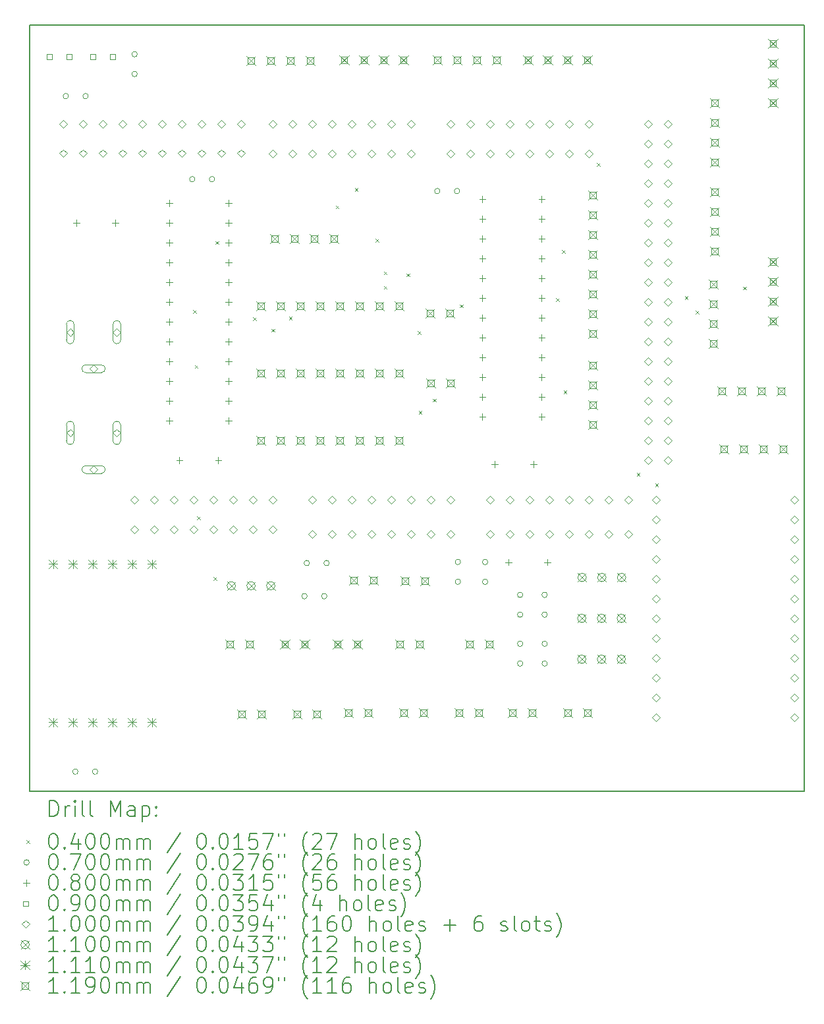
<source format=gbr>
%TF.GenerationSoftware,KiCad,Pcbnew,8.0.3*%
%TF.CreationDate,2024-11-29T12:56:54+10:00*%
%TF.ProjectId,Right Console Output,52696768-7420-4436-9f6e-736f6c65204f,rev?*%
%TF.SameCoordinates,Original*%
%TF.FileFunction,Drillmap*%
%TF.FilePolarity,Positive*%
%FSLAX45Y45*%
G04 Gerber Fmt 4.5, Leading zero omitted, Abs format (unit mm)*
G04 Created by KiCad (PCBNEW 8.0.3) date 2024-11-29 12:56:54*
%MOMM*%
%LPD*%
G01*
G04 APERTURE LIST*
%ADD10C,0.150000*%
%ADD11C,0.200000*%
%ADD12C,0.100000*%
%ADD13C,0.110000*%
%ADD14C,0.111000*%
%ADD15C,0.119000*%
G04 APERTURE END LIST*
D10*
X21401000Y-3650000D02*
X11449000Y-3650000D01*
X11449000Y-13492500D01*
X21401000Y-13492500D01*
X21401000Y-3650000D01*
D11*
D12*
X13548600Y-7313110D02*
X13588600Y-7353110D01*
X13588600Y-7313110D02*
X13548600Y-7353110D01*
X13567730Y-8018080D02*
X13607730Y-8058080D01*
X13607730Y-8018080D02*
X13567730Y-8058080D01*
X13599500Y-9959030D02*
X13639500Y-9999030D01*
X13639500Y-9959030D02*
X13599500Y-9999030D01*
X13806630Y-10740990D02*
X13846630Y-10780990D01*
X13846630Y-10740990D02*
X13806630Y-10780990D01*
X13835490Y-6425400D02*
X13875490Y-6465400D01*
X13875490Y-6425400D02*
X13835490Y-6465400D01*
X14315580Y-7406230D02*
X14355580Y-7446230D01*
X14355580Y-7406230D02*
X14315580Y-7446230D01*
X14553930Y-7550740D02*
X14593930Y-7590740D01*
X14593930Y-7550740D02*
X14553930Y-7590740D01*
X14778520Y-7396180D02*
X14818520Y-7436180D01*
X14818520Y-7396180D02*
X14778520Y-7436180D01*
X15378550Y-5968630D02*
X15418550Y-6008630D01*
X15418550Y-5968630D02*
X15378550Y-6008630D01*
X15624650Y-5742670D02*
X15664650Y-5782670D01*
X15664650Y-5742670D02*
X15624650Y-5782670D01*
X15891380Y-6397620D02*
X15931380Y-6437620D01*
X15931380Y-6397620D02*
X15891380Y-6437620D01*
X15996550Y-7002610D02*
X16036550Y-7042610D01*
X16036550Y-7002610D02*
X15996550Y-7042610D01*
X15998060Y-6815330D02*
X16038060Y-6855330D01*
X16038060Y-6815330D02*
X15998060Y-6855330D01*
X16290370Y-6840870D02*
X16330370Y-6880870D01*
X16330370Y-6840870D02*
X16290370Y-6880870D01*
X16431690Y-7582780D02*
X16471690Y-7622780D01*
X16471690Y-7582780D02*
X16431690Y-7622780D01*
X16444870Y-8605550D02*
X16484870Y-8645550D01*
X16484870Y-8605550D02*
X16444870Y-8645550D01*
X16630780Y-8448850D02*
X16670780Y-8488850D01*
X16670780Y-8448850D02*
X16630780Y-8488850D01*
X16973200Y-7238180D02*
X17013200Y-7278180D01*
X17013200Y-7238180D02*
X16973200Y-7278180D01*
X18210470Y-7158360D02*
X18250470Y-7198360D01*
X18250470Y-7158360D02*
X18210470Y-7198360D01*
X18289090Y-6537070D02*
X18329090Y-6577070D01*
X18329090Y-6537070D02*
X18289090Y-6577070D01*
X18309360Y-8344300D02*
X18349360Y-8384300D01*
X18349360Y-8344300D02*
X18309360Y-8384300D01*
X18733570Y-5424880D02*
X18773570Y-5464880D01*
X18773570Y-5424880D02*
X18733570Y-5464880D01*
X19248960Y-9401410D02*
X19288960Y-9441410D01*
X19288960Y-9401410D02*
X19248960Y-9441410D01*
X19485000Y-9537550D02*
X19525000Y-9577550D01*
X19525000Y-9537550D02*
X19485000Y-9577550D01*
X19865930Y-7135110D02*
X19905930Y-7175110D01*
X19905930Y-7135110D02*
X19865930Y-7175110D01*
X20003320Y-7318380D02*
X20043320Y-7358380D01*
X20043320Y-7318380D02*
X20003320Y-7358380D01*
X20613350Y-7009410D02*
X20653350Y-7049410D01*
X20653350Y-7009410D02*
X20613350Y-7049410D01*
X11945000Y-4564400D02*
G75*
G02*
X11875000Y-4564400I-35000J0D01*
G01*
X11875000Y-4564400D02*
G75*
G02*
X11945000Y-4564400I35000J0D01*
G01*
X12067500Y-13238500D02*
G75*
G02*
X11997500Y-13238500I-35000J0D01*
G01*
X11997500Y-13238500D02*
G75*
G02*
X12067500Y-13238500I35000J0D01*
G01*
X12199000Y-4564400D02*
G75*
G02*
X12129000Y-4564400I-35000J0D01*
G01*
X12129000Y-4564400D02*
G75*
G02*
X12199000Y-4564400I35000J0D01*
G01*
X12321500Y-13238500D02*
G75*
G02*
X12251500Y-13238500I-35000J0D01*
G01*
X12251500Y-13238500D02*
G75*
G02*
X12321500Y-13238500I35000J0D01*
G01*
X12829000Y-4026000D02*
G75*
G02*
X12759000Y-4026000I-35000J0D01*
G01*
X12759000Y-4026000D02*
G75*
G02*
X12829000Y-4026000I35000J0D01*
G01*
X12829000Y-4280000D02*
G75*
G02*
X12759000Y-4280000I-35000J0D01*
G01*
X12759000Y-4280000D02*
G75*
G02*
X12829000Y-4280000I35000J0D01*
G01*
X13570600Y-5631200D02*
G75*
G02*
X13500600Y-5631200I-35000J0D01*
G01*
X13500600Y-5631200D02*
G75*
G02*
X13570600Y-5631200I35000J0D01*
G01*
X13824600Y-5631200D02*
G75*
G02*
X13754600Y-5631200I-35000J0D01*
G01*
X13754600Y-5631200D02*
G75*
G02*
X13824600Y-5631200I35000J0D01*
G01*
X15012500Y-10985000D02*
G75*
G02*
X14942500Y-10985000I-35000J0D01*
G01*
X14942500Y-10985000D02*
G75*
G02*
X15012500Y-10985000I35000J0D01*
G01*
X15042500Y-10560000D02*
G75*
G02*
X14972500Y-10560000I-35000J0D01*
G01*
X14972500Y-10560000D02*
G75*
G02*
X15042500Y-10560000I35000J0D01*
G01*
X15266500Y-10985000D02*
G75*
G02*
X15196500Y-10985000I-35000J0D01*
G01*
X15196500Y-10985000D02*
G75*
G02*
X15266500Y-10985000I35000J0D01*
G01*
X15296500Y-10560000D02*
G75*
G02*
X15226500Y-10560000I-35000J0D01*
G01*
X15226500Y-10560000D02*
G75*
G02*
X15296500Y-10560000I35000J0D01*
G01*
X16720200Y-5783600D02*
G75*
G02*
X16650200Y-5783600I-35000J0D01*
G01*
X16650200Y-5783600D02*
G75*
G02*
X16720200Y-5783600I35000J0D01*
G01*
X16974200Y-5783600D02*
G75*
G02*
X16904200Y-5783600I-35000J0D01*
G01*
X16904200Y-5783600D02*
G75*
G02*
X16974200Y-5783600I35000J0D01*
G01*
X16985000Y-10546000D02*
G75*
G02*
X16915000Y-10546000I-35000J0D01*
G01*
X16915000Y-10546000D02*
G75*
G02*
X16985000Y-10546000I35000J0D01*
G01*
X16985000Y-10800000D02*
G75*
G02*
X16915000Y-10800000I-35000J0D01*
G01*
X16915000Y-10800000D02*
G75*
G02*
X16985000Y-10800000I35000J0D01*
G01*
X17335000Y-10546000D02*
G75*
G02*
X17265000Y-10546000I-35000J0D01*
G01*
X17265000Y-10546000D02*
G75*
G02*
X17335000Y-10546000I35000J0D01*
G01*
X17335000Y-10800000D02*
G75*
G02*
X17265000Y-10800000I-35000J0D01*
G01*
X17265000Y-10800000D02*
G75*
G02*
X17335000Y-10800000I35000J0D01*
G01*
X17785000Y-10968000D02*
G75*
G02*
X17715000Y-10968000I-35000J0D01*
G01*
X17715000Y-10968000D02*
G75*
G02*
X17785000Y-10968000I35000J0D01*
G01*
X17785000Y-11222000D02*
G75*
G02*
X17715000Y-11222000I-35000J0D01*
G01*
X17715000Y-11222000D02*
G75*
G02*
X17785000Y-11222000I35000J0D01*
G01*
X17785000Y-11596000D02*
G75*
G02*
X17715000Y-11596000I-35000J0D01*
G01*
X17715000Y-11596000D02*
G75*
G02*
X17785000Y-11596000I35000J0D01*
G01*
X17785000Y-11850000D02*
G75*
G02*
X17715000Y-11850000I-35000J0D01*
G01*
X17715000Y-11850000D02*
G75*
G02*
X17785000Y-11850000I35000J0D01*
G01*
X18100000Y-10968000D02*
G75*
G02*
X18030000Y-10968000I-35000J0D01*
G01*
X18030000Y-10968000D02*
G75*
G02*
X18100000Y-10968000I35000J0D01*
G01*
X18100000Y-11222000D02*
G75*
G02*
X18030000Y-11222000I-35000J0D01*
G01*
X18030000Y-11222000D02*
G75*
G02*
X18100000Y-11222000I35000J0D01*
G01*
X18100000Y-11596000D02*
G75*
G02*
X18030000Y-11596000I-35000J0D01*
G01*
X18030000Y-11596000D02*
G75*
G02*
X18100000Y-11596000I35000J0D01*
G01*
X18100000Y-11850000D02*
G75*
G02*
X18030000Y-11850000I-35000J0D01*
G01*
X18030000Y-11850000D02*
G75*
G02*
X18100000Y-11850000I35000J0D01*
G01*
X12045730Y-6150000D02*
X12045730Y-6230000D01*
X12005730Y-6190000D02*
X12085730Y-6190000D01*
X12545730Y-6150000D02*
X12545730Y-6230000D01*
X12505730Y-6190000D02*
X12585730Y-6190000D01*
X13238500Y-5896000D02*
X13238500Y-5976000D01*
X13198500Y-5936000D02*
X13278500Y-5936000D01*
X13238500Y-6150000D02*
X13238500Y-6230000D01*
X13198500Y-6190000D02*
X13278500Y-6190000D01*
X13238500Y-6404000D02*
X13238500Y-6484000D01*
X13198500Y-6444000D02*
X13278500Y-6444000D01*
X13238500Y-6658000D02*
X13238500Y-6738000D01*
X13198500Y-6698000D02*
X13278500Y-6698000D01*
X13238500Y-6912000D02*
X13238500Y-6992000D01*
X13198500Y-6952000D02*
X13278500Y-6952000D01*
X13238500Y-7166000D02*
X13238500Y-7246000D01*
X13198500Y-7206000D02*
X13278500Y-7206000D01*
X13238500Y-7420000D02*
X13238500Y-7500000D01*
X13198500Y-7460000D02*
X13278500Y-7460000D01*
X13238500Y-7674000D02*
X13238500Y-7754000D01*
X13198500Y-7714000D02*
X13278500Y-7714000D01*
X13238500Y-7928000D02*
X13238500Y-8008000D01*
X13198500Y-7968000D02*
X13278500Y-7968000D01*
X13238500Y-8182000D02*
X13238500Y-8262000D01*
X13198500Y-8222000D02*
X13278500Y-8222000D01*
X13238500Y-8436000D02*
X13238500Y-8516000D01*
X13198500Y-8476000D02*
X13278500Y-8476000D01*
X13238500Y-8690000D02*
X13238500Y-8770000D01*
X13198500Y-8730000D02*
X13278500Y-8730000D01*
X13369500Y-9198000D02*
X13369500Y-9278000D01*
X13329500Y-9238000D02*
X13409500Y-9238000D01*
X13869500Y-9198000D02*
X13869500Y-9278000D01*
X13829500Y-9238000D02*
X13909500Y-9238000D01*
X14000500Y-5896000D02*
X14000500Y-5976000D01*
X13960500Y-5936000D02*
X14040500Y-5936000D01*
X14000500Y-6150000D02*
X14000500Y-6230000D01*
X13960500Y-6190000D02*
X14040500Y-6190000D01*
X14000500Y-6404000D02*
X14000500Y-6484000D01*
X13960500Y-6444000D02*
X14040500Y-6444000D01*
X14000500Y-6658000D02*
X14000500Y-6738000D01*
X13960500Y-6698000D02*
X14040500Y-6698000D01*
X14000500Y-6912000D02*
X14000500Y-6992000D01*
X13960500Y-6952000D02*
X14040500Y-6952000D01*
X14000500Y-7166000D02*
X14000500Y-7246000D01*
X13960500Y-7206000D02*
X14040500Y-7206000D01*
X14000500Y-7420000D02*
X14000500Y-7500000D01*
X13960500Y-7460000D02*
X14040500Y-7460000D01*
X14000500Y-7674000D02*
X14000500Y-7754000D01*
X13960500Y-7714000D02*
X14040500Y-7714000D01*
X14000500Y-7928000D02*
X14000500Y-8008000D01*
X13960500Y-7968000D02*
X14040500Y-7968000D01*
X14000500Y-8182000D02*
X14000500Y-8262000D01*
X13960500Y-8222000D02*
X14040500Y-8222000D01*
X14000500Y-8436000D02*
X14000500Y-8516000D01*
X13960500Y-8476000D02*
X14040500Y-8476000D01*
X14000500Y-8690000D02*
X14000500Y-8770000D01*
X13960500Y-8730000D02*
X14040500Y-8730000D01*
X17264400Y-5845200D02*
X17264400Y-5925200D01*
X17224400Y-5885200D02*
X17304400Y-5885200D01*
X17264400Y-6099200D02*
X17264400Y-6179200D01*
X17224400Y-6139200D02*
X17304400Y-6139200D01*
X17264400Y-6353200D02*
X17264400Y-6433200D01*
X17224400Y-6393200D02*
X17304400Y-6393200D01*
X17264400Y-6607200D02*
X17264400Y-6687200D01*
X17224400Y-6647200D02*
X17304400Y-6647200D01*
X17264400Y-6861200D02*
X17264400Y-6941200D01*
X17224400Y-6901200D02*
X17304400Y-6901200D01*
X17264400Y-7115200D02*
X17264400Y-7195200D01*
X17224400Y-7155200D02*
X17304400Y-7155200D01*
X17264400Y-7369200D02*
X17264400Y-7449200D01*
X17224400Y-7409200D02*
X17304400Y-7409200D01*
X17264400Y-7623200D02*
X17264400Y-7703200D01*
X17224400Y-7663200D02*
X17304400Y-7663200D01*
X17264400Y-7877200D02*
X17264400Y-7957200D01*
X17224400Y-7917200D02*
X17304400Y-7917200D01*
X17264400Y-8131200D02*
X17264400Y-8211200D01*
X17224400Y-8171200D02*
X17304400Y-8171200D01*
X17264400Y-8385200D02*
X17264400Y-8465200D01*
X17224400Y-8425200D02*
X17304400Y-8425200D01*
X17264400Y-8639200D02*
X17264400Y-8719200D01*
X17224400Y-8679200D02*
X17304400Y-8679200D01*
X17420800Y-9248800D02*
X17420800Y-9328800D01*
X17380800Y-9288800D02*
X17460800Y-9288800D01*
X17600000Y-10510000D02*
X17600000Y-10590000D01*
X17560000Y-10550000D02*
X17640000Y-10550000D01*
X17920800Y-9248800D02*
X17920800Y-9328800D01*
X17880800Y-9288800D02*
X17960800Y-9288800D01*
X18026400Y-5845200D02*
X18026400Y-5925200D01*
X17986400Y-5885200D02*
X18066400Y-5885200D01*
X18026400Y-6099200D02*
X18026400Y-6179200D01*
X17986400Y-6139200D02*
X18066400Y-6139200D01*
X18026400Y-6353200D02*
X18026400Y-6433200D01*
X17986400Y-6393200D02*
X18066400Y-6393200D01*
X18026400Y-6607200D02*
X18026400Y-6687200D01*
X17986400Y-6647200D02*
X18066400Y-6647200D01*
X18026400Y-6861200D02*
X18026400Y-6941200D01*
X17986400Y-6901200D02*
X18066400Y-6901200D01*
X18026400Y-7115200D02*
X18026400Y-7195200D01*
X17986400Y-7155200D02*
X18066400Y-7155200D01*
X18026400Y-7369200D02*
X18026400Y-7449200D01*
X17986400Y-7409200D02*
X18066400Y-7409200D01*
X18026400Y-7623200D02*
X18026400Y-7703200D01*
X17986400Y-7663200D02*
X18066400Y-7663200D01*
X18026400Y-7877200D02*
X18026400Y-7957200D01*
X17986400Y-7917200D02*
X18066400Y-7917200D01*
X18026400Y-8131200D02*
X18026400Y-8211200D01*
X17986400Y-8171200D02*
X18066400Y-8171200D01*
X18026400Y-8385200D02*
X18026400Y-8465200D01*
X17986400Y-8425200D02*
X18066400Y-8425200D01*
X18026400Y-8639200D02*
X18026400Y-8719200D01*
X17986400Y-8679200D02*
X18066400Y-8679200D01*
X18100000Y-10510000D02*
X18100000Y-10590000D01*
X18060000Y-10550000D02*
X18140000Y-10550000D01*
X11733120Y-4088220D02*
X11733120Y-4024580D01*
X11669480Y-4024580D01*
X11669480Y-4088220D01*
X11733120Y-4088220D01*
X11987120Y-4088220D02*
X11987120Y-4024580D01*
X11923480Y-4024580D01*
X11923480Y-4088220D01*
X11987120Y-4088220D01*
X12291920Y-4088220D02*
X12291920Y-4024580D01*
X12228280Y-4024580D01*
X12228280Y-4088220D01*
X12291920Y-4088220D01*
X12545920Y-4088220D02*
X12545920Y-4024580D01*
X12482280Y-4024580D01*
X12482280Y-4088220D01*
X12545920Y-4088220D01*
X11879600Y-4970000D02*
X11929600Y-4920000D01*
X11879600Y-4870000D01*
X11829600Y-4920000D01*
X11879600Y-4970000D01*
X11879600Y-5348500D02*
X11929600Y-5298500D01*
X11879600Y-5248500D01*
X11829600Y-5298500D01*
X11879600Y-5348500D01*
X11966000Y-7644500D02*
X12016000Y-7594500D01*
X11966000Y-7544500D01*
X11916000Y-7594500D01*
X11966000Y-7644500D01*
X11916000Y-7494500D02*
X11916000Y-7694500D01*
X12016000Y-7694500D02*
G75*
G02*
X11916000Y-7694500I-50000J0D01*
G01*
X12016000Y-7694500D02*
X12016000Y-7494500D01*
X12016000Y-7494500D02*
G75*
G03*
X11916000Y-7494500I-50000J0D01*
G01*
X11966000Y-8938250D02*
X12016000Y-8888250D01*
X11966000Y-8838250D01*
X11916000Y-8888250D01*
X11966000Y-8938250D01*
X11916000Y-8788250D02*
X11916000Y-8988250D01*
X12016000Y-8988250D02*
G75*
G02*
X11916000Y-8988250I-50000J0D01*
G01*
X12016000Y-8988250D02*
X12016000Y-8788250D01*
X12016000Y-8788250D02*
G75*
G03*
X11916000Y-8788250I-50000J0D01*
G01*
X12133600Y-4970000D02*
X12183600Y-4920000D01*
X12133600Y-4870000D01*
X12083600Y-4920000D01*
X12133600Y-4970000D01*
X12133600Y-5348500D02*
X12183600Y-5298500D01*
X12133600Y-5248500D01*
X12083600Y-5298500D01*
X12133600Y-5348500D01*
X12266000Y-8114500D02*
X12316000Y-8064500D01*
X12266000Y-8014500D01*
X12216000Y-8064500D01*
X12266000Y-8114500D01*
X12166000Y-8114500D02*
X12366000Y-8114500D01*
X12366000Y-8014500D02*
G75*
G02*
X12366000Y-8114500I0J-50000D01*
G01*
X12366000Y-8014500D02*
X12166000Y-8014500D01*
X12166000Y-8014500D02*
G75*
G03*
X12166000Y-8114500I0J-50000D01*
G01*
X12266000Y-9408250D02*
X12316000Y-9358250D01*
X12266000Y-9308250D01*
X12216000Y-9358250D01*
X12266000Y-9408250D01*
X12166000Y-9408250D02*
X12366000Y-9408250D01*
X12366000Y-9308250D02*
G75*
G02*
X12366000Y-9408250I0J-50000D01*
G01*
X12366000Y-9308250D02*
X12166000Y-9308250D01*
X12166000Y-9308250D02*
G75*
G03*
X12166000Y-9408250I0J-50000D01*
G01*
X12387600Y-4970000D02*
X12437600Y-4920000D01*
X12387600Y-4870000D01*
X12337600Y-4920000D01*
X12387600Y-4970000D01*
X12387600Y-5348500D02*
X12437600Y-5298500D01*
X12387600Y-5248500D01*
X12337600Y-5298500D01*
X12387600Y-5348500D01*
X12566000Y-7644500D02*
X12616000Y-7594500D01*
X12566000Y-7544500D01*
X12516000Y-7594500D01*
X12566000Y-7644500D01*
X12516000Y-7494500D02*
X12516000Y-7694500D01*
X12616000Y-7694500D02*
G75*
G02*
X12516000Y-7694500I-50000J0D01*
G01*
X12616000Y-7694500D02*
X12616000Y-7494500D01*
X12616000Y-7494500D02*
G75*
G03*
X12516000Y-7494500I-50000J0D01*
G01*
X12566000Y-8938250D02*
X12616000Y-8888250D01*
X12566000Y-8838250D01*
X12516000Y-8888250D01*
X12566000Y-8938250D01*
X12516000Y-8788250D02*
X12516000Y-8988250D01*
X12616000Y-8988250D02*
G75*
G02*
X12516000Y-8988250I-50000J0D01*
G01*
X12616000Y-8988250D02*
X12616000Y-8788250D01*
X12616000Y-8788250D02*
G75*
G03*
X12516000Y-8788250I-50000J0D01*
G01*
X12641600Y-4970000D02*
X12691600Y-4920000D01*
X12641600Y-4870000D01*
X12591600Y-4920000D01*
X12641600Y-4970000D01*
X12641600Y-5348500D02*
X12691600Y-5298500D01*
X12641600Y-5248500D01*
X12591600Y-5298500D01*
X12641600Y-5348500D01*
X12794000Y-9796000D02*
X12844000Y-9746000D01*
X12794000Y-9696000D01*
X12744000Y-9746000D01*
X12794000Y-9796000D01*
X12794000Y-10177000D02*
X12844000Y-10127000D01*
X12794000Y-10077000D01*
X12744000Y-10127000D01*
X12794000Y-10177000D01*
X12895600Y-4970000D02*
X12945600Y-4920000D01*
X12895600Y-4870000D01*
X12845600Y-4920000D01*
X12895600Y-4970000D01*
X12895600Y-5348500D02*
X12945600Y-5298500D01*
X12895600Y-5248500D01*
X12845600Y-5298500D01*
X12895600Y-5348500D01*
X13048000Y-9796000D02*
X13098000Y-9746000D01*
X13048000Y-9696000D01*
X12998000Y-9746000D01*
X13048000Y-9796000D01*
X13048000Y-10177000D02*
X13098000Y-10127000D01*
X13048000Y-10077000D01*
X12998000Y-10127000D01*
X13048000Y-10177000D01*
X13149600Y-4970000D02*
X13199600Y-4920000D01*
X13149600Y-4870000D01*
X13099600Y-4920000D01*
X13149600Y-4970000D01*
X13149600Y-5348500D02*
X13199600Y-5298500D01*
X13149600Y-5248500D01*
X13099600Y-5298500D01*
X13149600Y-5348500D01*
X13302000Y-9796000D02*
X13352000Y-9746000D01*
X13302000Y-9696000D01*
X13252000Y-9746000D01*
X13302000Y-9796000D01*
X13302000Y-10177000D02*
X13352000Y-10127000D01*
X13302000Y-10077000D01*
X13252000Y-10127000D01*
X13302000Y-10177000D01*
X13403600Y-4970000D02*
X13453600Y-4920000D01*
X13403600Y-4870000D01*
X13353600Y-4920000D01*
X13403600Y-4970000D01*
X13403600Y-5348500D02*
X13453600Y-5298500D01*
X13403600Y-5248500D01*
X13353600Y-5298500D01*
X13403600Y-5348500D01*
X13556000Y-9796000D02*
X13606000Y-9746000D01*
X13556000Y-9696000D01*
X13506000Y-9746000D01*
X13556000Y-9796000D01*
X13556000Y-10177000D02*
X13606000Y-10127000D01*
X13556000Y-10077000D01*
X13506000Y-10127000D01*
X13556000Y-10177000D01*
X13657600Y-4970000D02*
X13707600Y-4920000D01*
X13657600Y-4870000D01*
X13607600Y-4920000D01*
X13657600Y-4970000D01*
X13657600Y-5348500D02*
X13707600Y-5298500D01*
X13657600Y-5248500D01*
X13607600Y-5298500D01*
X13657600Y-5348500D01*
X13810000Y-9796000D02*
X13860000Y-9746000D01*
X13810000Y-9696000D01*
X13760000Y-9746000D01*
X13810000Y-9796000D01*
X13810000Y-10177000D02*
X13860000Y-10127000D01*
X13810000Y-10077000D01*
X13760000Y-10127000D01*
X13810000Y-10177000D01*
X13911600Y-4970000D02*
X13961600Y-4920000D01*
X13911600Y-4870000D01*
X13861600Y-4920000D01*
X13911600Y-4970000D01*
X13911600Y-5348500D02*
X13961600Y-5298500D01*
X13911600Y-5248500D01*
X13861600Y-5298500D01*
X13911600Y-5348500D01*
X14064000Y-9796000D02*
X14114000Y-9746000D01*
X14064000Y-9696000D01*
X14014000Y-9746000D01*
X14064000Y-9796000D01*
X14064000Y-10177000D02*
X14114000Y-10127000D01*
X14064000Y-10077000D01*
X14014000Y-10127000D01*
X14064000Y-10177000D01*
X14165600Y-4970000D02*
X14215600Y-4920000D01*
X14165600Y-4870000D01*
X14115600Y-4920000D01*
X14165600Y-4970000D01*
X14165600Y-5348500D02*
X14215600Y-5298500D01*
X14165600Y-5248500D01*
X14115600Y-5298500D01*
X14165600Y-5348500D01*
X14318000Y-9796000D02*
X14368000Y-9746000D01*
X14318000Y-9696000D01*
X14268000Y-9746000D01*
X14318000Y-9796000D01*
X14318000Y-10177000D02*
X14368000Y-10127000D01*
X14318000Y-10077000D01*
X14268000Y-10127000D01*
X14318000Y-10177000D01*
X14572000Y-4970000D02*
X14622000Y-4920000D01*
X14572000Y-4870000D01*
X14522000Y-4920000D01*
X14572000Y-4970000D01*
X14572000Y-5351000D02*
X14622000Y-5301000D01*
X14572000Y-5251000D01*
X14522000Y-5301000D01*
X14572000Y-5351000D01*
X14572000Y-9796000D02*
X14622000Y-9746000D01*
X14572000Y-9696000D01*
X14522000Y-9746000D01*
X14572000Y-9796000D01*
X14572000Y-10177000D02*
X14622000Y-10127000D01*
X14572000Y-10077000D01*
X14522000Y-10127000D01*
X14572000Y-10177000D01*
X14826000Y-4970000D02*
X14876000Y-4920000D01*
X14826000Y-4870000D01*
X14776000Y-4920000D01*
X14826000Y-4970000D01*
X14826000Y-5351000D02*
X14876000Y-5301000D01*
X14826000Y-5251000D01*
X14776000Y-5301000D01*
X14826000Y-5351000D01*
X15080000Y-4970000D02*
X15130000Y-4920000D01*
X15080000Y-4870000D01*
X15030000Y-4920000D01*
X15080000Y-4970000D01*
X15080000Y-5351000D02*
X15130000Y-5301000D01*
X15080000Y-5251000D01*
X15030000Y-5301000D01*
X15080000Y-5351000D01*
X15080000Y-9796000D02*
X15130000Y-9746000D01*
X15080000Y-9696000D01*
X15030000Y-9746000D01*
X15080000Y-9796000D01*
X15080000Y-10240500D02*
X15130000Y-10190500D01*
X15080000Y-10140500D01*
X15030000Y-10190500D01*
X15080000Y-10240500D01*
X15334000Y-4970000D02*
X15384000Y-4920000D01*
X15334000Y-4870000D01*
X15284000Y-4920000D01*
X15334000Y-4970000D01*
X15334000Y-5351000D02*
X15384000Y-5301000D01*
X15334000Y-5251000D01*
X15284000Y-5301000D01*
X15334000Y-5351000D01*
X15334000Y-9796000D02*
X15384000Y-9746000D01*
X15334000Y-9696000D01*
X15284000Y-9746000D01*
X15334000Y-9796000D01*
X15334000Y-10240500D02*
X15384000Y-10190500D01*
X15334000Y-10140500D01*
X15284000Y-10190500D01*
X15334000Y-10240500D01*
X15588000Y-4970000D02*
X15638000Y-4920000D01*
X15588000Y-4870000D01*
X15538000Y-4920000D01*
X15588000Y-4970000D01*
X15588000Y-5351000D02*
X15638000Y-5301000D01*
X15588000Y-5251000D01*
X15538000Y-5301000D01*
X15588000Y-5351000D01*
X15588000Y-9796000D02*
X15638000Y-9746000D01*
X15588000Y-9696000D01*
X15538000Y-9746000D01*
X15588000Y-9796000D01*
X15588000Y-10240500D02*
X15638000Y-10190500D01*
X15588000Y-10140500D01*
X15538000Y-10190500D01*
X15588000Y-10240500D01*
X15842000Y-4970000D02*
X15892000Y-4920000D01*
X15842000Y-4870000D01*
X15792000Y-4920000D01*
X15842000Y-4970000D01*
X15842000Y-5351000D02*
X15892000Y-5301000D01*
X15842000Y-5251000D01*
X15792000Y-5301000D01*
X15842000Y-5351000D01*
X15842000Y-9796000D02*
X15892000Y-9746000D01*
X15842000Y-9696000D01*
X15792000Y-9746000D01*
X15842000Y-9796000D01*
X15842000Y-10240500D02*
X15892000Y-10190500D01*
X15842000Y-10140500D01*
X15792000Y-10190500D01*
X15842000Y-10240500D01*
X16096000Y-4970000D02*
X16146000Y-4920000D01*
X16096000Y-4870000D01*
X16046000Y-4920000D01*
X16096000Y-4970000D01*
X16096000Y-5351000D02*
X16146000Y-5301000D01*
X16096000Y-5251000D01*
X16046000Y-5301000D01*
X16096000Y-5351000D01*
X16096000Y-9796000D02*
X16146000Y-9746000D01*
X16096000Y-9696000D01*
X16046000Y-9746000D01*
X16096000Y-9796000D01*
X16096000Y-10240500D02*
X16146000Y-10190500D01*
X16096000Y-10140500D01*
X16046000Y-10190500D01*
X16096000Y-10240500D01*
X16350000Y-4970000D02*
X16400000Y-4920000D01*
X16350000Y-4870000D01*
X16300000Y-4920000D01*
X16350000Y-4970000D01*
X16350000Y-5351000D02*
X16400000Y-5301000D01*
X16350000Y-5251000D01*
X16300000Y-5301000D01*
X16350000Y-5351000D01*
X16350000Y-9796000D02*
X16400000Y-9746000D01*
X16350000Y-9696000D01*
X16300000Y-9746000D01*
X16350000Y-9796000D01*
X16350000Y-10240500D02*
X16400000Y-10190500D01*
X16350000Y-10140500D01*
X16300000Y-10190500D01*
X16350000Y-10240500D01*
X16604000Y-9796000D02*
X16654000Y-9746000D01*
X16604000Y-9696000D01*
X16554000Y-9746000D01*
X16604000Y-9796000D01*
X16604000Y-10240500D02*
X16654000Y-10190500D01*
X16604000Y-10140500D01*
X16554000Y-10190500D01*
X16604000Y-10240500D01*
X16858000Y-4970000D02*
X16908000Y-4920000D01*
X16858000Y-4870000D01*
X16808000Y-4920000D01*
X16858000Y-4970000D01*
X16858000Y-5351000D02*
X16908000Y-5301000D01*
X16858000Y-5251000D01*
X16808000Y-5301000D01*
X16858000Y-5351000D01*
X16858000Y-9796000D02*
X16908000Y-9746000D01*
X16858000Y-9696000D01*
X16808000Y-9746000D01*
X16858000Y-9796000D01*
X16858000Y-10240500D02*
X16908000Y-10190500D01*
X16858000Y-10140500D01*
X16808000Y-10190500D01*
X16858000Y-10240500D01*
X17112000Y-4970000D02*
X17162000Y-4920000D01*
X17112000Y-4870000D01*
X17062000Y-4920000D01*
X17112000Y-4970000D01*
X17112000Y-5351000D02*
X17162000Y-5301000D01*
X17112000Y-5251000D01*
X17062000Y-5301000D01*
X17112000Y-5351000D01*
X17366000Y-4970000D02*
X17416000Y-4920000D01*
X17366000Y-4870000D01*
X17316000Y-4920000D01*
X17366000Y-4970000D01*
X17366000Y-5351000D02*
X17416000Y-5301000D01*
X17366000Y-5251000D01*
X17316000Y-5301000D01*
X17366000Y-5351000D01*
X17366000Y-9796000D02*
X17416000Y-9746000D01*
X17366000Y-9696000D01*
X17316000Y-9746000D01*
X17366000Y-9796000D01*
X17366000Y-10240500D02*
X17416000Y-10190500D01*
X17366000Y-10140500D01*
X17316000Y-10190500D01*
X17366000Y-10240500D01*
X17620000Y-4970000D02*
X17670000Y-4920000D01*
X17620000Y-4870000D01*
X17570000Y-4920000D01*
X17620000Y-4970000D01*
X17620000Y-5351000D02*
X17670000Y-5301000D01*
X17620000Y-5251000D01*
X17570000Y-5301000D01*
X17620000Y-5351000D01*
X17620000Y-9796000D02*
X17670000Y-9746000D01*
X17620000Y-9696000D01*
X17570000Y-9746000D01*
X17620000Y-9796000D01*
X17620000Y-10240500D02*
X17670000Y-10190500D01*
X17620000Y-10140500D01*
X17570000Y-10190500D01*
X17620000Y-10240500D01*
X17874000Y-4970000D02*
X17924000Y-4920000D01*
X17874000Y-4870000D01*
X17824000Y-4920000D01*
X17874000Y-4970000D01*
X17874000Y-5351000D02*
X17924000Y-5301000D01*
X17874000Y-5251000D01*
X17824000Y-5301000D01*
X17874000Y-5351000D01*
X17874000Y-9796000D02*
X17924000Y-9746000D01*
X17874000Y-9696000D01*
X17824000Y-9746000D01*
X17874000Y-9796000D01*
X17874000Y-10240500D02*
X17924000Y-10190500D01*
X17874000Y-10140500D01*
X17824000Y-10190500D01*
X17874000Y-10240500D01*
X18128000Y-4970000D02*
X18178000Y-4920000D01*
X18128000Y-4870000D01*
X18078000Y-4920000D01*
X18128000Y-4970000D01*
X18128000Y-5351000D02*
X18178000Y-5301000D01*
X18128000Y-5251000D01*
X18078000Y-5301000D01*
X18128000Y-5351000D01*
X18128000Y-9796000D02*
X18178000Y-9746000D01*
X18128000Y-9696000D01*
X18078000Y-9746000D01*
X18128000Y-9796000D01*
X18128000Y-10240500D02*
X18178000Y-10190500D01*
X18128000Y-10140500D01*
X18078000Y-10190500D01*
X18128000Y-10240500D01*
X18382000Y-4970000D02*
X18432000Y-4920000D01*
X18382000Y-4870000D01*
X18332000Y-4920000D01*
X18382000Y-4970000D01*
X18382000Y-5351000D02*
X18432000Y-5301000D01*
X18382000Y-5251000D01*
X18332000Y-5301000D01*
X18382000Y-5351000D01*
X18382000Y-9796000D02*
X18432000Y-9746000D01*
X18382000Y-9696000D01*
X18332000Y-9746000D01*
X18382000Y-9796000D01*
X18382000Y-10240500D02*
X18432000Y-10190500D01*
X18382000Y-10140500D01*
X18332000Y-10190500D01*
X18382000Y-10240500D01*
X18636000Y-4970000D02*
X18686000Y-4920000D01*
X18636000Y-4870000D01*
X18586000Y-4920000D01*
X18636000Y-4970000D01*
X18636000Y-5351000D02*
X18686000Y-5301000D01*
X18636000Y-5251000D01*
X18586000Y-5301000D01*
X18636000Y-5351000D01*
X18636000Y-9796000D02*
X18686000Y-9746000D01*
X18636000Y-9696000D01*
X18586000Y-9746000D01*
X18636000Y-9796000D01*
X18636000Y-10240500D02*
X18686000Y-10190500D01*
X18636000Y-10140500D01*
X18586000Y-10190500D01*
X18636000Y-10240500D01*
X18890000Y-9796000D02*
X18940000Y-9746000D01*
X18890000Y-9696000D01*
X18840000Y-9746000D01*
X18890000Y-9796000D01*
X18890000Y-10240500D02*
X18940000Y-10190500D01*
X18890000Y-10140500D01*
X18840000Y-10190500D01*
X18890000Y-10240500D01*
X19144000Y-9796000D02*
X19194000Y-9746000D01*
X19144000Y-9696000D01*
X19094000Y-9746000D01*
X19144000Y-9796000D01*
X19144000Y-10240500D02*
X19194000Y-10190500D01*
X19144000Y-10140500D01*
X19094000Y-10190500D01*
X19144000Y-10240500D01*
X19398000Y-4970000D02*
X19448000Y-4920000D01*
X19398000Y-4870000D01*
X19348000Y-4920000D01*
X19398000Y-4970000D01*
X19398000Y-5224000D02*
X19448000Y-5174000D01*
X19398000Y-5124000D01*
X19348000Y-5174000D01*
X19398000Y-5224000D01*
X19398000Y-5478000D02*
X19448000Y-5428000D01*
X19398000Y-5378000D01*
X19348000Y-5428000D01*
X19398000Y-5478000D01*
X19398000Y-5732000D02*
X19448000Y-5682000D01*
X19398000Y-5632000D01*
X19348000Y-5682000D01*
X19398000Y-5732000D01*
X19398000Y-5986000D02*
X19448000Y-5936000D01*
X19398000Y-5886000D01*
X19348000Y-5936000D01*
X19398000Y-5986000D01*
X19398000Y-6240000D02*
X19448000Y-6190000D01*
X19398000Y-6140000D01*
X19348000Y-6190000D01*
X19398000Y-6240000D01*
X19398000Y-6494000D02*
X19448000Y-6444000D01*
X19398000Y-6394000D01*
X19348000Y-6444000D01*
X19398000Y-6494000D01*
X19398000Y-6748000D02*
X19448000Y-6698000D01*
X19398000Y-6648000D01*
X19348000Y-6698000D01*
X19398000Y-6748000D01*
X19398000Y-7002000D02*
X19448000Y-6952000D01*
X19398000Y-6902000D01*
X19348000Y-6952000D01*
X19398000Y-7002000D01*
X19398000Y-7256000D02*
X19448000Y-7206000D01*
X19398000Y-7156000D01*
X19348000Y-7206000D01*
X19398000Y-7256000D01*
X19398000Y-7510000D02*
X19448000Y-7460000D01*
X19398000Y-7410000D01*
X19348000Y-7460000D01*
X19398000Y-7510000D01*
X19398000Y-7764000D02*
X19448000Y-7714000D01*
X19398000Y-7664000D01*
X19348000Y-7714000D01*
X19398000Y-7764000D01*
X19398000Y-8018000D02*
X19448000Y-7968000D01*
X19398000Y-7918000D01*
X19348000Y-7968000D01*
X19398000Y-8018000D01*
X19398000Y-8272000D02*
X19448000Y-8222000D01*
X19398000Y-8172000D01*
X19348000Y-8222000D01*
X19398000Y-8272000D01*
X19398000Y-8526000D02*
X19448000Y-8476000D01*
X19398000Y-8426000D01*
X19348000Y-8476000D01*
X19398000Y-8526000D01*
X19398000Y-8780000D02*
X19448000Y-8730000D01*
X19398000Y-8680000D01*
X19348000Y-8730000D01*
X19398000Y-8780000D01*
X19398000Y-9034000D02*
X19448000Y-8984000D01*
X19398000Y-8934000D01*
X19348000Y-8984000D01*
X19398000Y-9034000D01*
X19398000Y-9288000D02*
X19448000Y-9238000D01*
X19398000Y-9188000D01*
X19348000Y-9238000D01*
X19398000Y-9288000D01*
X19500000Y-9800000D02*
X19550000Y-9750000D01*
X19500000Y-9700000D01*
X19450000Y-9750000D01*
X19500000Y-9800000D01*
X19500000Y-10054000D02*
X19550000Y-10004000D01*
X19500000Y-9954000D01*
X19450000Y-10004000D01*
X19500000Y-10054000D01*
X19500000Y-10308000D02*
X19550000Y-10258000D01*
X19500000Y-10208000D01*
X19450000Y-10258000D01*
X19500000Y-10308000D01*
X19500000Y-10562000D02*
X19550000Y-10512000D01*
X19500000Y-10462000D01*
X19450000Y-10512000D01*
X19500000Y-10562000D01*
X19500000Y-10816000D02*
X19550000Y-10766000D01*
X19500000Y-10716000D01*
X19450000Y-10766000D01*
X19500000Y-10816000D01*
X19500000Y-11070000D02*
X19550000Y-11020000D01*
X19500000Y-10970000D01*
X19450000Y-11020000D01*
X19500000Y-11070000D01*
X19500000Y-11324000D02*
X19550000Y-11274000D01*
X19500000Y-11224000D01*
X19450000Y-11274000D01*
X19500000Y-11324000D01*
X19500000Y-11578000D02*
X19550000Y-11528000D01*
X19500000Y-11478000D01*
X19450000Y-11528000D01*
X19500000Y-11578000D01*
X19500000Y-11832000D02*
X19550000Y-11782000D01*
X19500000Y-11732000D01*
X19450000Y-11782000D01*
X19500000Y-11832000D01*
X19500000Y-12086000D02*
X19550000Y-12036000D01*
X19500000Y-11986000D01*
X19450000Y-12036000D01*
X19500000Y-12086000D01*
X19500000Y-12340000D02*
X19550000Y-12290000D01*
X19500000Y-12240000D01*
X19450000Y-12290000D01*
X19500000Y-12340000D01*
X19500000Y-12594000D02*
X19550000Y-12544000D01*
X19500000Y-12494000D01*
X19450000Y-12544000D01*
X19500000Y-12594000D01*
X19652000Y-4970000D02*
X19702000Y-4920000D01*
X19652000Y-4870000D01*
X19602000Y-4920000D01*
X19652000Y-4970000D01*
X19652000Y-5224000D02*
X19702000Y-5174000D01*
X19652000Y-5124000D01*
X19602000Y-5174000D01*
X19652000Y-5224000D01*
X19652000Y-5478000D02*
X19702000Y-5428000D01*
X19652000Y-5378000D01*
X19602000Y-5428000D01*
X19652000Y-5478000D01*
X19652000Y-5732000D02*
X19702000Y-5682000D01*
X19652000Y-5632000D01*
X19602000Y-5682000D01*
X19652000Y-5732000D01*
X19652000Y-5986000D02*
X19702000Y-5936000D01*
X19652000Y-5886000D01*
X19602000Y-5936000D01*
X19652000Y-5986000D01*
X19652000Y-6240000D02*
X19702000Y-6190000D01*
X19652000Y-6140000D01*
X19602000Y-6190000D01*
X19652000Y-6240000D01*
X19652000Y-6494000D02*
X19702000Y-6444000D01*
X19652000Y-6394000D01*
X19602000Y-6444000D01*
X19652000Y-6494000D01*
X19652000Y-6748000D02*
X19702000Y-6698000D01*
X19652000Y-6648000D01*
X19602000Y-6698000D01*
X19652000Y-6748000D01*
X19652000Y-7002000D02*
X19702000Y-6952000D01*
X19652000Y-6902000D01*
X19602000Y-6952000D01*
X19652000Y-7002000D01*
X19652000Y-7256000D02*
X19702000Y-7206000D01*
X19652000Y-7156000D01*
X19602000Y-7206000D01*
X19652000Y-7256000D01*
X19652000Y-7510000D02*
X19702000Y-7460000D01*
X19652000Y-7410000D01*
X19602000Y-7460000D01*
X19652000Y-7510000D01*
X19652000Y-7764000D02*
X19702000Y-7714000D01*
X19652000Y-7664000D01*
X19602000Y-7714000D01*
X19652000Y-7764000D01*
X19652000Y-8018000D02*
X19702000Y-7968000D01*
X19652000Y-7918000D01*
X19602000Y-7968000D01*
X19652000Y-8018000D01*
X19652000Y-8272000D02*
X19702000Y-8222000D01*
X19652000Y-8172000D01*
X19602000Y-8222000D01*
X19652000Y-8272000D01*
X19652000Y-8526000D02*
X19702000Y-8476000D01*
X19652000Y-8426000D01*
X19602000Y-8476000D01*
X19652000Y-8526000D01*
X19652000Y-8780000D02*
X19702000Y-8730000D01*
X19652000Y-8680000D01*
X19602000Y-8730000D01*
X19652000Y-8780000D01*
X19652000Y-9034000D02*
X19702000Y-8984000D01*
X19652000Y-8934000D01*
X19602000Y-8984000D01*
X19652000Y-9034000D01*
X19652000Y-9288000D02*
X19702000Y-9238000D01*
X19652000Y-9188000D01*
X19602000Y-9238000D01*
X19652000Y-9288000D01*
X21278000Y-9800000D02*
X21328000Y-9750000D01*
X21278000Y-9700000D01*
X21228000Y-9750000D01*
X21278000Y-9800000D01*
X21278000Y-10054000D02*
X21328000Y-10004000D01*
X21278000Y-9954000D01*
X21228000Y-10004000D01*
X21278000Y-10054000D01*
X21278000Y-10308000D02*
X21328000Y-10258000D01*
X21278000Y-10208000D01*
X21228000Y-10258000D01*
X21278000Y-10308000D01*
X21278000Y-10562000D02*
X21328000Y-10512000D01*
X21278000Y-10462000D01*
X21228000Y-10512000D01*
X21278000Y-10562000D01*
X21278000Y-10816000D02*
X21328000Y-10766000D01*
X21278000Y-10716000D01*
X21228000Y-10766000D01*
X21278000Y-10816000D01*
X21278000Y-11070000D02*
X21328000Y-11020000D01*
X21278000Y-10970000D01*
X21228000Y-11020000D01*
X21278000Y-11070000D01*
X21278000Y-11324000D02*
X21328000Y-11274000D01*
X21278000Y-11224000D01*
X21228000Y-11274000D01*
X21278000Y-11324000D01*
X21278000Y-11578000D02*
X21328000Y-11528000D01*
X21278000Y-11478000D01*
X21228000Y-11528000D01*
X21278000Y-11578000D01*
X21278000Y-11832000D02*
X21328000Y-11782000D01*
X21278000Y-11732000D01*
X21228000Y-11782000D01*
X21278000Y-11832000D01*
X21278000Y-12086000D02*
X21328000Y-12036000D01*
X21278000Y-11986000D01*
X21228000Y-12036000D01*
X21278000Y-12086000D01*
X21278000Y-12340000D02*
X21328000Y-12290000D01*
X21278000Y-12240000D01*
X21228000Y-12290000D01*
X21278000Y-12340000D01*
X21278000Y-12594000D02*
X21328000Y-12544000D01*
X21278000Y-12494000D01*
X21228000Y-12544000D01*
X21278000Y-12594000D01*
D13*
X13982000Y-10796500D02*
X14092000Y-10906500D01*
X14092000Y-10796500D02*
X13982000Y-10906500D01*
X14092000Y-10851500D02*
G75*
G02*
X13982000Y-10851500I-55000J0D01*
G01*
X13982000Y-10851500D02*
G75*
G02*
X14092000Y-10851500I55000J0D01*
G01*
X14236000Y-10796500D02*
X14346000Y-10906500D01*
X14346000Y-10796500D02*
X14236000Y-10906500D01*
X14346000Y-10851500D02*
G75*
G02*
X14236000Y-10851500I-55000J0D01*
G01*
X14236000Y-10851500D02*
G75*
G02*
X14346000Y-10851500I55000J0D01*
G01*
X14490000Y-10796500D02*
X14600000Y-10906500D01*
X14600000Y-10796500D02*
X14490000Y-10906500D01*
X14600000Y-10851500D02*
G75*
G02*
X14490000Y-10851500I-55000J0D01*
G01*
X14490000Y-10851500D02*
G75*
G02*
X14600000Y-10851500I55000J0D01*
G01*
X18487000Y-11214500D02*
X18597000Y-11324500D01*
X18597000Y-11214500D02*
X18487000Y-11324500D01*
X18597000Y-11269500D02*
G75*
G02*
X18487000Y-11269500I-55000J0D01*
G01*
X18487000Y-11269500D02*
G75*
G02*
X18597000Y-11269500I55000J0D01*
G01*
X18487000Y-11739500D02*
X18597000Y-11849500D01*
X18597000Y-11739500D02*
X18487000Y-11849500D01*
X18597000Y-11794500D02*
G75*
G02*
X18487000Y-11794500I-55000J0D01*
G01*
X18487000Y-11794500D02*
G75*
G02*
X18597000Y-11794500I55000J0D01*
G01*
X18491000Y-10689500D02*
X18601000Y-10799500D01*
X18601000Y-10689500D02*
X18491000Y-10799500D01*
X18601000Y-10744500D02*
G75*
G02*
X18491000Y-10744500I-55000J0D01*
G01*
X18491000Y-10744500D02*
G75*
G02*
X18601000Y-10744500I55000J0D01*
G01*
X18741000Y-11214500D02*
X18851000Y-11324500D01*
X18851000Y-11214500D02*
X18741000Y-11324500D01*
X18851000Y-11269500D02*
G75*
G02*
X18741000Y-11269500I-55000J0D01*
G01*
X18741000Y-11269500D02*
G75*
G02*
X18851000Y-11269500I55000J0D01*
G01*
X18741000Y-11739500D02*
X18851000Y-11849500D01*
X18851000Y-11739500D02*
X18741000Y-11849500D01*
X18851000Y-11794500D02*
G75*
G02*
X18741000Y-11794500I-55000J0D01*
G01*
X18741000Y-11794500D02*
G75*
G02*
X18851000Y-11794500I55000J0D01*
G01*
X18745000Y-10689500D02*
X18855000Y-10799500D01*
X18855000Y-10689500D02*
X18745000Y-10799500D01*
X18855000Y-10744500D02*
G75*
G02*
X18745000Y-10744500I-55000J0D01*
G01*
X18745000Y-10744500D02*
G75*
G02*
X18855000Y-10744500I55000J0D01*
G01*
X18995000Y-11214500D02*
X19105000Y-11324500D01*
X19105000Y-11214500D02*
X18995000Y-11324500D01*
X19105000Y-11269500D02*
G75*
G02*
X18995000Y-11269500I-55000J0D01*
G01*
X18995000Y-11269500D02*
G75*
G02*
X19105000Y-11269500I55000J0D01*
G01*
X18995000Y-11739500D02*
X19105000Y-11849500D01*
X19105000Y-11739500D02*
X18995000Y-11849500D01*
X19105000Y-11794500D02*
G75*
G02*
X18995000Y-11794500I-55000J0D01*
G01*
X18995000Y-11794500D02*
G75*
G02*
X19105000Y-11794500I55000J0D01*
G01*
X18999000Y-10689500D02*
X19109000Y-10799500D01*
X19109000Y-10689500D02*
X18999000Y-10799500D01*
X19109000Y-10744500D02*
G75*
G02*
X18999000Y-10744500I-55000J0D01*
G01*
X18999000Y-10744500D02*
G75*
G02*
X19109000Y-10744500I55000J0D01*
G01*
D14*
X11694000Y-10516000D02*
X11805000Y-10627000D01*
X11805000Y-10516000D02*
X11694000Y-10627000D01*
X11749500Y-10516000D02*
X11749500Y-10627000D01*
X11694000Y-10571500D02*
X11805000Y-10571500D01*
X11694000Y-12548000D02*
X11805000Y-12659000D01*
X11805000Y-12548000D02*
X11694000Y-12659000D01*
X11749500Y-12548000D02*
X11749500Y-12659000D01*
X11694000Y-12603500D02*
X11805000Y-12603500D01*
X11948000Y-10516000D02*
X12059000Y-10627000D01*
X12059000Y-10516000D02*
X11948000Y-10627000D01*
X12003500Y-10516000D02*
X12003500Y-10627000D01*
X11948000Y-10571500D02*
X12059000Y-10571500D01*
X11948000Y-12548000D02*
X12059000Y-12659000D01*
X12059000Y-12548000D02*
X11948000Y-12659000D01*
X12003500Y-12548000D02*
X12003500Y-12659000D01*
X11948000Y-12603500D02*
X12059000Y-12603500D01*
X12202000Y-10516000D02*
X12313000Y-10627000D01*
X12313000Y-10516000D02*
X12202000Y-10627000D01*
X12257500Y-10516000D02*
X12257500Y-10627000D01*
X12202000Y-10571500D02*
X12313000Y-10571500D01*
X12202000Y-12548000D02*
X12313000Y-12659000D01*
X12313000Y-12548000D02*
X12202000Y-12659000D01*
X12257500Y-12548000D02*
X12257500Y-12659000D01*
X12202000Y-12603500D02*
X12313000Y-12603500D01*
X12456000Y-10516000D02*
X12567000Y-10627000D01*
X12567000Y-10516000D02*
X12456000Y-10627000D01*
X12511500Y-10516000D02*
X12511500Y-10627000D01*
X12456000Y-10571500D02*
X12567000Y-10571500D01*
X12456000Y-12548000D02*
X12567000Y-12659000D01*
X12567000Y-12548000D02*
X12456000Y-12659000D01*
X12511500Y-12548000D02*
X12511500Y-12659000D01*
X12456000Y-12603500D02*
X12567000Y-12603500D01*
X12710000Y-10516000D02*
X12821000Y-10627000D01*
X12821000Y-10516000D02*
X12710000Y-10627000D01*
X12765500Y-10516000D02*
X12765500Y-10627000D01*
X12710000Y-10571500D02*
X12821000Y-10571500D01*
X12710000Y-12548000D02*
X12821000Y-12659000D01*
X12821000Y-12548000D02*
X12710000Y-12659000D01*
X12765500Y-12548000D02*
X12765500Y-12659000D01*
X12710000Y-12603500D02*
X12821000Y-12603500D01*
X12964000Y-10516000D02*
X13075000Y-10627000D01*
X13075000Y-10516000D02*
X12964000Y-10627000D01*
X13019500Y-10516000D02*
X13019500Y-10627000D01*
X12964000Y-10571500D02*
X13075000Y-10571500D01*
X12964000Y-12548000D02*
X13075000Y-12659000D01*
X13075000Y-12548000D02*
X12964000Y-12659000D01*
X13019500Y-12548000D02*
X13019500Y-12659000D01*
X12964000Y-12603500D02*
X13075000Y-12603500D01*
D15*
X13963500Y-11542500D02*
X14082500Y-11661500D01*
X14082500Y-11542500D02*
X13963500Y-11661500D01*
X14065073Y-11644073D02*
X14065073Y-11559927D01*
X13980927Y-11559927D01*
X13980927Y-11644073D01*
X14065073Y-11644073D01*
X14113500Y-12442500D02*
X14232500Y-12561500D01*
X14232500Y-12442500D02*
X14113500Y-12561500D01*
X14215073Y-12544073D02*
X14215073Y-12459927D01*
X14130927Y-12459927D01*
X14130927Y-12544073D01*
X14215073Y-12544073D01*
X14217500Y-11542500D02*
X14336500Y-11661500D01*
X14336500Y-11542500D02*
X14217500Y-11661500D01*
X14319073Y-11644073D02*
X14319073Y-11559927D01*
X14234927Y-11559927D01*
X14234927Y-11644073D01*
X14319073Y-11644073D01*
X14233100Y-4049700D02*
X14352100Y-4168700D01*
X14352100Y-4049700D02*
X14233100Y-4168700D01*
X14334673Y-4151273D02*
X14334673Y-4067127D01*
X14250527Y-4067127D01*
X14250527Y-4151273D01*
X14334673Y-4151273D01*
X14360100Y-7197300D02*
X14479100Y-7316300D01*
X14479100Y-7197300D02*
X14360100Y-7316300D01*
X14461673Y-7298873D02*
X14461673Y-7214727D01*
X14377527Y-7214727D01*
X14377527Y-7298873D01*
X14461673Y-7298873D01*
X14360100Y-8060900D02*
X14479100Y-8179900D01*
X14479100Y-8060900D02*
X14360100Y-8179900D01*
X14461673Y-8162473D02*
X14461673Y-8078327D01*
X14377527Y-8078327D01*
X14377527Y-8162473D01*
X14461673Y-8162473D01*
X14360100Y-8924500D02*
X14479100Y-9043500D01*
X14479100Y-8924500D02*
X14360100Y-9043500D01*
X14461673Y-9026073D02*
X14461673Y-8941927D01*
X14377527Y-8941927D01*
X14377527Y-9026073D01*
X14461673Y-9026073D01*
X14367500Y-12442500D02*
X14486500Y-12561500D01*
X14486500Y-12442500D02*
X14367500Y-12561500D01*
X14469073Y-12544073D02*
X14469073Y-12459927D01*
X14384927Y-12459927D01*
X14384927Y-12544073D01*
X14469073Y-12544073D01*
X14487100Y-4049700D02*
X14606100Y-4168700D01*
X14606100Y-4049700D02*
X14487100Y-4168700D01*
X14588673Y-4151273D02*
X14588673Y-4067127D01*
X14504527Y-4067127D01*
X14504527Y-4151273D01*
X14588673Y-4151273D01*
X14537900Y-6335700D02*
X14656900Y-6454700D01*
X14656900Y-6335700D02*
X14537900Y-6454700D01*
X14639473Y-6437273D02*
X14639473Y-6353127D01*
X14555327Y-6353127D01*
X14555327Y-6437273D01*
X14639473Y-6437273D01*
X14614100Y-7197300D02*
X14733100Y-7316300D01*
X14733100Y-7197300D02*
X14614100Y-7316300D01*
X14715673Y-7298873D02*
X14715673Y-7214727D01*
X14631527Y-7214727D01*
X14631527Y-7298873D01*
X14715673Y-7298873D01*
X14614100Y-8060900D02*
X14733100Y-8179900D01*
X14733100Y-8060900D02*
X14614100Y-8179900D01*
X14715673Y-8162473D02*
X14715673Y-8078327D01*
X14631527Y-8078327D01*
X14631527Y-8162473D01*
X14715673Y-8162473D01*
X14614100Y-8924500D02*
X14733100Y-9043500D01*
X14733100Y-8924500D02*
X14614100Y-9043500D01*
X14715673Y-9026073D02*
X14715673Y-8941927D01*
X14631527Y-8941927D01*
X14631527Y-9026073D01*
X14715673Y-9026073D01*
X14666500Y-11542500D02*
X14785500Y-11661500D01*
X14785500Y-11542500D02*
X14666500Y-11661500D01*
X14768073Y-11644073D02*
X14768073Y-11559927D01*
X14683927Y-11559927D01*
X14683927Y-11644073D01*
X14768073Y-11644073D01*
X14741100Y-4049700D02*
X14860100Y-4168700D01*
X14860100Y-4049700D02*
X14741100Y-4168700D01*
X14842673Y-4151273D02*
X14842673Y-4067127D01*
X14758527Y-4067127D01*
X14758527Y-4151273D01*
X14842673Y-4151273D01*
X14791900Y-6335700D02*
X14910900Y-6454700D01*
X14910900Y-6335700D02*
X14791900Y-6454700D01*
X14893473Y-6437273D02*
X14893473Y-6353127D01*
X14809327Y-6353127D01*
X14809327Y-6437273D01*
X14893473Y-6437273D01*
X14826500Y-12442500D02*
X14945500Y-12561500D01*
X14945500Y-12442500D02*
X14826500Y-12561500D01*
X14928073Y-12544073D02*
X14928073Y-12459927D01*
X14843927Y-12459927D01*
X14843927Y-12544073D01*
X14928073Y-12544073D01*
X14868100Y-7197300D02*
X14987100Y-7316300D01*
X14987100Y-7197300D02*
X14868100Y-7316300D01*
X14969673Y-7298873D02*
X14969673Y-7214727D01*
X14885527Y-7214727D01*
X14885527Y-7298873D01*
X14969673Y-7298873D01*
X14868100Y-8060900D02*
X14987100Y-8179900D01*
X14987100Y-8060900D02*
X14868100Y-8179900D01*
X14969673Y-8162473D02*
X14969673Y-8078327D01*
X14885527Y-8078327D01*
X14885527Y-8162473D01*
X14969673Y-8162473D01*
X14868100Y-8924500D02*
X14987100Y-9043500D01*
X14987100Y-8924500D02*
X14868100Y-9043500D01*
X14969673Y-9026073D02*
X14969673Y-8941927D01*
X14885527Y-8941927D01*
X14885527Y-9026073D01*
X14969673Y-9026073D01*
X14920500Y-11542500D02*
X15039500Y-11661500D01*
X15039500Y-11542500D02*
X14920500Y-11661500D01*
X15022073Y-11644073D02*
X15022073Y-11559927D01*
X14937927Y-11559927D01*
X14937927Y-11644073D01*
X15022073Y-11644073D01*
X14995100Y-4049700D02*
X15114100Y-4168700D01*
X15114100Y-4049700D02*
X14995100Y-4168700D01*
X15096673Y-4151273D02*
X15096673Y-4067127D01*
X15012527Y-4067127D01*
X15012527Y-4151273D01*
X15096673Y-4151273D01*
X15045900Y-6335700D02*
X15164900Y-6454700D01*
X15164900Y-6335700D02*
X15045900Y-6454700D01*
X15147473Y-6437273D02*
X15147473Y-6353127D01*
X15063327Y-6353127D01*
X15063327Y-6437273D01*
X15147473Y-6437273D01*
X15080500Y-12442500D02*
X15199500Y-12561500D01*
X15199500Y-12442500D02*
X15080500Y-12561500D01*
X15182073Y-12544073D02*
X15182073Y-12459927D01*
X15097927Y-12459927D01*
X15097927Y-12544073D01*
X15182073Y-12544073D01*
X15122100Y-7197300D02*
X15241100Y-7316300D01*
X15241100Y-7197300D02*
X15122100Y-7316300D01*
X15223673Y-7298873D02*
X15223673Y-7214727D01*
X15139527Y-7214727D01*
X15139527Y-7298873D01*
X15223673Y-7298873D01*
X15122100Y-8060900D02*
X15241100Y-8179900D01*
X15241100Y-8060900D02*
X15122100Y-8179900D01*
X15223673Y-8162473D02*
X15223673Y-8078327D01*
X15139527Y-8078327D01*
X15139527Y-8162473D01*
X15223673Y-8162473D01*
X15122100Y-8924500D02*
X15241100Y-9043500D01*
X15241100Y-8924500D02*
X15122100Y-9043500D01*
X15223673Y-9026073D02*
X15223673Y-8941927D01*
X15139527Y-8941927D01*
X15139527Y-9026073D01*
X15223673Y-9026073D01*
X15299900Y-6335700D02*
X15418900Y-6454700D01*
X15418900Y-6335700D02*
X15299900Y-6454700D01*
X15401473Y-6437273D02*
X15401473Y-6353127D01*
X15317327Y-6353127D01*
X15317327Y-6437273D01*
X15401473Y-6437273D01*
X15344000Y-11542500D02*
X15463000Y-11661500D01*
X15463000Y-11542500D02*
X15344000Y-11661500D01*
X15445573Y-11644073D02*
X15445573Y-11559927D01*
X15361427Y-11559927D01*
X15361427Y-11644073D01*
X15445573Y-11644073D01*
X15376100Y-7197300D02*
X15495100Y-7316300D01*
X15495100Y-7197300D02*
X15376100Y-7316300D01*
X15477673Y-7298873D02*
X15477673Y-7214727D01*
X15393527Y-7214727D01*
X15393527Y-7298873D01*
X15477673Y-7298873D01*
X15376100Y-8060900D02*
X15495100Y-8179900D01*
X15495100Y-8060900D02*
X15376100Y-8179900D01*
X15477673Y-8162473D02*
X15477673Y-8078327D01*
X15393527Y-8078327D01*
X15393527Y-8162473D01*
X15477673Y-8162473D01*
X15376100Y-8924500D02*
X15495100Y-9043500D01*
X15495100Y-8924500D02*
X15376100Y-9043500D01*
X15477673Y-9026073D02*
X15477673Y-8941927D01*
X15393527Y-8941927D01*
X15393527Y-9026073D01*
X15477673Y-9026073D01*
X15428500Y-4040500D02*
X15547500Y-4159500D01*
X15547500Y-4040500D02*
X15428500Y-4159500D01*
X15530073Y-4142073D02*
X15530073Y-4057927D01*
X15445927Y-4057927D01*
X15445927Y-4142073D01*
X15530073Y-4142073D01*
X15483300Y-12419900D02*
X15602300Y-12538900D01*
X15602300Y-12419900D02*
X15483300Y-12538900D01*
X15584873Y-12521473D02*
X15584873Y-12437327D01*
X15500727Y-12437327D01*
X15500727Y-12521473D01*
X15584873Y-12521473D01*
X15551000Y-10720000D02*
X15670000Y-10839000D01*
X15670000Y-10720000D02*
X15551000Y-10839000D01*
X15652573Y-10821573D02*
X15652573Y-10737427D01*
X15568427Y-10737427D01*
X15568427Y-10821573D01*
X15652573Y-10821573D01*
X15598000Y-11542500D02*
X15717000Y-11661500D01*
X15717000Y-11542500D02*
X15598000Y-11661500D01*
X15699573Y-11644073D02*
X15699573Y-11559927D01*
X15615427Y-11559927D01*
X15615427Y-11644073D01*
X15699573Y-11644073D01*
X15630100Y-7197300D02*
X15749100Y-7316300D01*
X15749100Y-7197300D02*
X15630100Y-7316300D01*
X15731673Y-7298873D02*
X15731673Y-7214727D01*
X15647527Y-7214727D01*
X15647527Y-7298873D01*
X15731673Y-7298873D01*
X15630100Y-8060900D02*
X15749100Y-8179900D01*
X15749100Y-8060900D02*
X15630100Y-8179900D01*
X15731673Y-8162473D02*
X15731673Y-8078327D01*
X15647527Y-8078327D01*
X15647527Y-8162473D01*
X15731673Y-8162473D01*
X15630100Y-8924500D02*
X15749100Y-9043500D01*
X15749100Y-8924500D02*
X15630100Y-9043500D01*
X15731673Y-9026073D02*
X15731673Y-8941927D01*
X15647527Y-8941927D01*
X15647527Y-9026073D01*
X15731673Y-9026073D01*
X15682500Y-4040500D02*
X15801500Y-4159500D01*
X15801500Y-4040500D02*
X15682500Y-4159500D01*
X15784073Y-4142073D02*
X15784073Y-4057927D01*
X15699927Y-4057927D01*
X15699927Y-4142073D01*
X15784073Y-4142073D01*
X15737300Y-12419900D02*
X15856300Y-12538900D01*
X15856300Y-12419900D02*
X15737300Y-12538900D01*
X15838873Y-12521473D02*
X15838873Y-12437327D01*
X15754727Y-12437327D01*
X15754727Y-12521473D01*
X15838873Y-12521473D01*
X15805000Y-10720000D02*
X15924000Y-10839000D01*
X15924000Y-10720000D02*
X15805000Y-10839000D01*
X15906573Y-10821573D02*
X15906573Y-10737427D01*
X15822427Y-10737427D01*
X15822427Y-10821573D01*
X15906573Y-10821573D01*
X15884100Y-7197300D02*
X16003100Y-7316300D01*
X16003100Y-7197300D02*
X15884100Y-7316300D01*
X15985673Y-7298873D02*
X15985673Y-7214727D01*
X15901527Y-7214727D01*
X15901527Y-7298873D01*
X15985673Y-7298873D01*
X15884100Y-8060900D02*
X16003100Y-8179900D01*
X16003100Y-8060900D02*
X15884100Y-8179900D01*
X15985673Y-8162473D02*
X15985673Y-8078327D01*
X15901527Y-8078327D01*
X15901527Y-8162473D01*
X15985673Y-8162473D01*
X15884100Y-8924500D02*
X16003100Y-9043500D01*
X16003100Y-8924500D02*
X15884100Y-9043500D01*
X15985673Y-9026073D02*
X15985673Y-8941927D01*
X15901527Y-8941927D01*
X15901527Y-9026073D01*
X15985673Y-9026073D01*
X15936500Y-4040500D02*
X16055500Y-4159500D01*
X16055500Y-4040500D02*
X15936500Y-4159500D01*
X16038073Y-4142073D02*
X16038073Y-4057927D01*
X15953927Y-4057927D01*
X15953927Y-4142073D01*
X16038073Y-4142073D01*
X16138100Y-7197300D02*
X16257100Y-7316300D01*
X16257100Y-7197300D02*
X16138100Y-7316300D01*
X16239673Y-7298873D02*
X16239673Y-7214727D01*
X16155527Y-7214727D01*
X16155527Y-7298873D01*
X16239673Y-7298873D01*
X16138100Y-8060900D02*
X16257100Y-8179900D01*
X16257100Y-8060900D02*
X16138100Y-8179900D01*
X16239673Y-8162473D02*
X16239673Y-8078327D01*
X16155527Y-8078327D01*
X16155527Y-8162473D01*
X16239673Y-8162473D01*
X16138100Y-8924500D02*
X16257100Y-9043500D01*
X16257100Y-8924500D02*
X16138100Y-9043500D01*
X16239673Y-9026073D02*
X16239673Y-8941927D01*
X16155527Y-8941927D01*
X16155527Y-9026073D01*
X16239673Y-9026073D01*
X16140500Y-11540500D02*
X16259500Y-11659500D01*
X16259500Y-11540500D02*
X16140500Y-11659500D01*
X16242073Y-11642073D02*
X16242073Y-11557927D01*
X16157927Y-11557927D01*
X16157927Y-11642073D01*
X16242073Y-11642073D01*
X16190500Y-4040500D02*
X16309500Y-4159500D01*
X16309500Y-4040500D02*
X16190500Y-4159500D01*
X16292073Y-4142073D02*
X16292073Y-4057927D01*
X16207927Y-4057927D01*
X16207927Y-4142073D01*
X16292073Y-4142073D01*
X16196300Y-12419900D02*
X16315300Y-12538900D01*
X16315300Y-12419900D02*
X16196300Y-12538900D01*
X16297873Y-12521473D02*
X16297873Y-12437327D01*
X16213727Y-12437327D01*
X16213727Y-12521473D01*
X16297873Y-12521473D01*
X16213500Y-10727500D02*
X16332500Y-10846500D01*
X16332500Y-10727500D02*
X16213500Y-10846500D01*
X16315073Y-10829073D02*
X16315073Y-10744927D01*
X16230927Y-10744927D01*
X16230927Y-10829073D01*
X16315073Y-10829073D01*
X16394500Y-11540500D02*
X16513500Y-11659500D01*
X16513500Y-11540500D02*
X16394500Y-11659500D01*
X16496073Y-11642073D02*
X16496073Y-11557927D01*
X16411927Y-11557927D01*
X16411927Y-11642073D01*
X16496073Y-11642073D01*
X16450300Y-12419900D02*
X16569300Y-12538900D01*
X16569300Y-12419900D02*
X16450300Y-12538900D01*
X16551873Y-12521473D02*
X16551873Y-12437327D01*
X16467727Y-12437327D01*
X16467727Y-12521473D01*
X16551873Y-12521473D01*
X16467500Y-10727500D02*
X16586500Y-10846500D01*
X16586500Y-10727500D02*
X16467500Y-10846500D01*
X16569073Y-10829073D02*
X16569073Y-10744927D01*
X16484927Y-10744927D01*
X16484927Y-10829073D01*
X16569073Y-10829073D01*
X16536500Y-7290500D02*
X16655500Y-7409500D01*
X16655500Y-7290500D02*
X16536500Y-7409500D01*
X16638073Y-7392073D02*
X16638073Y-7307927D01*
X16553927Y-7307927D01*
X16553927Y-7392073D01*
X16638073Y-7392073D01*
X16540500Y-8190500D02*
X16659500Y-8309500D01*
X16659500Y-8190500D02*
X16540500Y-8309500D01*
X16642073Y-8292073D02*
X16642073Y-8207927D01*
X16557927Y-8207927D01*
X16557927Y-8292073D01*
X16642073Y-8292073D01*
X16628500Y-4040500D02*
X16747500Y-4159500D01*
X16747500Y-4040500D02*
X16628500Y-4159500D01*
X16730073Y-4142073D02*
X16730073Y-4057927D01*
X16645927Y-4057927D01*
X16645927Y-4142073D01*
X16730073Y-4142073D01*
X16790500Y-7290500D02*
X16909500Y-7409500D01*
X16909500Y-7290500D02*
X16790500Y-7409500D01*
X16892073Y-7392073D02*
X16892073Y-7307927D01*
X16807927Y-7307927D01*
X16807927Y-7392073D01*
X16892073Y-7392073D01*
X16794500Y-8190500D02*
X16913500Y-8309500D01*
X16913500Y-8190500D02*
X16794500Y-8309500D01*
X16896073Y-8292073D02*
X16896073Y-8207927D01*
X16811927Y-8207927D01*
X16811927Y-8292073D01*
X16896073Y-8292073D01*
X16882500Y-4040500D02*
X17001500Y-4159500D01*
X17001500Y-4040500D02*
X16882500Y-4159500D01*
X16984073Y-4142073D02*
X16984073Y-4057927D01*
X16899927Y-4057927D01*
X16899927Y-4142073D01*
X16984073Y-4142073D01*
X16909300Y-12419900D02*
X17028300Y-12538900D01*
X17028300Y-12419900D02*
X16909300Y-12538900D01*
X17010873Y-12521473D02*
X17010873Y-12437327D01*
X16926727Y-12437327D01*
X16926727Y-12521473D01*
X17010873Y-12521473D01*
X17040500Y-11542500D02*
X17159500Y-11661500D01*
X17159500Y-11542500D02*
X17040500Y-11661500D01*
X17142073Y-11644073D02*
X17142073Y-11559927D01*
X17057927Y-11559927D01*
X17057927Y-11644073D01*
X17142073Y-11644073D01*
X17136500Y-4040500D02*
X17255500Y-4159500D01*
X17255500Y-4040500D02*
X17136500Y-4159500D01*
X17238073Y-4142073D02*
X17238073Y-4057927D01*
X17153927Y-4057927D01*
X17153927Y-4142073D01*
X17238073Y-4142073D01*
X17163300Y-12419900D02*
X17282300Y-12538900D01*
X17282300Y-12419900D02*
X17163300Y-12538900D01*
X17264873Y-12521473D02*
X17264873Y-12437327D01*
X17180727Y-12437327D01*
X17180727Y-12521473D01*
X17264873Y-12521473D01*
X17294500Y-11542500D02*
X17413500Y-11661500D01*
X17413500Y-11542500D02*
X17294500Y-11661500D01*
X17396073Y-11644073D02*
X17396073Y-11559927D01*
X17311927Y-11559927D01*
X17311927Y-11644073D01*
X17396073Y-11644073D01*
X17390500Y-4040500D02*
X17509500Y-4159500D01*
X17509500Y-4040500D02*
X17390500Y-4159500D01*
X17492073Y-4142073D02*
X17492073Y-4057927D01*
X17407927Y-4057927D01*
X17407927Y-4142073D01*
X17492073Y-4142073D01*
X17593300Y-12421900D02*
X17712300Y-12540900D01*
X17712300Y-12421900D02*
X17593300Y-12540900D01*
X17694873Y-12523473D02*
X17694873Y-12439327D01*
X17610727Y-12439327D01*
X17610727Y-12523473D01*
X17694873Y-12523473D01*
X17790500Y-4040500D02*
X17909500Y-4159500D01*
X17909500Y-4040500D02*
X17790500Y-4159500D01*
X17892073Y-4142073D02*
X17892073Y-4057927D01*
X17807927Y-4057927D01*
X17807927Y-4142073D01*
X17892073Y-4142073D01*
X17847300Y-12421900D02*
X17966300Y-12540900D01*
X17966300Y-12421900D02*
X17847300Y-12540900D01*
X17948873Y-12523473D02*
X17948873Y-12439327D01*
X17864727Y-12439327D01*
X17864727Y-12523473D01*
X17948873Y-12523473D01*
X18044500Y-4040500D02*
X18163500Y-4159500D01*
X18163500Y-4040500D02*
X18044500Y-4159500D01*
X18146073Y-4142073D02*
X18146073Y-4057927D01*
X18061927Y-4057927D01*
X18061927Y-4142073D01*
X18146073Y-4142073D01*
X18298500Y-4040500D02*
X18417500Y-4159500D01*
X18417500Y-4040500D02*
X18298500Y-4159500D01*
X18400073Y-4142073D02*
X18400073Y-4057927D01*
X18315927Y-4057927D01*
X18315927Y-4142073D01*
X18400073Y-4142073D01*
X18306300Y-12421900D02*
X18425300Y-12540900D01*
X18425300Y-12421900D02*
X18306300Y-12540900D01*
X18407873Y-12523473D02*
X18407873Y-12439327D01*
X18323727Y-12439327D01*
X18323727Y-12523473D01*
X18407873Y-12523473D01*
X18552500Y-4040500D02*
X18671500Y-4159500D01*
X18671500Y-4040500D02*
X18552500Y-4159500D01*
X18654073Y-4142073D02*
X18654073Y-4057927D01*
X18569927Y-4057927D01*
X18569927Y-4142073D01*
X18654073Y-4142073D01*
X18560300Y-12421900D02*
X18679300Y-12540900D01*
X18679300Y-12421900D02*
X18560300Y-12540900D01*
X18661873Y-12523473D02*
X18661873Y-12439327D01*
X18577727Y-12439327D01*
X18577727Y-12523473D01*
X18661873Y-12523473D01*
X18627300Y-5774900D02*
X18746300Y-5893900D01*
X18746300Y-5774900D02*
X18627300Y-5893900D01*
X18728873Y-5876473D02*
X18728873Y-5792327D01*
X18644727Y-5792327D01*
X18644727Y-5876473D01*
X18728873Y-5876473D01*
X18627300Y-6028900D02*
X18746300Y-6147900D01*
X18746300Y-6028900D02*
X18627300Y-6147900D01*
X18728873Y-6130473D02*
X18728873Y-6046327D01*
X18644727Y-6046327D01*
X18644727Y-6130473D01*
X18728873Y-6130473D01*
X18627300Y-6282900D02*
X18746300Y-6401900D01*
X18746300Y-6282900D02*
X18627300Y-6401900D01*
X18728873Y-6384473D02*
X18728873Y-6300327D01*
X18644727Y-6300327D01*
X18644727Y-6384473D01*
X18728873Y-6384473D01*
X18627300Y-6536900D02*
X18746300Y-6655900D01*
X18746300Y-6536900D02*
X18627300Y-6655900D01*
X18728873Y-6638473D02*
X18728873Y-6554327D01*
X18644727Y-6554327D01*
X18644727Y-6638473D01*
X18728873Y-6638473D01*
X18627300Y-6790900D02*
X18746300Y-6909900D01*
X18746300Y-6790900D02*
X18627300Y-6909900D01*
X18728873Y-6892473D02*
X18728873Y-6808327D01*
X18644727Y-6808327D01*
X18644727Y-6892473D01*
X18728873Y-6892473D01*
X18627300Y-7044900D02*
X18746300Y-7163900D01*
X18746300Y-7044900D02*
X18627300Y-7163900D01*
X18728873Y-7146473D02*
X18728873Y-7062327D01*
X18644727Y-7062327D01*
X18644727Y-7146473D01*
X18728873Y-7146473D01*
X18627300Y-7298900D02*
X18746300Y-7417900D01*
X18746300Y-7298900D02*
X18627300Y-7417900D01*
X18728873Y-7400473D02*
X18728873Y-7316327D01*
X18644727Y-7316327D01*
X18644727Y-7400473D01*
X18728873Y-7400473D01*
X18627300Y-7552900D02*
X18746300Y-7671900D01*
X18746300Y-7552900D02*
X18627300Y-7671900D01*
X18728873Y-7654473D02*
X18728873Y-7570327D01*
X18644727Y-7570327D01*
X18644727Y-7654473D01*
X18728873Y-7654473D01*
X18627300Y-7959300D02*
X18746300Y-8078300D01*
X18746300Y-7959300D02*
X18627300Y-8078300D01*
X18728873Y-8060873D02*
X18728873Y-7976727D01*
X18644727Y-7976727D01*
X18644727Y-8060873D01*
X18728873Y-8060873D01*
X18627300Y-8213300D02*
X18746300Y-8332300D01*
X18746300Y-8213300D02*
X18627300Y-8332300D01*
X18728873Y-8314873D02*
X18728873Y-8230727D01*
X18644727Y-8230727D01*
X18644727Y-8314873D01*
X18728873Y-8314873D01*
X18627300Y-8467300D02*
X18746300Y-8586300D01*
X18746300Y-8467300D02*
X18627300Y-8586300D01*
X18728873Y-8568873D02*
X18728873Y-8484727D01*
X18644727Y-8484727D01*
X18644727Y-8568873D01*
X18728873Y-8568873D01*
X18627300Y-8721300D02*
X18746300Y-8840300D01*
X18746300Y-8721300D02*
X18627300Y-8840300D01*
X18728873Y-8822873D02*
X18728873Y-8738727D01*
X18644727Y-8738727D01*
X18644727Y-8822873D01*
X18728873Y-8822873D01*
X20177700Y-6923000D02*
X20296700Y-7042000D01*
X20296700Y-6923000D02*
X20177700Y-7042000D01*
X20279273Y-7024573D02*
X20279273Y-6940427D01*
X20195127Y-6940427D01*
X20195127Y-7024573D01*
X20279273Y-7024573D01*
X20177700Y-7177000D02*
X20296700Y-7296000D01*
X20296700Y-7177000D02*
X20177700Y-7296000D01*
X20279273Y-7278573D02*
X20279273Y-7194427D01*
X20195127Y-7194427D01*
X20195127Y-7278573D01*
X20279273Y-7278573D01*
X20177700Y-7431000D02*
X20296700Y-7550000D01*
X20296700Y-7431000D02*
X20177700Y-7550000D01*
X20279273Y-7532573D02*
X20279273Y-7448427D01*
X20195127Y-7448427D01*
X20195127Y-7532573D01*
X20279273Y-7532573D01*
X20177700Y-7685000D02*
X20296700Y-7804000D01*
X20296700Y-7685000D02*
X20177700Y-7804000D01*
X20279273Y-7786573D02*
X20279273Y-7702427D01*
X20195127Y-7702427D01*
X20195127Y-7786573D01*
X20279273Y-7786573D01*
X20190500Y-4590500D02*
X20309500Y-4709500D01*
X20309500Y-4590500D02*
X20190500Y-4709500D01*
X20292073Y-4692073D02*
X20292073Y-4607927D01*
X20207927Y-4607927D01*
X20207927Y-4692073D01*
X20292073Y-4692073D01*
X20190500Y-4844500D02*
X20309500Y-4963500D01*
X20309500Y-4844500D02*
X20190500Y-4963500D01*
X20292073Y-4946073D02*
X20292073Y-4861927D01*
X20207927Y-4861927D01*
X20207927Y-4946073D01*
X20292073Y-4946073D01*
X20190500Y-5098500D02*
X20309500Y-5217500D01*
X20309500Y-5098500D02*
X20190500Y-5217500D01*
X20292073Y-5200073D02*
X20292073Y-5115927D01*
X20207927Y-5115927D01*
X20207927Y-5200073D01*
X20292073Y-5200073D01*
X20190500Y-5352500D02*
X20309500Y-5471500D01*
X20309500Y-5352500D02*
X20190500Y-5471500D01*
X20292073Y-5454073D02*
X20292073Y-5369927D01*
X20207927Y-5369927D01*
X20207927Y-5454073D01*
X20292073Y-5454073D01*
X20190500Y-5736200D02*
X20309500Y-5855200D01*
X20309500Y-5736200D02*
X20190500Y-5855200D01*
X20292073Y-5837773D02*
X20292073Y-5753627D01*
X20207927Y-5753627D01*
X20207927Y-5837773D01*
X20292073Y-5837773D01*
X20190500Y-5990200D02*
X20309500Y-6109200D01*
X20309500Y-5990200D02*
X20190500Y-6109200D01*
X20292073Y-6091773D02*
X20292073Y-6007627D01*
X20207927Y-6007627D01*
X20207927Y-6091773D01*
X20292073Y-6091773D01*
X20190500Y-6244200D02*
X20309500Y-6363200D01*
X20309500Y-6244200D02*
X20190500Y-6363200D01*
X20292073Y-6345773D02*
X20292073Y-6261627D01*
X20207927Y-6261627D01*
X20207927Y-6345773D01*
X20292073Y-6345773D01*
X20190500Y-6498200D02*
X20309500Y-6617200D01*
X20309500Y-6498200D02*
X20190500Y-6617200D01*
X20292073Y-6599773D02*
X20292073Y-6515627D01*
X20207927Y-6515627D01*
X20207927Y-6599773D01*
X20292073Y-6599773D01*
X20286500Y-8290500D02*
X20405500Y-8409500D01*
X20405500Y-8290500D02*
X20286500Y-8409500D01*
X20388073Y-8392073D02*
X20388073Y-8307927D01*
X20303927Y-8307927D01*
X20303927Y-8392073D01*
X20388073Y-8392073D01*
X20309500Y-9038500D02*
X20428500Y-9157500D01*
X20428500Y-9038500D02*
X20309500Y-9157500D01*
X20411073Y-9140073D02*
X20411073Y-9055927D01*
X20326927Y-9055927D01*
X20326927Y-9140073D01*
X20411073Y-9140073D01*
X20540500Y-8290500D02*
X20659500Y-8409500D01*
X20659500Y-8290500D02*
X20540500Y-8409500D01*
X20642073Y-8392073D02*
X20642073Y-8307927D01*
X20557927Y-8307927D01*
X20557927Y-8392073D01*
X20642073Y-8392073D01*
X20563500Y-9038500D02*
X20682500Y-9157500D01*
X20682500Y-9038500D02*
X20563500Y-9157500D01*
X20665073Y-9140073D02*
X20665073Y-9055927D01*
X20580927Y-9055927D01*
X20580927Y-9140073D01*
X20665073Y-9140073D01*
X20794500Y-8290500D02*
X20913500Y-8409500D01*
X20913500Y-8290500D02*
X20794500Y-8409500D01*
X20896073Y-8392073D02*
X20896073Y-8307927D01*
X20811927Y-8307927D01*
X20811927Y-8392073D01*
X20896073Y-8392073D01*
X20817500Y-9038500D02*
X20936500Y-9157500D01*
X20936500Y-9038500D02*
X20817500Y-9157500D01*
X20919073Y-9140073D02*
X20919073Y-9055927D01*
X20834927Y-9055927D01*
X20834927Y-9140073D01*
X20919073Y-9140073D01*
X20940500Y-3832500D02*
X21059500Y-3951500D01*
X21059500Y-3832500D02*
X20940500Y-3951500D01*
X21042073Y-3934073D02*
X21042073Y-3849927D01*
X20957927Y-3849927D01*
X20957927Y-3934073D01*
X21042073Y-3934073D01*
X20940500Y-4086500D02*
X21059500Y-4205500D01*
X21059500Y-4086500D02*
X20940500Y-4205500D01*
X21042073Y-4188073D02*
X21042073Y-4103927D01*
X20957927Y-4103927D01*
X20957927Y-4188073D01*
X21042073Y-4188073D01*
X20940500Y-4340500D02*
X21059500Y-4459500D01*
X21059500Y-4340500D02*
X20940500Y-4459500D01*
X21042073Y-4442073D02*
X21042073Y-4357927D01*
X20957927Y-4357927D01*
X20957927Y-4442073D01*
X21042073Y-4442073D01*
X20940500Y-4594500D02*
X21059500Y-4713500D01*
X21059500Y-4594500D02*
X20940500Y-4713500D01*
X21042073Y-4696073D02*
X21042073Y-4611927D01*
X20957927Y-4611927D01*
X20957927Y-4696073D01*
X21042073Y-4696073D01*
X20940500Y-6632500D02*
X21059500Y-6751500D01*
X21059500Y-6632500D02*
X20940500Y-6751500D01*
X21042073Y-6734073D02*
X21042073Y-6649927D01*
X20957927Y-6649927D01*
X20957927Y-6734073D01*
X21042073Y-6734073D01*
X20940500Y-6886500D02*
X21059500Y-7005500D01*
X21059500Y-6886500D02*
X20940500Y-7005500D01*
X21042073Y-6988073D02*
X21042073Y-6903927D01*
X20957927Y-6903927D01*
X20957927Y-6988073D01*
X21042073Y-6988073D01*
X20940500Y-7140500D02*
X21059500Y-7259500D01*
X21059500Y-7140500D02*
X20940500Y-7259500D01*
X21042073Y-7242073D02*
X21042073Y-7157927D01*
X20957927Y-7157927D01*
X20957927Y-7242073D01*
X21042073Y-7242073D01*
X20940500Y-7394500D02*
X21059500Y-7513500D01*
X21059500Y-7394500D02*
X20940500Y-7513500D01*
X21042073Y-7496073D02*
X21042073Y-7411927D01*
X20957927Y-7411927D01*
X20957927Y-7496073D01*
X21042073Y-7496073D01*
X21048500Y-8290500D02*
X21167500Y-8409500D01*
X21167500Y-8290500D02*
X21048500Y-8409500D01*
X21150073Y-8392073D02*
X21150073Y-8307927D01*
X21065927Y-8307927D01*
X21065927Y-8392073D01*
X21150073Y-8392073D01*
X21071500Y-9038500D02*
X21190500Y-9157500D01*
X21190500Y-9038500D02*
X21071500Y-9157500D01*
X21173073Y-9140073D02*
X21173073Y-9055927D01*
X21088927Y-9055927D01*
X21088927Y-9140073D01*
X21173073Y-9140073D01*
D11*
X11702277Y-13811484D02*
X11702277Y-13611484D01*
X11702277Y-13611484D02*
X11749896Y-13611484D01*
X11749896Y-13611484D02*
X11778467Y-13621008D01*
X11778467Y-13621008D02*
X11797515Y-13640055D01*
X11797515Y-13640055D02*
X11807039Y-13659103D01*
X11807039Y-13659103D02*
X11816562Y-13697198D01*
X11816562Y-13697198D02*
X11816562Y-13725769D01*
X11816562Y-13725769D02*
X11807039Y-13763865D01*
X11807039Y-13763865D02*
X11797515Y-13782912D01*
X11797515Y-13782912D02*
X11778467Y-13801960D01*
X11778467Y-13801960D02*
X11749896Y-13811484D01*
X11749896Y-13811484D02*
X11702277Y-13811484D01*
X11902277Y-13811484D02*
X11902277Y-13678150D01*
X11902277Y-13716246D02*
X11911801Y-13697198D01*
X11911801Y-13697198D02*
X11921324Y-13687674D01*
X11921324Y-13687674D02*
X11940372Y-13678150D01*
X11940372Y-13678150D02*
X11959420Y-13678150D01*
X12026086Y-13811484D02*
X12026086Y-13678150D01*
X12026086Y-13611484D02*
X12016562Y-13621008D01*
X12016562Y-13621008D02*
X12026086Y-13630531D01*
X12026086Y-13630531D02*
X12035610Y-13621008D01*
X12035610Y-13621008D02*
X12026086Y-13611484D01*
X12026086Y-13611484D02*
X12026086Y-13630531D01*
X12149896Y-13811484D02*
X12130848Y-13801960D01*
X12130848Y-13801960D02*
X12121324Y-13782912D01*
X12121324Y-13782912D02*
X12121324Y-13611484D01*
X12254658Y-13811484D02*
X12235610Y-13801960D01*
X12235610Y-13801960D02*
X12226086Y-13782912D01*
X12226086Y-13782912D02*
X12226086Y-13611484D01*
X12483229Y-13811484D02*
X12483229Y-13611484D01*
X12483229Y-13611484D02*
X12549896Y-13754341D01*
X12549896Y-13754341D02*
X12616562Y-13611484D01*
X12616562Y-13611484D02*
X12616562Y-13811484D01*
X12797515Y-13811484D02*
X12797515Y-13706722D01*
X12797515Y-13706722D02*
X12787991Y-13687674D01*
X12787991Y-13687674D02*
X12768943Y-13678150D01*
X12768943Y-13678150D02*
X12730848Y-13678150D01*
X12730848Y-13678150D02*
X12711801Y-13687674D01*
X12797515Y-13801960D02*
X12778467Y-13811484D01*
X12778467Y-13811484D02*
X12730848Y-13811484D01*
X12730848Y-13811484D02*
X12711801Y-13801960D01*
X12711801Y-13801960D02*
X12702277Y-13782912D01*
X12702277Y-13782912D02*
X12702277Y-13763865D01*
X12702277Y-13763865D02*
X12711801Y-13744817D01*
X12711801Y-13744817D02*
X12730848Y-13735293D01*
X12730848Y-13735293D02*
X12778467Y-13735293D01*
X12778467Y-13735293D02*
X12797515Y-13725769D01*
X12892753Y-13678150D02*
X12892753Y-13878150D01*
X12892753Y-13687674D02*
X12911801Y-13678150D01*
X12911801Y-13678150D02*
X12949896Y-13678150D01*
X12949896Y-13678150D02*
X12968943Y-13687674D01*
X12968943Y-13687674D02*
X12978467Y-13697198D01*
X12978467Y-13697198D02*
X12987991Y-13716246D01*
X12987991Y-13716246D02*
X12987991Y-13773388D01*
X12987991Y-13773388D02*
X12978467Y-13792436D01*
X12978467Y-13792436D02*
X12968943Y-13801960D01*
X12968943Y-13801960D02*
X12949896Y-13811484D01*
X12949896Y-13811484D02*
X12911801Y-13811484D01*
X12911801Y-13811484D02*
X12892753Y-13801960D01*
X13073705Y-13792436D02*
X13083229Y-13801960D01*
X13083229Y-13801960D02*
X13073705Y-13811484D01*
X13073705Y-13811484D02*
X13064182Y-13801960D01*
X13064182Y-13801960D02*
X13073705Y-13792436D01*
X13073705Y-13792436D02*
X13073705Y-13811484D01*
X13073705Y-13687674D02*
X13083229Y-13697198D01*
X13083229Y-13697198D02*
X13073705Y-13706722D01*
X13073705Y-13706722D02*
X13064182Y-13697198D01*
X13064182Y-13697198D02*
X13073705Y-13687674D01*
X13073705Y-13687674D02*
X13073705Y-13706722D01*
D12*
X11401500Y-14120000D02*
X11441500Y-14160000D01*
X11441500Y-14120000D02*
X11401500Y-14160000D01*
D11*
X11740372Y-14031484D02*
X11759420Y-14031484D01*
X11759420Y-14031484D02*
X11778467Y-14041008D01*
X11778467Y-14041008D02*
X11787991Y-14050531D01*
X11787991Y-14050531D02*
X11797515Y-14069579D01*
X11797515Y-14069579D02*
X11807039Y-14107674D01*
X11807039Y-14107674D02*
X11807039Y-14155293D01*
X11807039Y-14155293D02*
X11797515Y-14193388D01*
X11797515Y-14193388D02*
X11787991Y-14212436D01*
X11787991Y-14212436D02*
X11778467Y-14221960D01*
X11778467Y-14221960D02*
X11759420Y-14231484D01*
X11759420Y-14231484D02*
X11740372Y-14231484D01*
X11740372Y-14231484D02*
X11721324Y-14221960D01*
X11721324Y-14221960D02*
X11711801Y-14212436D01*
X11711801Y-14212436D02*
X11702277Y-14193388D01*
X11702277Y-14193388D02*
X11692753Y-14155293D01*
X11692753Y-14155293D02*
X11692753Y-14107674D01*
X11692753Y-14107674D02*
X11702277Y-14069579D01*
X11702277Y-14069579D02*
X11711801Y-14050531D01*
X11711801Y-14050531D02*
X11721324Y-14041008D01*
X11721324Y-14041008D02*
X11740372Y-14031484D01*
X11892753Y-14212436D02*
X11902277Y-14221960D01*
X11902277Y-14221960D02*
X11892753Y-14231484D01*
X11892753Y-14231484D02*
X11883229Y-14221960D01*
X11883229Y-14221960D02*
X11892753Y-14212436D01*
X11892753Y-14212436D02*
X11892753Y-14231484D01*
X12073705Y-14098150D02*
X12073705Y-14231484D01*
X12026086Y-14021960D02*
X11978467Y-14164817D01*
X11978467Y-14164817D02*
X12102277Y-14164817D01*
X12216562Y-14031484D02*
X12235610Y-14031484D01*
X12235610Y-14031484D02*
X12254658Y-14041008D01*
X12254658Y-14041008D02*
X12264182Y-14050531D01*
X12264182Y-14050531D02*
X12273705Y-14069579D01*
X12273705Y-14069579D02*
X12283229Y-14107674D01*
X12283229Y-14107674D02*
X12283229Y-14155293D01*
X12283229Y-14155293D02*
X12273705Y-14193388D01*
X12273705Y-14193388D02*
X12264182Y-14212436D01*
X12264182Y-14212436D02*
X12254658Y-14221960D01*
X12254658Y-14221960D02*
X12235610Y-14231484D01*
X12235610Y-14231484D02*
X12216562Y-14231484D01*
X12216562Y-14231484D02*
X12197515Y-14221960D01*
X12197515Y-14221960D02*
X12187991Y-14212436D01*
X12187991Y-14212436D02*
X12178467Y-14193388D01*
X12178467Y-14193388D02*
X12168943Y-14155293D01*
X12168943Y-14155293D02*
X12168943Y-14107674D01*
X12168943Y-14107674D02*
X12178467Y-14069579D01*
X12178467Y-14069579D02*
X12187991Y-14050531D01*
X12187991Y-14050531D02*
X12197515Y-14041008D01*
X12197515Y-14041008D02*
X12216562Y-14031484D01*
X12407039Y-14031484D02*
X12426086Y-14031484D01*
X12426086Y-14031484D02*
X12445134Y-14041008D01*
X12445134Y-14041008D02*
X12454658Y-14050531D01*
X12454658Y-14050531D02*
X12464182Y-14069579D01*
X12464182Y-14069579D02*
X12473705Y-14107674D01*
X12473705Y-14107674D02*
X12473705Y-14155293D01*
X12473705Y-14155293D02*
X12464182Y-14193388D01*
X12464182Y-14193388D02*
X12454658Y-14212436D01*
X12454658Y-14212436D02*
X12445134Y-14221960D01*
X12445134Y-14221960D02*
X12426086Y-14231484D01*
X12426086Y-14231484D02*
X12407039Y-14231484D01*
X12407039Y-14231484D02*
X12387991Y-14221960D01*
X12387991Y-14221960D02*
X12378467Y-14212436D01*
X12378467Y-14212436D02*
X12368943Y-14193388D01*
X12368943Y-14193388D02*
X12359420Y-14155293D01*
X12359420Y-14155293D02*
X12359420Y-14107674D01*
X12359420Y-14107674D02*
X12368943Y-14069579D01*
X12368943Y-14069579D02*
X12378467Y-14050531D01*
X12378467Y-14050531D02*
X12387991Y-14041008D01*
X12387991Y-14041008D02*
X12407039Y-14031484D01*
X12559420Y-14231484D02*
X12559420Y-14098150D01*
X12559420Y-14117198D02*
X12568943Y-14107674D01*
X12568943Y-14107674D02*
X12587991Y-14098150D01*
X12587991Y-14098150D02*
X12616563Y-14098150D01*
X12616563Y-14098150D02*
X12635610Y-14107674D01*
X12635610Y-14107674D02*
X12645134Y-14126722D01*
X12645134Y-14126722D02*
X12645134Y-14231484D01*
X12645134Y-14126722D02*
X12654658Y-14107674D01*
X12654658Y-14107674D02*
X12673705Y-14098150D01*
X12673705Y-14098150D02*
X12702277Y-14098150D01*
X12702277Y-14098150D02*
X12721324Y-14107674D01*
X12721324Y-14107674D02*
X12730848Y-14126722D01*
X12730848Y-14126722D02*
X12730848Y-14231484D01*
X12826086Y-14231484D02*
X12826086Y-14098150D01*
X12826086Y-14117198D02*
X12835610Y-14107674D01*
X12835610Y-14107674D02*
X12854658Y-14098150D01*
X12854658Y-14098150D02*
X12883229Y-14098150D01*
X12883229Y-14098150D02*
X12902277Y-14107674D01*
X12902277Y-14107674D02*
X12911801Y-14126722D01*
X12911801Y-14126722D02*
X12911801Y-14231484D01*
X12911801Y-14126722D02*
X12921324Y-14107674D01*
X12921324Y-14107674D02*
X12940372Y-14098150D01*
X12940372Y-14098150D02*
X12968943Y-14098150D01*
X12968943Y-14098150D02*
X12987991Y-14107674D01*
X12987991Y-14107674D02*
X12997515Y-14126722D01*
X12997515Y-14126722D02*
X12997515Y-14231484D01*
X13387991Y-14021960D02*
X13216563Y-14279103D01*
X13645134Y-14031484D02*
X13664182Y-14031484D01*
X13664182Y-14031484D02*
X13683229Y-14041008D01*
X13683229Y-14041008D02*
X13692753Y-14050531D01*
X13692753Y-14050531D02*
X13702277Y-14069579D01*
X13702277Y-14069579D02*
X13711801Y-14107674D01*
X13711801Y-14107674D02*
X13711801Y-14155293D01*
X13711801Y-14155293D02*
X13702277Y-14193388D01*
X13702277Y-14193388D02*
X13692753Y-14212436D01*
X13692753Y-14212436D02*
X13683229Y-14221960D01*
X13683229Y-14221960D02*
X13664182Y-14231484D01*
X13664182Y-14231484D02*
X13645134Y-14231484D01*
X13645134Y-14231484D02*
X13626086Y-14221960D01*
X13626086Y-14221960D02*
X13616563Y-14212436D01*
X13616563Y-14212436D02*
X13607039Y-14193388D01*
X13607039Y-14193388D02*
X13597515Y-14155293D01*
X13597515Y-14155293D02*
X13597515Y-14107674D01*
X13597515Y-14107674D02*
X13607039Y-14069579D01*
X13607039Y-14069579D02*
X13616563Y-14050531D01*
X13616563Y-14050531D02*
X13626086Y-14041008D01*
X13626086Y-14041008D02*
X13645134Y-14031484D01*
X13797515Y-14212436D02*
X13807039Y-14221960D01*
X13807039Y-14221960D02*
X13797515Y-14231484D01*
X13797515Y-14231484D02*
X13787991Y-14221960D01*
X13787991Y-14221960D02*
X13797515Y-14212436D01*
X13797515Y-14212436D02*
X13797515Y-14231484D01*
X13930848Y-14031484D02*
X13949896Y-14031484D01*
X13949896Y-14031484D02*
X13968944Y-14041008D01*
X13968944Y-14041008D02*
X13978467Y-14050531D01*
X13978467Y-14050531D02*
X13987991Y-14069579D01*
X13987991Y-14069579D02*
X13997515Y-14107674D01*
X13997515Y-14107674D02*
X13997515Y-14155293D01*
X13997515Y-14155293D02*
X13987991Y-14193388D01*
X13987991Y-14193388D02*
X13978467Y-14212436D01*
X13978467Y-14212436D02*
X13968944Y-14221960D01*
X13968944Y-14221960D02*
X13949896Y-14231484D01*
X13949896Y-14231484D02*
X13930848Y-14231484D01*
X13930848Y-14231484D02*
X13911801Y-14221960D01*
X13911801Y-14221960D02*
X13902277Y-14212436D01*
X13902277Y-14212436D02*
X13892753Y-14193388D01*
X13892753Y-14193388D02*
X13883229Y-14155293D01*
X13883229Y-14155293D02*
X13883229Y-14107674D01*
X13883229Y-14107674D02*
X13892753Y-14069579D01*
X13892753Y-14069579D02*
X13902277Y-14050531D01*
X13902277Y-14050531D02*
X13911801Y-14041008D01*
X13911801Y-14041008D02*
X13930848Y-14031484D01*
X14187991Y-14231484D02*
X14073706Y-14231484D01*
X14130848Y-14231484D02*
X14130848Y-14031484D01*
X14130848Y-14031484D02*
X14111801Y-14060055D01*
X14111801Y-14060055D02*
X14092753Y-14079103D01*
X14092753Y-14079103D02*
X14073706Y-14088627D01*
X14368944Y-14031484D02*
X14273706Y-14031484D01*
X14273706Y-14031484D02*
X14264182Y-14126722D01*
X14264182Y-14126722D02*
X14273706Y-14117198D01*
X14273706Y-14117198D02*
X14292753Y-14107674D01*
X14292753Y-14107674D02*
X14340372Y-14107674D01*
X14340372Y-14107674D02*
X14359420Y-14117198D01*
X14359420Y-14117198D02*
X14368944Y-14126722D01*
X14368944Y-14126722D02*
X14378467Y-14145769D01*
X14378467Y-14145769D02*
X14378467Y-14193388D01*
X14378467Y-14193388D02*
X14368944Y-14212436D01*
X14368944Y-14212436D02*
X14359420Y-14221960D01*
X14359420Y-14221960D02*
X14340372Y-14231484D01*
X14340372Y-14231484D02*
X14292753Y-14231484D01*
X14292753Y-14231484D02*
X14273706Y-14221960D01*
X14273706Y-14221960D02*
X14264182Y-14212436D01*
X14445134Y-14031484D02*
X14578467Y-14031484D01*
X14578467Y-14031484D02*
X14492753Y-14231484D01*
X14645134Y-14031484D02*
X14645134Y-14069579D01*
X14721325Y-14031484D02*
X14721325Y-14069579D01*
X15016563Y-14307674D02*
X15007039Y-14298150D01*
X15007039Y-14298150D02*
X14987991Y-14269579D01*
X14987991Y-14269579D02*
X14978468Y-14250531D01*
X14978468Y-14250531D02*
X14968944Y-14221960D01*
X14968944Y-14221960D02*
X14959420Y-14174341D01*
X14959420Y-14174341D02*
X14959420Y-14136246D01*
X14959420Y-14136246D02*
X14968944Y-14088627D01*
X14968944Y-14088627D02*
X14978468Y-14060055D01*
X14978468Y-14060055D02*
X14987991Y-14041008D01*
X14987991Y-14041008D02*
X15007039Y-14012436D01*
X15007039Y-14012436D02*
X15016563Y-14002912D01*
X15083229Y-14050531D02*
X15092753Y-14041008D01*
X15092753Y-14041008D02*
X15111801Y-14031484D01*
X15111801Y-14031484D02*
X15159420Y-14031484D01*
X15159420Y-14031484D02*
X15178468Y-14041008D01*
X15178468Y-14041008D02*
X15187991Y-14050531D01*
X15187991Y-14050531D02*
X15197515Y-14069579D01*
X15197515Y-14069579D02*
X15197515Y-14088627D01*
X15197515Y-14088627D02*
X15187991Y-14117198D01*
X15187991Y-14117198D02*
X15073706Y-14231484D01*
X15073706Y-14231484D02*
X15197515Y-14231484D01*
X15264182Y-14031484D02*
X15397515Y-14031484D01*
X15397515Y-14031484D02*
X15311801Y-14231484D01*
X15626087Y-14231484D02*
X15626087Y-14031484D01*
X15711801Y-14231484D02*
X15711801Y-14126722D01*
X15711801Y-14126722D02*
X15702277Y-14107674D01*
X15702277Y-14107674D02*
X15683230Y-14098150D01*
X15683230Y-14098150D02*
X15654658Y-14098150D01*
X15654658Y-14098150D02*
X15635610Y-14107674D01*
X15635610Y-14107674D02*
X15626087Y-14117198D01*
X15835610Y-14231484D02*
X15816563Y-14221960D01*
X15816563Y-14221960D02*
X15807039Y-14212436D01*
X15807039Y-14212436D02*
X15797515Y-14193388D01*
X15797515Y-14193388D02*
X15797515Y-14136246D01*
X15797515Y-14136246D02*
X15807039Y-14117198D01*
X15807039Y-14117198D02*
X15816563Y-14107674D01*
X15816563Y-14107674D02*
X15835610Y-14098150D01*
X15835610Y-14098150D02*
X15864182Y-14098150D01*
X15864182Y-14098150D02*
X15883230Y-14107674D01*
X15883230Y-14107674D02*
X15892753Y-14117198D01*
X15892753Y-14117198D02*
X15902277Y-14136246D01*
X15902277Y-14136246D02*
X15902277Y-14193388D01*
X15902277Y-14193388D02*
X15892753Y-14212436D01*
X15892753Y-14212436D02*
X15883230Y-14221960D01*
X15883230Y-14221960D02*
X15864182Y-14231484D01*
X15864182Y-14231484D02*
X15835610Y-14231484D01*
X16016563Y-14231484D02*
X15997515Y-14221960D01*
X15997515Y-14221960D02*
X15987991Y-14202912D01*
X15987991Y-14202912D02*
X15987991Y-14031484D01*
X16168944Y-14221960D02*
X16149896Y-14231484D01*
X16149896Y-14231484D02*
X16111801Y-14231484D01*
X16111801Y-14231484D02*
X16092753Y-14221960D01*
X16092753Y-14221960D02*
X16083230Y-14202912D01*
X16083230Y-14202912D02*
X16083230Y-14126722D01*
X16083230Y-14126722D02*
X16092753Y-14107674D01*
X16092753Y-14107674D02*
X16111801Y-14098150D01*
X16111801Y-14098150D02*
X16149896Y-14098150D01*
X16149896Y-14098150D02*
X16168944Y-14107674D01*
X16168944Y-14107674D02*
X16178468Y-14126722D01*
X16178468Y-14126722D02*
X16178468Y-14145769D01*
X16178468Y-14145769D02*
X16083230Y-14164817D01*
X16254658Y-14221960D02*
X16273706Y-14231484D01*
X16273706Y-14231484D02*
X16311801Y-14231484D01*
X16311801Y-14231484D02*
X16330849Y-14221960D01*
X16330849Y-14221960D02*
X16340372Y-14202912D01*
X16340372Y-14202912D02*
X16340372Y-14193388D01*
X16340372Y-14193388D02*
X16330849Y-14174341D01*
X16330849Y-14174341D02*
X16311801Y-14164817D01*
X16311801Y-14164817D02*
X16283230Y-14164817D01*
X16283230Y-14164817D02*
X16264182Y-14155293D01*
X16264182Y-14155293D02*
X16254658Y-14136246D01*
X16254658Y-14136246D02*
X16254658Y-14126722D01*
X16254658Y-14126722D02*
X16264182Y-14107674D01*
X16264182Y-14107674D02*
X16283230Y-14098150D01*
X16283230Y-14098150D02*
X16311801Y-14098150D01*
X16311801Y-14098150D02*
X16330849Y-14107674D01*
X16407039Y-14307674D02*
X16416563Y-14298150D01*
X16416563Y-14298150D02*
X16435611Y-14269579D01*
X16435611Y-14269579D02*
X16445134Y-14250531D01*
X16445134Y-14250531D02*
X16454658Y-14221960D01*
X16454658Y-14221960D02*
X16464182Y-14174341D01*
X16464182Y-14174341D02*
X16464182Y-14136246D01*
X16464182Y-14136246D02*
X16454658Y-14088627D01*
X16454658Y-14088627D02*
X16445134Y-14060055D01*
X16445134Y-14060055D02*
X16435611Y-14041008D01*
X16435611Y-14041008D02*
X16416563Y-14012436D01*
X16416563Y-14012436D02*
X16407039Y-14002912D01*
D12*
X11441500Y-14404000D02*
G75*
G02*
X11371500Y-14404000I-35000J0D01*
G01*
X11371500Y-14404000D02*
G75*
G02*
X11441500Y-14404000I35000J0D01*
G01*
D11*
X11740372Y-14295484D02*
X11759420Y-14295484D01*
X11759420Y-14295484D02*
X11778467Y-14305008D01*
X11778467Y-14305008D02*
X11787991Y-14314531D01*
X11787991Y-14314531D02*
X11797515Y-14333579D01*
X11797515Y-14333579D02*
X11807039Y-14371674D01*
X11807039Y-14371674D02*
X11807039Y-14419293D01*
X11807039Y-14419293D02*
X11797515Y-14457388D01*
X11797515Y-14457388D02*
X11787991Y-14476436D01*
X11787991Y-14476436D02*
X11778467Y-14485960D01*
X11778467Y-14485960D02*
X11759420Y-14495484D01*
X11759420Y-14495484D02*
X11740372Y-14495484D01*
X11740372Y-14495484D02*
X11721324Y-14485960D01*
X11721324Y-14485960D02*
X11711801Y-14476436D01*
X11711801Y-14476436D02*
X11702277Y-14457388D01*
X11702277Y-14457388D02*
X11692753Y-14419293D01*
X11692753Y-14419293D02*
X11692753Y-14371674D01*
X11692753Y-14371674D02*
X11702277Y-14333579D01*
X11702277Y-14333579D02*
X11711801Y-14314531D01*
X11711801Y-14314531D02*
X11721324Y-14305008D01*
X11721324Y-14305008D02*
X11740372Y-14295484D01*
X11892753Y-14476436D02*
X11902277Y-14485960D01*
X11902277Y-14485960D02*
X11892753Y-14495484D01*
X11892753Y-14495484D02*
X11883229Y-14485960D01*
X11883229Y-14485960D02*
X11892753Y-14476436D01*
X11892753Y-14476436D02*
X11892753Y-14495484D01*
X11968943Y-14295484D02*
X12102277Y-14295484D01*
X12102277Y-14295484D02*
X12016562Y-14495484D01*
X12216562Y-14295484D02*
X12235610Y-14295484D01*
X12235610Y-14295484D02*
X12254658Y-14305008D01*
X12254658Y-14305008D02*
X12264182Y-14314531D01*
X12264182Y-14314531D02*
X12273705Y-14333579D01*
X12273705Y-14333579D02*
X12283229Y-14371674D01*
X12283229Y-14371674D02*
X12283229Y-14419293D01*
X12283229Y-14419293D02*
X12273705Y-14457388D01*
X12273705Y-14457388D02*
X12264182Y-14476436D01*
X12264182Y-14476436D02*
X12254658Y-14485960D01*
X12254658Y-14485960D02*
X12235610Y-14495484D01*
X12235610Y-14495484D02*
X12216562Y-14495484D01*
X12216562Y-14495484D02*
X12197515Y-14485960D01*
X12197515Y-14485960D02*
X12187991Y-14476436D01*
X12187991Y-14476436D02*
X12178467Y-14457388D01*
X12178467Y-14457388D02*
X12168943Y-14419293D01*
X12168943Y-14419293D02*
X12168943Y-14371674D01*
X12168943Y-14371674D02*
X12178467Y-14333579D01*
X12178467Y-14333579D02*
X12187991Y-14314531D01*
X12187991Y-14314531D02*
X12197515Y-14305008D01*
X12197515Y-14305008D02*
X12216562Y-14295484D01*
X12407039Y-14295484D02*
X12426086Y-14295484D01*
X12426086Y-14295484D02*
X12445134Y-14305008D01*
X12445134Y-14305008D02*
X12454658Y-14314531D01*
X12454658Y-14314531D02*
X12464182Y-14333579D01*
X12464182Y-14333579D02*
X12473705Y-14371674D01*
X12473705Y-14371674D02*
X12473705Y-14419293D01*
X12473705Y-14419293D02*
X12464182Y-14457388D01*
X12464182Y-14457388D02*
X12454658Y-14476436D01*
X12454658Y-14476436D02*
X12445134Y-14485960D01*
X12445134Y-14485960D02*
X12426086Y-14495484D01*
X12426086Y-14495484D02*
X12407039Y-14495484D01*
X12407039Y-14495484D02*
X12387991Y-14485960D01*
X12387991Y-14485960D02*
X12378467Y-14476436D01*
X12378467Y-14476436D02*
X12368943Y-14457388D01*
X12368943Y-14457388D02*
X12359420Y-14419293D01*
X12359420Y-14419293D02*
X12359420Y-14371674D01*
X12359420Y-14371674D02*
X12368943Y-14333579D01*
X12368943Y-14333579D02*
X12378467Y-14314531D01*
X12378467Y-14314531D02*
X12387991Y-14305008D01*
X12387991Y-14305008D02*
X12407039Y-14295484D01*
X12559420Y-14495484D02*
X12559420Y-14362150D01*
X12559420Y-14381198D02*
X12568943Y-14371674D01*
X12568943Y-14371674D02*
X12587991Y-14362150D01*
X12587991Y-14362150D02*
X12616563Y-14362150D01*
X12616563Y-14362150D02*
X12635610Y-14371674D01*
X12635610Y-14371674D02*
X12645134Y-14390722D01*
X12645134Y-14390722D02*
X12645134Y-14495484D01*
X12645134Y-14390722D02*
X12654658Y-14371674D01*
X12654658Y-14371674D02*
X12673705Y-14362150D01*
X12673705Y-14362150D02*
X12702277Y-14362150D01*
X12702277Y-14362150D02*
X12721324Y-14371674D01*
X12721324Y-14371674D02*
X12730848Y-14390722D01*
X12730848Y-14390722D02*
X12730848Y-14495484D01*
X12826086Y-14495484D02*
X12826086Y-14362150D01*
X12826086Y-14381198D02*
X12835610Y-14371674D01*
X12835610Y-14371674D02*
X12854658Y-14362150D01*
X12854658Y-14362150D02*
X12883229Y-14362150D01*
X12883229Y-14362150D02*
X12902277Y-14371674D01*
X12902277Y-14371674D02*
X12911801Y-14390722D01*
X12911801Y-14390722D02*
X12911801Y-14495484D01*
X12911801Y-14390722D02*
X12921324Y-14371674D01*
X12921324Y-14371674D02*
X12940372Y-14362150D01*
X12940372Y-14362150D02*
X12968943Y-14362150D01*
X12968943Y-14362150D02*
X12987991Y-14371674D01*
X12987991Y-14371674D02*
X12997515Y-14390722D01*
X12997515Y-14390722D02*
X12997515Y-14495484D01*
X13387991Y-14285960D02*
X13216563Y-14543103D01*
X13645134Y-14295484D02*
X13664182Y-14295484D01*
X13664182Y-14295484D02*
X13683229Y-14305008D01*
X13683229Y-14305008D02*
X13692753Y-14314531D01*
X13692753Y-14314531D02*
X13702277Y-14333579D01*
X13702277Y-14333579D02*
X13711801Y-14371674D01*
X13711801Y-14371674D02*
X13711801Y-14419293D01*
X13711801Y-14419293D02*
X13702277Y-14457388D01*
X13702277Y-14457388D02*
X13692753Y-14476436D01*
X13692753Y-14476436D02*
X13683229Y-14485960D01*
X13683229Y-14485960D02*
X13664182Y-14495484D01*
X13664182Y-14495484D02*
X13645134Y-14495484D01*
X13645134Y-14495484D02*
X13626086Y-14485960D01*
X13626086Y-14485960D02*
X13616563Y-14476436D01*
X13616563Y-14476436D02*
X13607039Y-14457388D01*
X13607039Y-14457388D02*
X13597515Y-14419293D01*
X13597515Y-14419293D02*
X13597515Y-14371674D01*
X13597515Y-14371674D02*
X13607039Y-14333579D01*
X13607039Y-14333579D02*
X13616563Y-14314531D01*
X13616563Y-14314531D02*
X13626086Y-14305008D01*
X13626086Y-14305008D02*
X13645134Y-14295484D01*
X13797515Y-14476436D02*
X13807039Y-14485960D01*
X13807039Y-14485960D02*
X13797515Y-14495484D01*
X13797515Y-14495484D02*
X13787991Y-14485960D01*
X13787991Y-14485960D02*
X13797515Y-14476436D01*
X13797515Y-14476436D02*
X13797515Y-14495484D01*
X13930848Y-14295484D02*
X13949896Y-14295484D01*
X13949896Y-14295484D02*
X13968944Y-14305008D01*
X13968944Y-14305008D02*
X13978467Y-14314531D01*
X13978467Y-14314531D02*
X13987991Y-14333579D01*
X13987991Y-14333579D02*
X13997515Y-14371674D01*
X13997515Y-14371674D02*
X13997515Y-14419293D01*
X13997515Y-14419293D02*
X13987991Y-14457388D01*
X13987991Y-14457388D02*
X13978467Y-14476436D01*
X13978467Y-14476436D02*
X13968944Y-14485960D01*
X13968944Y-14485960D02*
X13949896Y-14495484D01*
X13949896Y-14495484D02*
X13930848Y-14495484D01*
X13930848Y-14495484D02*
X13911801Y-14485960D01*
X13911801Y-14485960D02*
X13902277Y-14476436D01*
X13902277Y-14476436D02*
X13892753Y-14457388D01*
X13892753Y-14457388D02*
X13883229Y-14419293D01*
X13883229Y-14419293D02*
X13883229Y-14371674D01*
X13883229Y-14371674D02*
X13892753Y-14333579D01*
X13892753Y-14333579D02*
X13902277Y-14314531D01*
X13902277Y-14314531D02*
X13911801Y-14305008D01*
X13911801Y-14305008D02*
X13930848Y-14295484D01*
X14073706Y-14314531D02*
X14083229Y-14305008D01*
X14083229Y-14305008D02*
X14102277Y-14295484D01*
X14102277Y-14295484D02*
X14149896Y-14295484D01*
X14149896Y-14295484D02*
X14168944Y-14305008D01*
X14168944Y-14305008D02*
X14178467Y-14314531D01*
X14178467Y-14314531D02*
X14187991Y-14333579D01*
X14187991Y-14333579D02*
X14187991Y-14352627D01*
X14187991Y-14352627D02*
X14178467Y-14381198D01*
X14178467Y-14381198D02*
X14064182Y-14495484D01*
X14064182Y-14495484D02*
X14187991Y-14495484D01*
X14254658Y-14295484D02*
X14387991Y-14295484D01*
X14387991Y-14295484D02*
X14302277Y-14495484D01*
X14549896Y-14295484D02*
X14511801Y-14295484D01*
X14511801Y-14295484D02*
X14492753Y-14305008D01*
X14492753Y-14305008D02*
X14483229Y-14314531D01*
X14483229Y-14314531D02*
X14464182Y-14343103D01*
X14464182Y-14343103D02*
X14454658Y-14381198D01*
X14454658Y-14381198D02*
X14454658Y-14457388D01*
X14454658Y-14457388D02*
X14464182Y-14476436D01*
X14464182Y-14476436D02*
X14473706Y-14485960D01*
X14473706Y-14485960D02*
X14492753Y-14495484D01*
X14492753Y-14495484D02*
X14530848Y-14495484D01*
X14530848Y-14495484D02*
X14549896Y-14485960D01*
X14549896Y-14485960D02*
X14559420Y-14476436D01*
X14559420Y-14476436D02*
X14568944Y-14457388D01*
X14568944Y-14457388D02*
X14568944Y-14409769D01*
X14568944Y-14409769D02*
X14559420Y-14390722D01*
X14559420Y-14390722D02*
X14549896Y-14381198D01*
X14549896Y-14381198D02*
X14530848Y-14371674D01*
X14530848Y-14371674D02*
X14492753Y-14371674D01*
X14492753Y-14371674D02*
X14473706Y-14381198D01*
X14473706Y-14381198D02*
X14464182Y-14390722D01*
X14464182Y-14390722D02*
X14454658Y-14409769D01*
X14645134Y-14295484D02*
X14645134Y-14333579D01*
X14721325Y-14295484D02*
X14721325Y-14333579D01*
X15016563Y-14571674D02*
X15007039Y-14562150D01*
X15007039Y-14562150D02*
X14987991Y-14533579D01*
X14987991Y-14533579D02*
X14978468Y-14514531D01*
X14978468Y-14514531D02*
X14968944Y-14485960D01*
X14968944Y-14485960D02*
X14959420Y-14438341D01*
X14959420Y-14438341D02*
X14959420Y-14400246D01*
X14959420Y-14400246D02*
X14968944Y-14352627D01*
X14968944Y-14352627D02*
X14978468Y-14324055D01*
X14978468Y-14324055D02*
X14987991Y-14305008D01*
X14987991Y-14305008D02*
X15007039Y-14276436D01*
X15007039Y-14276436D02*
X15016563Y-14266912D01*
X15083229Y-14314531D02*
X15092753Y-14305008D01*
X15092753Y-14305008D02*
X15111801Y-14295484D01*
X15111801Y-14295484D02*
X15159420Y-14295484D01*
X15159420Y-14295484D02*
X15178468Y-14305008D01*
X15178468Y-14305008D02*
X15187991Y-14314531D01*
X15187991Y-14314531D02*
X15197515Y-14333579D01*
X15197515Y-14333579D02*
X15197515Y-14352627D01*
X15197515Y-14352627D02*
X15187991Y-14381198D01*
X15187991Y-14381198D02*
X15073706Y-14495484D01*
X15073706Y-14495484D02*
X15197515Y-14495484D01*
X15368944Y-14295484D02*
X15330848Y-14295484D01*
X15330848Y-14295484D02*
X15311801Y-14305008D01*
X15311801Y-14305008D02*
X15302277Y-14314531D01*
X15302277Y-14314531D02*
X15283229Y-14343103D01*
X15283229Y-14343103D02*
X15273706Y-14381198D01*
X15273706Y-14381198D02*
X15273706Y-14457388D01*
X15273706Y-14457388D02*
X15283229Y-14476436D01*
X15283229Y-14476436D02*
X15292753Y-14485960D01*
X15292753Y-14485960D02*
X15311801Y-14495484D01*
X15311801Y-14495484D02*
X15349896Y-14495484D01*
X15349896Y-14495484D02*
X15368944Y-14485960D01*
X15368944Y-14485960D02*
X15378468Y-14476436D01*
X15378468Y-14476436D02*
X15387991Y-14457388D01*
X15387991Y-14457388D02*
X15387991Y-14409769D01*
X15387991Y-14409769D02*
X15378468Y-14390722D01*
X15378468Y-14390722D02*
X15368944Y-14381198D01*
X15368944Y-14381198D02*
X15349896Y-14371674D01*
X15349896Y-14371674D02*
X15311801Y-14371674D01*
X15311801Y-14371674D02*
X15292753Y-14381198D01*
X15292753Y-14381198D02*
X15283229Y-14390722D01*
X15283229Y-14390722D02*
X15273706Y-14409769D01*
X15626087Y-14495484D02*
X15626087Y-14295484D01*
X15711801Y-14495484D02*
X15711801Y-14390722D01*
X15711801Y-14390722D02*
X15702277Y-14371674D01*
X15702277Y-14371674D02*
X15683230Y-14362150D01*
X15683230Y-14362150D02*
X15654658Y-14362150D01*
X15654658Y-14362150D02*
X15635610Y-14371674D01*
X15635610Y-14371674D02*
X15626087Y-14381198D01*
X15835610Y-14495484D02*
X15816563Y-14485960D01*
X15816563Y-14485960D02*
X15807039Y-14476436D01*
X15807039Y-14476436D02*
X15797515Y-14457388D01*
X15797515Y-14457388D02*
X15797515Y-14400246D01*
X15797515Y-14400246D02*
X15807039Y-14381198D01*
X15807039Y-14381198D02*
X15816563Y-14371674D01*
X15816563Y-14371674D02*
X15835610Y-14362150D01*
X15835610Y-14362150D02*
X15864182Y-14362150D01*
X15864182Y-14362150D02*
X15883230Y-14371674D01*
X15883230Y-14371674D02*
X15892753Y-14381198D01*
X15892753Y-14381198D02*
X15902277Y-14400246D01*
X15902277Y-14400246D02*
X15902277Y-14457388D01*
X15902277Y-14457388D02*
X15892753Y-14476436D01*
X15892753Y-14476436D02*
X15883230Y-14485960D01*
X15883230Y-14485960D02*
X15864182Y-14495484D01*
X15864182Y-14495484D02*
X15835610Y-14495484D01*
X16016563Y-14495484D02*
X15997515Y-14485960D01*
X15997515Y-14485960D02*
X15987991Y-14466912D01*
X15987991Y-14466912D02*
X15987991Y-14295484D01*
X16168944Y-14485960D02*
X16149896Y-14495484D01*
X16149896Y-14495484D02*
X16111801Y-14495484D01*
X16111801Y-14495484D02*
X16092753Y-14485960D01*
X16092753Y-14485960D02*
X16083230Y-14466912D01*
X16083230Y-14466912D02*
X16083230Y-14390722D01*
X16083230Y-14390722D02*
X16092753Y-14371674D01*
X16092753Y-14371674D02*
X16111801Y-14362150D01*
X16111801Y-14362150D02*
X16149896Y-14362150D01*
X16149896Y-14362150D02*
X16168944Y-14371674D01*
X16168944Y-14371674D02*
X16178468Y-14390722D01*
X16178468Y-14390722D02*
X16178468Y-14409769D01*
X16178468Y-14409769D02*
X16083230Y-14428817D01*
X16254658Y-14485960D02*
X16273706Y-14495484D01*
X16273706Y-14495484D02*
X16311801Y-14495484D01*
X16311801Y-14495484D02*
X16330849Y-14485960D01*
X16330849Y-14485960D02*
X16340372Y-14466912D01*
X16340372Y-14466912D02*
X16340372Y-14457388D01*
X16340372Y-14457388D02*
X16330849Y-14438341D01*
X16330849Y-14438341D02*
X16311801Y-14428817D01*
X16311801Y-14428817D02*
X16283230Y-14428817D01*
X16283230Y-14428817D02*
X16264182Y-14419293D01*
X16264182Y-14419293D02*
X16254658Y-14400246D01*
X16254658Y-14400246D02*
X16254658Y-14390722D01*
X16254658Y-14390722D02*
X16264182Y-14371674D01*
X16264182Y-14371674D02*
X16283230Y-14362150D01*
X16283230Y-14362150D02*
X16311801Y-14362150D01*
X16311801Y-14362150D02*
X16330849Y-14371674D01*
X16407039Y-14571674D02*
X16416563Y-14562150D01*
X16416563Y-14562150D02*
X16435611Y-14533579D01*
X16435611Y-14533579D02*
X16445134Y-14514531D01*
X16445134Y-14514531D02*
X16454658Y-14485960D01*
X16454658Y-14485960D02*
X16464182Y-14438341D01*
X16464182Y-14438341D02*
X16464182Y-14400246D01*
X16464182Y-14400246D02*
X16454658Y-14352627D01*
X16454658Y-14352627D02*
X16445134Y-14324055D01*
X16445134Y-14324055D02*
X16435611Y-14305008D01*
X16435611Y-14305008D02*
X16416563Y-14276436D01*
X16416563Y-14276436D02*
X16407039Y-14266912D01*
D12*
X11401500Y-14628000D02*
X11401500Y-14708000D01*
X11361500Y-14668000D02*
X11441500Y-14668000D01*
D11*
X11740372Y-14559484D02*
X11759420Y-14559484D01*
X11759420Y-14559484D02*
X11778467Y-14569008D01*
X11778467Y-14569008D02*
X11787991Y-14578531D01*
X11787991Y-14578531D02*
X11797515Y-14597579D01*
X11797515Y-14597579D02*
X11807039Y-14635674D01*
X11807039Y-14635674D02*
X11807039Y-14683293D01*
X11807039Y-14683293D02*
X11797515Y-14721388D01*
X11797515Y-14721388D02*
X11787991Y-14740436D01*
X11787991Y-14740436D02*
X11778467Y-14749960D01*
X11778467Y-14749960D02*
X11759420Y-14759484D01*
X11759420Y-14759484D02*
X11740372Y-14759484D01*
X11740372Y-14759484D02*
X11721324Y-14749960D01*
X11721324Y-14749960D02*
X11711801Y-14740436D01*
X11711801Y-14740436D02*
X11702277Y-14721388D01*
X11702277Y-14721388D02*
X11692753Y-14683293D01*
X11692753Y-14683293D02*
X11692753Y-14635674D01*
X11692753Y-14635674D02*
X11702277Y-14597579D01*
X11702277Y-14597579D02*
X11711801Y-14578531D01*
X11711801Y-14578531D02*
X11721324Y-14569008D01*
X11721324Y-14569008D02*
X11740372Y-14559484D01*
X11892753Y-14740436D02*
X11902277Y-14749960D01*
X11902277Y-14749960D02*
X11892753Y-14759484D01*
X11892753Y-14759484D02*
X11883229Y-14749960D01*
X11883229Y-14749960D02*
X11892753Y-14740436D01*
X11892753Y-14740436D02*
X11892753Y-14759484D01*
X12016562Y-14645198D02*
X11997515Y-14635674D01*
X11997515Y-14635674D02*
X11987991Y-14626150D01*
X11987991Y-14626150D02*
X11978467Y-14607103D01*
X11978467Y-14607103D02*
X11978467Y-14597579D01*
X11978467Y-14597579D02*
X11987991Y-14578531D01*
X11987991Y-14578531D02*
X11997515Y-14569008D01*
X11997515Y-14569008D02*
X12016562Y-14559484D01*
X12016562Y-14559484D02*
X12054658Y-14559484D01*
X12054658Y-14559484D02*
X12073705Y-14569008D01*
X12073705Y-14569008D02*
X12083229Y-14578531D01*
X12083229Y-14578531D02*
X12092753Y-14597579D01*
X12092753Y-14597579D02*
X12092753Y-14607103D01*
X12092753Y-14607103D02*
X12083229Y-14626150D01*
X12083229Y-14626150D02*
X12073705Y-14635674D01*
X12073705Y-14635674D02*
X12054658Y-14645198D01*
X12054658Y-14645198D02*
X12016562Y-14645198D01*
X12016562Y-14645198D02*
X11997515Y-14654722D01*
X11997515Y-14654722D02*
X11987991Y-14664246D01*
X11987991Y-14664246D02*
X11978467Y-14683293D01*
X11978467Y-14683293D02*
X11978467Y-14721388D01*
X11978467Y-14721388D02*
X11987991Y-14740436D01*
X11987991Y-14740436D02*
X11997515Y-14749960D01*
X11997515Y-14749960D02*
X12016562Y-14759484D01*
X12016562Y-14759484D02*
X12054658Y-14759484D01*
X12054658Y-14759484D02*
X12073705Y-14749960D01*
X12073705Y-14749960D02*
X12083229Y-14740436D01*
X12083229Y-14740436D02*
X12092753Y-14721388D01*
X12092753Y-14721388D02*
X12092753Y-14683293D01*
X12092753Y-14683293D02*
X12083229Y-14664246D01*
X12083229Y-14664246D02*
X12073705Y-14654722D01*
X12073705Y-14654722D02*
X12054658Y-14645198D01*
X12216562Y-14559484D02*
X12235610Y-14559484D01*
X12235610Y-14559484D02*
X12254658Y-14569008D01*
X12254658Y-14569008D02*
X12264182Y-14578531D01*
X12264182Y-14578531D02*
X12273705Y-14597579D01*
X12273705Y-14597579D02*
X12283229Y-14635674D01*
X12283229Y-14635674D02*
X12283229Y-14683293D01*
X12283229Y-14683293D02*
X12273705Y-14721388D01*
X12273705Y-14721388D02*
X12264182Y-14740436D01*
X12264182Y-14740436D02*
X12254658Y-14749960D01*
X12254658Y-14749960D02*
X12235610Y-14759484D01*
X12235610Y-14759484D02*
X12216562Y-14759484D01*
X12216562Y-14759484D02*
X12197515Y-14749960D01*
X12197515Y-14749960D02*
X12187991Y-14740436D01*
X12187991Y-14740436D02*
X12178467Y-14721388D01*
X12178467Y-14721388D02*
X12168943Y-14683293D01*
X12168943Y-14683293D02*
X12168943Y-14635674D01*
X12168943Y-14635674D02*
X12178467Y-14597579D01*
X12178467Y-14597579D02*
X12187991Y-14578531D01*
X12187991Y-14578531D02*
X12197515Y-14569008D01*
X12197515Y-14569008D02*
X12216562Y-14559484D01*
X12407039Y-14559484D02*
X12426086Y-14559484D01*
X12426086Y-14559484D02*
X12445134Y-14569008D01*
X12445134Y-14569008D02*
X12454658Y-14578531D01*
X12454658Y-14578531D02*
X12464182Y-14597579D01*
X12464182Y-14597579D02*
X12473705Y-14635674D01*
X12473705Y-14635674D02*
X12473705Y-14683293D01*
X12473705Y-14683293D02*
X12464182Y-14721388D01*
X12464182Y-14721388D02*
X12454658Y-14740436D01*
X12454658Y-14740436D02*
X12445134Y-14749960D01*
X12445134Y-14749960D02*
X12426086Y-14759484D01*
X12426086Y-14759484D02*
X12407039Y-14759484D01*
X12407039Y-14759484D02*
X12387991Y-14749960D01*
X12387991Y-14749960D02*
X12378467Y-14740436D01*
X12378467Y-14740436D02*
X12368943Y-14721388D01*
X12368943Y-14721388D02*
X12359420Y-14683293D01*
X12359420Y-14683293D02*
X12359420Y-14635674D01*
X12359420Y-14635674D02*
X12368943Y-14597579D01*
X12368943Y-14597579D02*
X12378467Y-14578531D01*
X12378467Y-14578531D02*
X12387991Y-14569008D01*
X12387991Y-14569008D02*
X12407039Y-14559484D01*
X12559420Y-14759484D02*
X12559420Y-14626150D01*
X12559420Y-14645198D02*
X12568943Y-14635674D01*
X12568943Y-14635674D02*
X12587991Y-14626150D01*
X12587991Y-14626150D02*
X12616563Y-14626150D01*
X12616563Y-14626150D02*
X12635610Y-14635674D01*
X12635610Y-14635674D02*
X12645134Y-14654722D01*
X12645134Y-14654722D02*
X12645134Y-14759484D01*
X12645134Y-14654722D02*
X12654658Y-14635674D01*
X12654658Y-14635674D02*
X12673705Y-14626150D01*
X12673705Y-14626150D02*
X12702277Y-14626150D01*
X12702277Y-14626150D02*
X12721324Y-14635674D01*
X12721324Y-14635674D02*
X12730848Y-14654722D01*
X12730848Y-14654722D02*
X12730848Y-14759484D01*
X12826086Y-14759484D02*
X12826086Y-14626150D01*
X12826086Y-14645198D02*
X12835610Y-14635674D01*
X12835610Y-14635674D02*
X12854658Y-14626150D01*
X12854658Y-14626150D02*
X12883229Y-14626150D01*
X12883229Y-14626150D02*
X12902277Y-14635674D01*
X12902277Y-14635674D02*
X12911801Y-14654722D01*
X12911801Y-14654722D02*
X12911801Y-14759484D01*
X12911801Y-14654722D02*
X12921324Y-14635674D01*
X12921324Y-14635674D02*
X12940372Y-14626150D01*
X12940372Y-14626150D02*
X12968943Y-14626150D01*
X12968943Y-14626150D02*
X12987991Y-14635674D01*
X12987991Y-14635674D02*
X12997515Y-14654722D01*
X12997515Y-14654722D02*
X12997515Y-14759484D01*
X13387991Y-14549960D02*
X13216563Y-14807103D01*
X13645134Y-14559484D02*
X13664182Y-14559484D01*
X13664182Y-14559484D02*
X13683229Y-14569008D01*
X13683229Y-14569008D02*
X13692753Y-14578531D01*
X13692753Y-14578531D02*
X13702277Y-14597579D01*
X13702277Y-14597579D02*
X13711801Y-14635674D01*
X13711801Y-14635674D02*
X13711801Y-14683293D01*
X13711801Y-14683293D02*
X13702277Y-14721388D01*
X13702277Y-14721388D02*
X13692753Y-14740436D01*
X13692753Y-14740436D02*
X13683229Y-14749960D01*
X13683229Y-14749960D02*
X13664182Y-14759484D01*
X13664182Y-14759484D02*
X13645134Y-14759484D01*
X13645134Y-14759484D02*
X13626086Y-14749960D01*
X13626086Y-14749960D02*
X13616563Y-14740436D01*
X13616563Y-14740436D02*
X13607039Y-14721388D01*
X13607039Y-14721388D02*
X13597515Y-14683293D01*
X13597515Y-14683293D02*
X13597515Y-14635674D01*
X13597515Y-14635674D02*
X13607039Y-14597579D01*
X13607039Y-14597579D02*
X13616563Y-14578531D01*
X13616563Y-14578531D02*
X13626086Y-14569008D01*
X13626086Y-14569008D02*
X13645134Y-14559484D01*
X13797515Y-14740436D02*
X13807039Y-14749960D01*
X13807039Y-14749960D02*
X13797515Y-14759484D01*
X13797515Y-14759484D02*
X13787991Y-14749960D01*
X13787991Y-14749960D02*
X13797515Y-14740436D01*
X13797515Y-14740436D02*
X13797515Y-14759484D01*
X13930848Y-14559484D02*
X13949896Y-14559484D01*
X13949896Y-14559484D02*
X13968944Y-14569008D01*
X13968944Y-14569008D02*
X13978467Y-14578531D01*
X13978467Y-14578531D02*
X13987991Y-14597579D01*
X13987991Y-14597579D02*
X13997515Y-14635674D01*
X13997515Y-14635674D02*
X13997515Y-14683293D01*
X13997515Y-14683293D02*
X13987991Y-14721388D01*
X13987991Y-14721388D02*
X13978467Y-14740436D01*
X13978467Y-14740436D02*
X13968944Y-14749960D01*
X13968944Y-14749960D02*
X13949896Y-14759484D01*
X13949896Y-14759484D02*
X13930848Y-14759484D01*
X13930848Y-14759484D02*
X13911801Y-14749960D01*
X13911801Y-14749960D02*
X13902277Y-14740436D01*
X13902277Y-14740436D02*
X13892753Y-14721388D01*
X13892753Y-14721388D02*
X13883229Y-14683293D01*
X13883229Y-14683293D02*
X13883229Y-14635674D01*
X13883229Y-14635674D02*
X13892753Y-14597579D01*
X13892753Y-14597579D02*
X13902277Y-14578531D01*
X13902277Y-14578531D02*
X13911801Y-14569008D01*
X13911801Y-14569008D02*
X13930848Y-14559484D01*
X14064182Y-14559484D02*
X14187991Y-14559484D01*
X14187991Y-14559484D02*
X14121325Y-14635674D01*
X14121325Y-14635674D02*
X14149896Y-14635674D01*
X14149896Y-14635674D02*
X14168944Y-14645198D01*
X14168944Y-14645198D02*
X14178467Y-14654722D01*
X14178467Y-14654722D02*
X14187991Y-14673769D01*
X14187991Y-14673769D02*
X14187991Y-14721388D01*
X14187991Y-14721388D02*
X14178467Y-14740436D01*
X14178467Y-14740436D02*
X14168944Y-14749960D01*
X14168944Y-14749960D02*
X14149896Y-14759484D01*
X14149896Y-14759484D02*
X14092753Y-14759484D01*
X14092753Y-14759484D02*
X14073706Y-14749960D01*
X14073706Y-14749960D02*
X14064182Y-14740436D01*
X14378467Y-14759484D02*
X14264182Y-14759484D01*
X14321325Y-14759484D02*
X14321325Y-14559484D01*
X14321325Y-14559484D02*
X14302277Y-14588055D01*
X14302277Y-14588055D02*
X14283229Y-14607103D01*
X14283229Y-14607103D02*
X14264182Y-14616627D01*
X14559420Y-14559484D02*
X14464182Y-14559484D01*
X14464182Y-14559484D02*
X14454658Y-14654722D01*
X14454658Y-14654722D02*
X14464182Y-14645198D01*
X14464182Y-14645198D02*
X14483229Y-14635674D01*
X14483229Y-14635674D02*
X14530848Y-14635674D01*
X14530848Y-14635674D02*
X14549896Y-14645198D01*
X14549896Y-14645198D02*
X14559420Y-14654722D01*
X14559420Y-14654722D02*
X14568944Y-14673769D01*
X14568944Y-14673769D02*
X14568944Y-14721388D01*
X14568944Y-14721388D02*
X14559420Y-14740436D01*
X14559420Y-14740436D02*
X14549896Y-14749960D01*
X14549896Y-14749960D02*
X14530848Y-14759484D01*
X14530848Y-14759484D02*
X14483229Y-14759484D01*
X14483229Y-14759484D02*
X14464182Y-14749960D01*
X14464182Y-14749960D02*
X14454658Y-14740436D01*
X14645134Y-14559484D02*
X14645134Y-14597579D01*
X14721325Y-14559484D02*
X14721325Y-14597579D01*
X15016563Y-14835674D02*
X15007039Y-14826150D01*
X15007039Y-14826150D02*
X14987991Y-14797579D01*
X14987991Y-14797579D02*
X14978468Y-14778531D01*
X14978468Y-14778531D02*
X14968944Y-14749960D01*
X14968944Y-14749960D02*
X14959420Y-14702341D01*
X14959420Y-14702341D02*
X14959420Y-14664246D01*
X14959420Y-14664246D02*
X14968944Y-14616627D01*
X14968944Y-14616627D02*
X14978468Y-14588055D01*
X14978468Y-14588055D02*
X14987991Y-14569008D01*
X14987991Y-14569008D02*
X15007039Y-14540436D01*
X15007039Y-14540436D02*
X15016563Y-14530912D01*
X15187991Y-14559484D02*
X15092753Y-14559484D01*
X15092753Y-14559484D02*
X15083229Y-14654722D01*
X15083229Y-14654722D02*
X15092753Y-14645198D01*
X15092753Y-14645198D02*
X15111801Y-14635674D01*
X15111801Y-14635674D02*
X15159420Y-14635674D01*
X15159420Y-14635674D02*
X15178468Y-14645198D01*
X15178468Y-14645198D02*
X15187991Y-14654722D01*
X15187991Y-14654722D02*
X15197515Y-14673769D01*
X15197515Y-14673769D02*
X15197515Y-14721388D01*
X15197515Y-14721388D02*
X15187991Y-14740436D01*
X15187991Y-14740436D02*
X15178468Y-14749960D01*
X15178468Y-14749960D02*
X15159420Y-14759484D01*
X15159420Y-14759484D02*
X15111801Y-14759484D01*
X15111801Y-14759484D02*
X15092753Y-14749960D01*
X15092753Y-14749960D02*
X15083229Y-14740436D01*
X15368944Y-14559484D02*
X15330848Y-14559484D01*
X15330848Y-14559484D02*
X15311801Y-14569008D01*
X15311801Y-14569008D02*
X15302277Y-14578531D01*
X15302277Y-14578531D02*
X15283229Y-14607103D01*
X15283229Y-14607103D02*
X15273706Y-14645198D01*
X15273706Y-14645198D02*
X15273706Y-14721388D01*
X15273706Y-14721388D02*
X15283229Y-14740436D01*
X15283229Y-14740436D02*
X15292753Y-14749960D01*
X15292753Y-14749960D02*
X15311801Y-14759484D01*
X15311801Y-14759484D02*
X15349896Y-14759484D01*
X15349896Y-14759484D02*
X15368944Y-14749960D01*
X15368944Y-14749960D02*
X15378468Y-14740436D01*
X15378468Y-14740436D02*
X15387991Y-14721388D01*
X15387991Y-14721388D02*
X15387991Y-14673769D01*
X15387991Y-14673769D02*
X15378468Y-14654722D01*
X15378468Y-14654722D02*
X15368944Y-14645198D01*
X15368944Y-14645198D02*
X15349896Y-14635674D01*
X15349896Y-14635674D02*
X15311801Y-14635674D01*
X15311801Y-14635674D02*
X15292753Y-14645198D01*
X15292753Y-14645198D02*
X15283229Y-14654722D01*
X15283229Y-14654722D02*
X15273706Y-14673769D01*
X15626087Y-14759484D02*
X15626087Y-14559484D01*
X15711801Y-14759484D02*
X15711801Y-14654722D01*
X15711801Y-14654722D02*
X15702277Y-14635674D01*
X15702277Y-14635674D02*
X15683230Y-14626150D01*
X15683230Y-14626150D02*
X15654658Y-14626150D01*
X15654658Y-14626150D02*
X15635610Y-14635674D01*
X15635610Y-14635674D02*
X15626087Y-14645198D01*
X15835610Y-14759484D02*
X15816563Y-14749960D01*
X15816563Y-14749960D02*
X15807039Y-14740436D01*
X15807039Y-14740436D02*
X15797515Y-14721388D01*
X15797515Y-14721388D02*
X15797515Y-14664246D01*
X15797515Y-14664246D02*
X15807039Y-14645198D01*
X15807039Y-14645198D02*
X15816563Y-14635674D01*
X15816563Y-14635674D02*
X15835610Y-14626150D01*
X15835610Y-14626150D02*
X15864182Y-14626150D01*
X15864182Y-14626150D02*
X15883230Y-14635674D01*
X15883230Y-14635674D02*
X15892753Y-14645198D01*
X15892753Y-14645198D02*
X15902277Y-14664246D01*
X15902277Y-14664246D02*
X15902277Y-14721388D01*
X15902277Y-14721388D02*
X15892753Y-14740436D01*
X15892753Y-14740436D02*
X15883230Y-14749960D01*
X15883230Y-14749960D02*
X15864182Y-14759484D01*
X15864182Y-14759484D02*
X15835610Y-14759484D01*
X16016563Y-14759484D02*
X15997515Y-14749960D01*
X15997515Y-14749960D02*
X15987991Y-14730912D01*
X15987991Y-14730912D02*
X15987991Y-14559484D01*
X16168944Y-14749960D02*
X16149896Y-14759484D01*
X16149896Y-14759484D02*
X16111801Y-14759484D01*
X16111801Y-14759484D02*
X16092753Y-14749960D01*
X16092753Y-14749960D02*
X16083230Y-14730912D01*
X16083230Y-14730912D02*
X16083230Y-14654722D01*
X16083230Y-14654722D02*
X16092753Y-14635674D01*
X16092753Y-14635674D02*
X16111801Y-14626150D01*
X16111801Y-14626150D02*
X16149896Y-14626150D01*
X16149896Y-14626150D02*
X16168944Y-14635674D01*
X16168944Y-14635674D02*
X16178468Y-14654722D01*
X16178468Y-14654722D02*
X16178468Y-14673769D01*
X16178468Y-14673769D02*
X16083230Y-14692817D01*
X16254658Y-14749960D02*
X16273706Y-14759484D01*
X16273706Y-14759484D02*
X16311801Y-14759484D01*
X16311801Y-14759484D02*
X16330849Y-14749960D01*
X16330849Y-14749960D02*
X16340372Y-14730912D01*
X16340372Y-14730912D02*
X16340372Y-14721388D01*
X16340372Y-14721388D02*
X16330849Y-14702341D01*
X16330849Y-14702341D02*
X16311801Y-14692817D01*
X16311801Y-14692817D02*
X16283230Y-14692817D01*
X16283230Y-14692817D02*
X16264182Y-14683293D01*
X16264182Y-14683293D02*
X16254658Y-14664246D01*
X16254658Y-14664246D02*
X16254658Y-14654722D01*
X16254658Y-14654722D02*
X16264182Y-14635674D01*
X16264182Y-14635674D02*
X16283230Y-14626150D01*
X16283230Y-14626150D02*
X16311801Y-14626150D01*
X16311801Y-14626150D02*
X16330849Y-14635674D01*
X16407039Y-14835674D02*
X16416563Y-14826150D01*
X16416563Y-14826150D02*
X16435611Y-14797579D01*
X16435611Y-14797579D02*
X16445134Y-14778531D01*
X16445134Y-14778531D02*
X16454658Y-14749960D01*
X16454658Y-14749960D02*
X16464182Y-14702341D01*
X16464182Y-14702341D02*
X16464182Y-14664246D01*
X16464182Y-14664246D02*
X16454658Y-14616627D01*
X16454658Y-14616627D02*
X16445134Y-14588055D01*
X16445134Y-14588055D02*
X16435611Y-14569008D01*
X16435611Y-14569008D02*
X16416563Y-14540436D01*
X16416563Y-14540436D02*
X16407039Y-14530912D01*
D12*
X11428320Y-14963820D02*
X11428320Y-14900180D01*
X11364680Y-14900180D01*
X11364680Y-14963820D01*
X11428320Y-14963820D01*
D11*
X11740372Y-14823484D02*
X11759420Y-14823484D01*
X11759420Y-14823484D02*
X11778467Y-14833008D01*
X11778467Y-14833008D02*
X11787991Y-14842531D01*
X11787991Y-14842531D02*
X11797515Y-14861579D01*
X11797515Y-14861579D02*
X11807039Y-14899674D01*
X11807039Y-14899674D02*
X11807039Y-14947293D01*
X11807039Y-14947293D02*
X11797515Y-14985388D01*
X11797515Y-14985388D02*
X11787991Y-15004436D01*
X11787991Y-15004436D02*
X11778467Y-15013960D01*
X11778467Y-15013960D02*
X11759420Y-15023484D01*
X11759420Y-15023484D02*
X11740372Y-15023484D01*
X11740372Y-15023484D02*
X11721324Y-15013960D01*
X11721324Y-15013960D02*
X11711801Y-15004436D01*
X11711801Y-15004436D02*
X11702277Y-14985388D01*
X11702277Y-14985388D02*
X11692753Y-14947293D01*
X11692753Y-14947293D02*
X11692753Y-14899674D01*
X11692753Y-14899674D02*
X11702277Y-14861579D01*
X11702277Y-14861579D02*
X11711801Y-14842531D01*
X11711801Y-14842531D02*
X11721324Y-14833008D01*
X11721324Y-14833008D02*
X11740372Y-14823484D01*
X11892753Y-15004436D02*
X11902277Y-15013960D01*
X11902277Y-15013960D02*
X11892753Y-15023484D01*
X11892753Y-15023484D02*
X11883229Y-15013960D01*
X11883229Y-15013960D02*
X11892753Y-15004436D01*
X11892753Y-15004436D02*
X11892753Y-15023484D01*
X11997515Y-15023484D02*
X12035610Y-15023484D01*
X12035610Y-15023484D02*
X12054658Y-15013960D01*
X12054658Y-15013960D02*
X12064182Y-15004436D01*
X12064182Y-15004436D02*
X12083229Y-14975865D01*
X12083229Y-14975865D02*
X12092753Y-14937769D01*
X12092753Y-14937769D02*
X12092753Y-14861579D01*
X12092753Y-14861579D02*
X12083229Y-14842531D01*
X12083229Y-14842531D02*
X12073705Y-14833008D01*
X12073705Y-14833008D02*
X12054658Y-14823484D01*
X12054658Y-14823484D02*
X12016562Y-14823484D01*
X12016562Y-14823484D02*
X11997515Y-14833008D01*
X11997515Y-14833008D02*
X11987991Y-14842531D01*
X11987991Y-14842531D02*
X11978467Y-14861579D01*
X11978467Y-14861579D02*
X11978467Y-14909198D01*
X11978467Y-14909198D02*
X11987991Y-14928246D01*
X11987991Y-14928246D02*
X11997515Y-14937769D01*
X11997515Y-14937769D02*
X12016562Y-14947293D01*
X12016562Y-14947293D02*
X12054658Y-14947293D01*
X12054658Y-14947293D02*
X12073705Y-14937769D01*
X12073705Y-14937769D02*
X12083229Y-14928246D01*
X12083229Y-14928246D02*
X12092753Y-14909198D01*
X12216562Y-14823484D02*
X12235610Y-14823484D01*
X12235610Y-14823484D02*
X12254658Y-14833008D01*
X12254658Y-14833008D02*
X12264182Y-14842531D01*
X12264182Y-14842531D02*
X12273705Y-14861579D01*
X12273705Y-14861579D02*
X12283229Y-14899674D01*
X12283229Y-14899674D02*
X12283229Y-14947293D01*
X12283229Y-14947293D02*
X12273705Y-14985388D01*
X12273705Y-14985388D02*
X12264182Y-15004436D01*
X12264182Y-15004436D02*
X12254658Y-15013960D01*
X12254658Y-15013960D02*
X12235610Y-15023484D01*
X12235610Y-15023484D02*
X12216562Y-15023484D01*
X12216562Y-15023484D02*
X12197515Y-15013960D01*
X12197515Y-15013960D02*
X12187991Y-15004436D01*
X12187991Y-15004436D02*
X12178467Y-14985388D01*
X12178467Y-14985388D02*
X12168943Y-14947293D01*
X12168943Y-14947293D02*
X12168943Y-14899674D01*
X12168943Y-14899674D02*
X12178467Y-14861579D01*
X12178467Y-14861579D02*
X12187991Y-14842531D01*
X12187991Y-14842531D02*
X12197515Y-14833008D01*
X12197515Y-14833008D02*
X12216562Y-14823484D01*
X12407039Y-14823484D02*
X12426086Y-14823484D01*
X12426086Y-14823484D02*
X12445134Y-14833008D01*
X12445134Y-14833008D02*
X12454658Y-14842531D01*
X12454658Y-14842531D02*
X12464182Y-14861579D01*
X12464182Y-14861579D02*
X12473705Y-14899674D01*
X12473705Y-14899674D02*
X12473705Y-14947293D01*
X12473705Y-14947293D02*
X12464182Y-14985388D01*
X12464182Y-14985388D02*
X12454658Y-15004436D01*
X12454658Y-15004436D02*
X12445134Y-15013960D01*
X12445134Y-15013960D02*
X12426086Y-15023484D01*
X12426086Y-15023484D02*
X12407039Y-15023484D01*
X12407039Y-15023484D02*
X12387991Y-15013960D01*
X12387991Y-15013960D02*
X12378467Y-15004436D01*
X12378467Y-15004436D02*
X12368943Y-14985388D01*
X12368943Y-14985388D02*
X12359420Y-14947293D01*
X12359420Y-14947293D02*
X12359420Y-14899674D01*
X12359420Y-14899674D02*
X12368943Y-14861579D01*
X12368943Y-14861579D02*
X12378467Y-14842531D01*
X12378467Y-14842531D02*
X12387991Y-14833008D01*
X12387991Y-14833008D02*
X12407039Y-14823484D01*
X12559420Y-15023484D02*
X12559420Y-14890150D01*
X12559420Y-14909198D02*
X12568943Y-14899674D01*
X12568943Y-14899674D02*
X12587991Y-14890150D01*
X12587991Y-14890150D02*
X12616563Y-14890150D01*
X12616563Y-14890150D02*
X12635610Y-14899674D01*
X12635610Y-14899674D02*
X12645134Y-14918722D01*
X12645134Y-14918722D02*
X12645134Y-15023484D01*
X12645134Y-14918722D02*
X12654658Y-14899674D01*
X12654658Y-14899674D02*
X12673705Y-14890150D01*
X12673705Y-14890150D02*
X12702277Y-14890150D01*
X12702277Y-14890150D02*
X12721324Y-14899674D01*
X12721324Y-14899674D02*
X12730848Y-14918722D01*
X12730848Y-14918722D02*
X12730848Y-15023484D01*
X12826086Y-15023484D02*
X12826086Y-14890150D01*
X12826086Y-14909198D02*
X12835610Y-14899674D01*
X12835610Y-14899674D02*
X12854658Y-14890150D01*
X12854658Y-14890150D02*
X12883229Y-14890150D01*
X12883229Y-14890150D02*
X12902277Y-14899674D01*
X12902277Y-14899674D02*
X12911801Y-14918722D01*
X12911801Y-14918722D02*
X12911801Y-15023484D01*
X12911801Y-14918722D02*
X12921324Y-14899674D01*
X12921324Y-14899674D02*
X12940372Y-14890150D01*
X12940372Y-14890150D02*
X12968943Y-14890150D01*
X12968943Y-14890150D02*
X12987991Y-14899674D01*
X12987991Y-14899674D02*
X12997515Y-14918722D01*
X12997515Y-14918722D02*
X12997515Y-15023484D01*
X13387991Y-14813960D02*
X13216563Y-15071103D01*
X13645134Y-14823484D02*
X13664182Y-14823484D01*
X13664182Y-14823484D02*
X13683229Y-14833008D01*
X13683229Y-14833008D02*
X13692753Y-14842531D01*
X13692753Y-14842531D02*
X13702277Y-14861579D01*
X13702277Y-14861579D02*
X13711801Y-14899674D01*
X13711801Y-14899674D02*
X13711801Y-14947293D01*
X13711801Y-14947293D02*
X13702277Y-14985388D01*
X13702277Y-14985388D02*
X13692753Y-15004436D01*
X13692753Y-15004436D02*
X13683229Y-15013960D01*
X13683229Y-15013960D02*
X13664182Y-15023484D01*
X13664182Y-15023484D02*
X13645134Y-15023484D01*
X13645134Y-15023484D02*
X13626086Y-15013960D01*
X13626086Y-15013960D02*
X13616563Y-15004436D01*
X13616563Y-15004436D02*
X13607039Y-14985388D01*
X13607039Y-14985388D02*
X13597515Y-14947293D01*
X13597515Y-14947293D02*
X13597515Y-14899674D01*
X13597515Y-14899674D02*
X13607039Y-14861579D01*
X13607039Y-14861579D02*
X13616563Y-14842531D01*
X13616563Y-14842531D02*
X13626086Y-14833008D01*
X13626086Y-14833008D02*
X13645134Y-14823484D01*
X13797515Y-15004436D02*
X13807039Y-15013960D01*
X13807039Y-15013960D02*
X13797515Y-15023484D01*
X13797515Y-15023484D02*
X13787991Y-15013960D01*
X13787991Y-15013960D02*
X13797515Y-15004436D01*
X13797515Y-15004436D02*
X13797515Y-15023484D01*
X13930848Y-14823484D02*
X13949896Y-14823484D01*
X13949896Y-14823484D02*
X13968944Y-14833008D01*
X13968944Y-14833008D02*
X13978467Y-14842531D01*
X13978467Y-14842531D02*
X13987991Y-14861579D01*
X13987991Y-14861579D02*
X13997515Y-14899674D01*
X13997515Y-14899674D02*
X13997515Y-14947293D01*
X13997515Y-14947293D02*
X13987991Y-14985388D01*
X13987991Y-14985388D02*
X13978467Y-15004436D01*
X13978467Y-15004436D02*
X13968944Y-15013960D01*
X13968944Y-15013960D02*
X13949896Y-15023484D01*
X13949896Y-15023484D02*
X13930848Y-15023484D01*
X13930848Y-15023484D02*
X13911801Y-15013960D01*
X13911801Y-15013960D02*
X13902277Y-15004436D01*
X13902277Y-15004436D02*
X13892753Y-14985388D01*
X13892753Y-14985388D02*
X13883229Y-14947293D01*
X13883229Y-14947293D02*
X13883229Y-14899674D01*
X13883229Y-14899674D02*
X13892753Y-14861579D01*
X13892753Y-14861579D02*
X13902277Y-14842531D01*
X13902277Y-14842531D02*
X13911801Y-14833008D01*
X13911801Y-14833008D02*
X13930848Y-14823484D01*
X14064182Y-14823484D02*
X14187991Y-14823484D01*
X14187991Y-14823484D02*
X14121325Y-14899674D01*
X14121325Y-14899674D02*
X14149896Y-14899674D01*
X14149896Y-14899674D02*
X14168944Y-14909198D01*
X14168944Y-14909198D02*
X14178467Y-14918722D01*
X14178467Y-14918722D02*
X14187991Y-14937769D01*
X14187991Y-14937769D02*
X14187991Y-14985388D01*
X14187991Y-14985388D02*
X14178467Y-15004436D01*
X14178467Y-15004436D02*
X14168944Y-15013960D01*
X14168944Y-15013960D02*
X14149896Y-15023484D01*
X14149896Y-15023484D02*
X14092753Y-15023484D01*
X14092753Y-15023484D02*
X14073706Y-15013960D01*
X14073706Y-15013960D02*
X14064182Y-15004436D01*
X14368944Y-14823484D02*
X14273706Y-14823484D01*
X14273706Y-14823484D02*
X14264182Y-14918722D01*
X14264182Y-14918722D02*
X14273706Y-14909198D01*
X14273706Y-14909198D02*
X14292753Y-14899674D01*
X14292753Y-14899674D02*
X14340372Y-14899674D01*
X14340372Y-14899674D02*
X14359420Y-14909198D01*
X14359420Y-14909198D02*
X14368944Y-14918722D01*
X14368944Y-14918722D02*
X14378467Y-14937769D01*
X14378467Y-14937769D02*
X14378467Y-14985388D01*
X14378467Y-14985388D02*
X14368944Y-15004436D01*
X14368944Y-15004436D02*
X14359420Y-15013960D01*
X14359420Y-15013960D02*
X14340372Y-15023484D01*
X14340372Y-15023484D02*
X14292753Y-15023484D01*
X14292753Y-15023484D02*
X14273706Y-15013960D01*
X14273706Y-15013960D02*
X14264182Y-15004436D01*
X14549896Y-14890150D02*
X14549896Y-15023484D01*
X14502277Y-14813960D02*
X14454658Y-14956817D01*
X14454658Y-14956817D02*
X14578467Y-14956817D01*
X14645134Y-14823484D02*
X14645134Y-14861579D01*
X14721325Y-14823484D02*
X14721325Y-14861579D01*
X15016563Y-15099674D02*
X15007039Y-15090150D01*
X15007039Y-15090150D02*
X14987991Y-15061579D01*
X14987991Y-15061579D02*
X14978468Y-15042531D01*
X14978468Y-15042531D02*
X14968944Y-15013960D01*
X14968944Y-15013960D02*
X14959420Y-14966341D01*
X14959420Y-14966341D02*
X14959420Y-14928246D01*
X14959420Y-14928246D02*
X14968944Y-14880627D01*
X14968944Y-14880627D02*
X14978468Y-14852055D01*
X14978468Y-14852055D02*
X14987991Y-14833008D01*
X14987991Y-14833008D02*
X15007039Y-14804436D01*
X15007039Y-14804436D02*
X15016563Y-14794912D01*
X15178468Y-14890150D02*
X15178468Y-15023484D01*
X15130848Y-14813960D02*
X15083229Y-14956817D01*
X15083229Y-14956817D02*
X15207039Y-14956817D01*
X15435610Y-15023484D02*
X15435610Y-14823484D01*
X15521325Y-15023484D02*
X15521325Y-14918722D01*
X15521325Y-14918722D02*
X15511801Y-14899674D01*
X15511801Y-14899674D02*
X15492753Y-14890150D01*
X15492753Y-14890150D02*
X15464182Y-14890150D01*
X15464182Y-14890150D02*
X15445134Y-14899674D01*
X15445134Y-14899674D02*
X15435610Y-14909198D01*
X15645134Y-15023484D02*
X15626087Y-15013960D01*
X15626087Y-15013960D02*
X15616563Y-15004436D01*
X15616563Y-15004436D02*
X15607039Y-14985388D01*
X15607039Y-14985388D02*
X15607039Y-14928246D01*
X15607039Y-14928246D02*
X15616563Y-14909198D01*
X15616563Y-14909198D02*
X15626087Y-14899674D01*
X15626087Y-14899674D02*
X15645134Y-14890150D01*
X15645134Y-14890150D02*
X15673706Y-14890150D01*
X15673706Y-14890150D02*
X15692753Y-14899674D01*
X15692753Y-14899674D02*
X15702277Y-14909198D01*
X15702277Y-14909198D02*
X15711801Y-14928246D01*
X15711801Y-14928246D02*
X15711801Y-14985388D01*
X15711801Y-14985388D02*
X15702277Y-15004436D01*
X15702277Y-15004436D02*
X15692753Y-15013960D01*
X15692753Y-15013960D02*
X15673706Y-15023484D01*
X15673706Y-15023484D02*
X15645134Y-15023484D01*
X15826087Y-15023484D02*
X15807039Y-15013960D01*
X15807039Y-15013960D02*
X15797515Y-14994912D01*
X15797515Y-14994912D02*
X15797515Y-14823484D01*
X15978468Y-15013960D02*
X15959420Y-15023484D01*
X15959420Y-15023484D02*
X15921325Y-15023484D01*
X15921325Y-15023484D02*
X15902277Y-15013960D01*
X15902277Y-15013960D02*
X15892753Y-14994912D01*
X15892753Y-14994912D02*
X15892753Y-14918722D01*
X15892753Y-14918722D02*
X15902277Y-14899674D01*
X15902277Y-14899674D02*
X15921325Y-14890150D01*
X15921325Y-14890150D02*
X15959420Y-14890150D01*
X15959420Y-14890150D02*
X15978468Y-14899674D01*
X15978468Y-14899674D02*
X15987991Y-14918722D01*
X15987991Y-14918722D02*
X15987991Y-14937769D01*
X15987991Y-14937769D02*
X15892753Y-14956817D01*
X16064182Y-15013960D02*
X16083230Y-15023484D01*
X16083230Y-15023484D02*
X16121325Y-15023484D01*
X16121325Y-15023484D02*
X16140372Y-15013960D01*
X16140372Y-15013960D02*
X16149896Y-14994912D01*
X16149896Y-14994912D02*
X16149896Y-14985388D01*
X16149896Y-14985388D02*
X16140372Y-14966341D01*
X16140372Y-14966341D02*
X16121325Y-14956817D01*
X16121325Y-14956817D02*
X16092753Y-14956817D01*
X16092753Y-14956817D02*
X16073706Y-14947293D01*
X16073706Y-14947293D02*
X16064182Y-14928246D01*
X16064182Y-14928246D02*
X16064182Y-14918722D01*
X16064182Y-14918722D02*
X16073706Y-14899674D01*
X16073706Y-14899674D02*
X16092753Y-14890150D01*
X16092753Y-14890150D02*
X16121325Y-14890150D01*
X16121325Y-14890150D02*
X16140372Y-14899674D01*
X16216563Y-15099674D02*
X16226087Y-15090150D01*
X16226087Y-15090150D02*
X16245134Y-15061579D01*
X16245134Y-15061579D02*
X16254658Y-15042531D01*
X16254658Y-15042531D02*
X16264182Y-15013960D01*
X16264182Y-15013960D02*
X16273706Y-14966341D01*
X16273706Y-14966341D02*
X16273706Y-14928246D01*
X16273706Y-14928246D02*
X16264182Y-14880627D01*
X16264182Y-14880627D02*
X16254658Y-14852055D01*
X16254658Y-14852055D02*
X16245134Y-14833008D01*
X16245134Y-14833008D02*
X16226087Y-14804436D01*
X16226087Y-14804436D02*
X16216563Y-14794912D01*
D12*
X11391500Y-15246000D02*
X11441500Y-15196000D01*
X11391500Y-15146000D01*
X11341500Y-15196000D01*
X11391500Y-15246000D01*
D11*
X11807039Y-15287484D02*
X11692753Y-15287484D01*
X11749896Y-15287484D02*
X11749896Y-15087484D01*
X11749896Y-15087484D02*
X11730848Y-15116055D01*
X11730848Y-15116055D02*
X11711801Y-15135103D01*
X11711801Y-15135103D02*
X11692753Y-15144627D01*
X11892753Y-15268436D02*
X11902277Y-15277960D01*
X11902277Y-15277960D02*
X11892753Y-15287484D01*
X11892753Y-15287484D02*
X11883229Y-15277960D01*
X11883229Y-15277960D02*
X11892753Y-15268436D01*
X11892753Y-15268436D02*
X11892753Y-15287484D01*
X12026086Y-15087484D02*
X12045134Y-15087484D01*
X12045134Y-15087484D02*
X12064182Y-15097008D01*
X12064182Y-15097008D02*
X12073705Y-15106531D01*
X12073705Y-15106531D02*
X12083229Y-15125579D01*
X12083229Y-15125579D02*
X12092753Y-15163674D01*
X12092753Y-15163674D02*
X12092753Y-15211293D01*
X12092753Y-15211293D02*
X12083229Y-15249388D01*
X12083229Y-15249388D02*
X12073705Y-15268436D01*
X12073705Y-15268436D02*
X12064182Y-15277960D01*
X12064182Y-15277960D02*
X12045134Y-15287484D01*
X12045134Y-15287484D02*
X12026086Y-15287484D01*
X12026086Y-15287484D02*
X12007039Y-15277960D01*
X12007039Y-15277960D02*
X11997515Y-15268436D01*
X11997515Y-15268436D02*
X11987991Y-15249388D01*
X11987991Y-15249388D02*
X11978467Y-15211293D01*
X11978467Y-15211293D02*
X11978467Y-15163674D01*
X11978467Y-15163674D02*
X11987991Y-15125579D01*
X11987991Y-15125579D02*
X11997515Y-15106531D01*
X11997515Y-15106531D02*
X12007039Y-15097008D01*
X12007039Y-15097008D02*
X12026086Y-15087484D01*
X12216562Y-15087484D02*
X12235610Y-15087484D01*
X12235610Y-15087484D02*
X12254658Y-15097008D01*
X12254658Y-15097008D02*
X12264182Y-15106531D01*
X12264182Y-15106531D02*
X12273705Y-15125579D01*
X12273705Y-15125579D02*
X12283229Y-15163674D01*
X12283229Y-15163674D02*
X12283229Y-15211293D01*
X12283229Y-15211293D02*
X12273705Y-15249388D01*
X12273705Y-15249388D02*
X12264182Y-15268436D01*
X12264182Y-15268436D02*
X12254658Y-15277960D01*
X12254658Y-15277960D02*
X12235610Y-15287484D01*
X12235610Y-15287484D02*
X12216562Y-15287484D01*
X12216562Y-15287484D02*
X12197515Y-15277960D01*
X12197515Y-15277960D02*
X12187991Y-15268436D01*
X12187991Y-15268436D02*
X12178467Y-15249388D01*
X12178467Y-15249388D02*
X12168943Y-15211293D01*
X12168943Y-15211293D02*
X12168943Y-15163674D01*
X12168943Y-15163674D02*
X12178467Y-15125579D01*
X12178467Y-15125579D02*
X12187991Y-15106531D01*
X12187991Y-15106531D02*
X12197515Y-15097008D01*
X12197515Y-15097008D02*
X12216562Y-15087484D01*
X12407039Y-15087484D02*
X12426086Y-15087484D01*
X12426086Y-15087484D02*
X12445134Y-15097008D01*
X12445134Y-15097008D02*
X12454658Y-15106531D01*
X12454658Y-15106531D02*
X12464182Y-15125579D01*
X12464182Y-15125579D02*
X12473705Y-15163674D01*
X12473705Y-15163674D02*
X12473705Y-15211293D01*
X12473705Y-15211293D02*
X12464182Y-15249388D01*
X12464182Y-15249388D02*
X12454658Y-15268436D01*
X12454658Y-15268436D02*
X12445134Y-15277960D01*
X12445134Y-15277960D02*
X12426086Y-15287484D01*
X12426086Y-15287484D02*
X12407039Y-15287484D01*
X12407039Y-15287484D02*
X12387991Y-15277960D01*
X12387991Y-15277960D02*
X12378467Y-15268436D01*
X12378467Y-15268436D02*
X12368943Y-15249388D01*
X12368943Y-15249388D02*
X12359420Y-15211293D01*
X12359420Y-15211293D02*
X12359420Y-15163674D01*
X12359420Y-15163674D02*
X12368943Y-15125579D01*
X12368943Y-15125579D02*
X12378467Y-15106531D01*
X12378467Y-15106531D02*
X12387991Y-15097008D01*
X12387991Y-15097008D02*
X12407039Y-15087484D01*
X12559420Y-15287484D02*
X12559420Y-15154150D01*
X12559420Y-15173198D02*
X12568943Y-15163674D01*
X12568943Y-15163674D02*
X12587991Y-15154150D01*
X12587991Y-15154150D02*
X12616563Y-15154150D01*
X12616563Y-15154150D02*
X12635610Y-15163674D01*
X12635610Y-15163674D02*
X12645134Y-15182722D01*
X12645134Y-15182722D02*
X12645134Y-15287484D01*
X12645134Y-15182722D02*
X12654658Y-15163674D01*
X12654658Y-15163674D02*
X12673705Y-15154150D01*
X12673705Y-15154150D02*
X12702277Y-15154150D01*
X12702277Y-15154150D02*
X12721324Y-15163674D01*
X12721324Y-15163674D02*
X12730848Y-15182722D01*
X12730848Y-15182722D02*
X12730848Y-15287484D01*
X12826086Y-15287484D02*
X12826086Y-15154150D01*
X12826086Y-15173198D02*
X12835610Y-15163674D01*
X12835610Y-15163674D02*
X12854658Y-15154150D01*
X12854658Y-15154150D02*
X12883229Y-15154150D01*
X12883229Y-15154150D02*
X12902277Y-15163674D01*
X12902277Y-15163674D02*
X12911801Y-15182722D01*
X12911801Y-15182722D02*
X12911801Y-15287484D01*
X12911801Y-15182722D02*
X12921324Y-15163674D01*
X12921324Y-15163674D02*
X12940372Y-15154150D01*
X12940372Y-15154150D02*
X12968943Y-15154150D01*
X12968943Y-15154150D02*
X12987991Y-15163674D01*
X12987991Y-15163674D02*
X12997515Y-15182722D01*
X12997515Y-15182722D02*
X12997515Y-15287484D01*
X13387991Y-15077960D02*
X13216563Y-15335103D01*
X13645134Y-15087484D02*
X13664182Y-15087484D01*
X13664182Y-15087484D02*
X13683229Y-15097008D01*
X13683229Y-15097008D02*
X13692753Y-15106531D01*
X13692753Y-15106531D02*
X13702277Y-15125579D01*
X13702277Y-15125579D02*
X13711801Y-15163674D01*
X13711801Y-15163674D02*
X13711801Y-15211293D01*
X13711801Y-15211293D02*
X13702277Y-15249388D01*
X13702277Y-15249388D02*
X13692753Y-15268436D01*
X13692753Y-15268436D02*
X13683229Y-15277960D01*
X13683229Y-15277960D02*
X13664182Y-15287484D01*
X13664182Y-15287484D02*
X13645134Y-15287484D01*
X13645134Y-15287484D02*
X13626086Y-15277960D01*
X13626086Y-15277960D02*
X13616563Y-15268436D01*
X13616563Y-15268436D02*
X13607039Y-15249388D01*
X13607039Y-15249388D02*
X13597515Y-15211293D01*
X13597515Y-15211293D02*
X13597515Y-15163674D01*
X13597515Y-15163674D02*
X13607039Y-15125579D01*
X13607039Y-15125579D02*
X13616563Y-15106531D01*
X13616563Y-15106531D02*
X13626086Y-15097008D01*
X13626086Y-15097008D02*
X13645134Y-15087484D01*
X13797515Y-15268436D02*
X13807039Y-15277960D01*
X13807039Y-15277960D02*
X13797515Y-15287484D01*
X13797515Y-15287484D02*
X13787991Y-15277960D01*
X13787991Y-15277960D02*
X13797515Y-15268436D01*
X13797515Y-15268436D02*
X13797515Y-15287484D01*
X13930848Y-15087484D02*
X13949896Y-15087484D01*
X13949896Y-15087484D02*
X13968944Y-15097008D01*
X13968944Y-15097008D02*
X13978467Y-15106531D01*
X13978467Y-15106531D02*
X13987991Y-15125579D01*
X13987991Y-15125579D02*
X13997515Y-15163674D01*
X13997515Y-15163674D02*
X13997515Y-15211293D01*
X13997515Y-15211293D02*
X13987991Y-15249388D01*
X13987991Y-15249388D02*
X13978467Y-15268436D01*
X13978467Y-15268436D02*
X13968944Y-15277960D01*
X13968944Y-15277960D02*
X13949896Y-15287484D01*
X13949896Y-15287484D02*
X13930848Y-15287484D01*
X13930848Y-15287484D02*
X13911801Y-15277960D01*
X13911801Y-15277960D02*
X13902277Y-15268436D01*
X13902277Y-15268436D02*
X13892753Y-15249388D01*
X13892753Y-15249388D02*
X13883229Y-15211293D01*
X13883229Y-15211293D02*
X13883229Y-15163674D01*
X13883229Y-15163674D02*
X13892753Y-15125579D01*
X13892753Y-15125579D02*
X13902277Y-15106531D01*
X13902277Y-15106531D02*
X13911801Y-15097008D01*
X13911801Y-15097008D02*
X13930848Y-15087484D01*
X14064182Y-15087484D02*
X14187991Y-15087484D01*
X14187991Y-15087484D02*
X14121325Y-15163674D01*
X14121325Y-15163674D02*
X14149896Y-15163674D01*
X14149896Y-15163674D02*
X14168944Y-15173198D01*
X14168944Y-15173198D02*
X14178467Y-15182722D01*
X14178467Y-15182722D02*
X14187991Y-15201769D01*
X14187991Y-15201769D02*
X14187991Y-15249388D01*
X14187991Y-15249388D02*
X14178467Y-15268436D01*
X14178467Y-15268436D02*
X14168944Y-15277960D01*
X14168944Y-15277960D02*
X14149896Y-15287484D01*
X14149896Y-15287484D02*
X14092753Y-15287484D01*
X14092753Y-15287484D02*
X14073706Y-15277960D01*
X14073706Y-15277960D02*
X14064182Y-15268436D01*
X14283229Y-15287484D02*
X14321325Y-15287484D01*
X14321325Y-15287484D02*
X14340372Y-15277960D01*
X14340372Y-15277960D02*
X14349896Y-15268436D01*
X14349896Y-15268436D02*
X14368944Y-15239865D01*
X14368944Y-15239865D02*
X14378467Y-15201769D01*
X14378467Y-15201769D02*
X14378467Y-15125579D01*
X14378467Y-15125579D02*
X14368944Y-15106531D01*
X14368944Y-15106531D02*
X14359420Y-15097008D01*
X14359420Y-15097008D02*
X14340372Y-15087484D01*
X14340372Y-15087484D02*
X14302277Y-15087484D01*
X14302277Y-15087484D02*
X14283229Y-15097008D01*
X14283229Y-15097008D02*
X14273706Y-15106531D01*
X14273706Y-15106531D02*
X14264182Y-15125579D01*
X14264182Y-15125579D02*
X14264182Y-15173198D01*
X14264182Y-15173198D02*
X14273706Y-15192246D01*
X14273706Y-15192246D02*
X14283229Y-15201769D01*
X14283229Y-15201769D02*
X14302277Y-15211293D01*
X14302277Y-15211293D02*
X14340372Y-15211293D01*
X14340372Y-15211293D02*
X14359420Y-15201769D01*
X14359420Y-15201769D02*
X14368944Y-15192246D01*
X14368944Y-15192246D02*
X14378467Y-15173198D01*
X14549896Y-15154150D02*
X14549896Y-15287484D01*
X14502277Y-15077960D02*
X14454658Y-15220817D01*
X14454658Y-15220817D02*
X14578467Y-15220817D01*
X14645134Y-15087484D02*
X14645134Y-15125579D01*
X14721325Y-15087484D02*
X14721325Y-15125579D01*
X15016563Y-15363674D02*
X15007039Y-15354150D01*
X15007039Y-15354150D02*
X14987991Y-15325579D01*
X14987991Y-15325579D02*
X14978468Y-15306531D01*
X14978468Y-15306531D02*
X14968944Y-15277960D01*
X14968944Y-15277960D02*
X14959420Y-15230341D01*
X14959420Y-15230341D02*
X14959420Y-15192246D01*
X14959420Y-15192246D02*
X14968944Y-15144627D01*
X14968944Y-15144627D02*
X14978468Y-15116055D01*
X14978468Y-15116055D02*
X14987991Y-15097008D01*
X14987991Y-15097008D02*
X15007039Y-15068436D01*
X15007039Y-15068436D02*
X15016563Y-15058912D01*
X15197515Y-15287484D02*
X15083229Y-15287484D01*
X15140372Y-15287484D02*
X15140372Y-15087484D01*
X15140372Y-15087484D02*
X15121325Y-15116055D01*
X15121325Y-15116055D02*
X15102277Y-15135103D01*
X15102277Y-15135103D02*
X15083229Y-15144627D01*
X15368944Y-15087484D02*
X15330848Y-15087484D01*
X15330848Y-15087484D02*
X15311801Y-15097008D01*
X15311801Y-15097008D02*
X15302277Y-15106531D01*
X15302277Y-15106531D02*
X15283229Y-15135103D01*
X15283229Y-15135103D02*
X15273706Y-15173198D01*
X15273706Y-15173198D02*
X15273706Y-15249388D01*
X15273706Y-15249388D02*
X15283229Y-15268436D01*
X15283229Y-15268436D02*
X15292753Y-15277960D01*
X15292753Y-15277960D02*
X15311801Y-15287484D01*
X15311801Y-15287484D02*
X15349896Y-15287484D01*
X15349896Y-15287484D02*
X15368944Y-15277960D01*
X15368944Y-15277960D02*
X15378468Y-15268436D01*
X15378468Y-15268436D02*
X15387991Y-15249388D01*
X15387991Y-15249388D02*
X15387991Y-15201769D01*
X15387991Y-15201769D02*
X15378468Y-15182722D01*
X15378468Y-15182722D02*
X15368944Y-15173198D01*
X15368944Y-15173198D02*
X15349896Y-15163674D01*
X15349896Y-15163674D02*
X15311801Y-15163674D01*
X15311801Y-15163674D02*
X15292753Y-15173198D01*
X15292753Y-15173198D02*
X15283229Y-15182722D01*
X15283229Y-15182722D02*
X15273706Y-15201769D01*
X15511801Y-15087484D02*
X15530849Y-15087484D01*
X15530849Y-15087484D02*
X15549896Y-15097008D01*
X15549896Y-15097008D02*
X15559420Y-15106531D01*
X15559420Y-15106531D02*
X15568944Y-15125579D01*
X15568944Y-15125579D02*
X15578468Y-15163674D01*
X15578468Y-15163674D02*
X15578468Y-15211293D01*
X15578468Y-15211293D02*
X15568944Y-15249388D01*
X15568944Y-15249388D02*
X15559420Y-15268436D01*
X15559420Y-15268436D02*
X15549896Y-15277960D01*
X15549896Y-15277960D02*
X15530849Y-15287484D01*
X15530849Y-15287484D02*
X15511801Y-15287484D01*
X15511801Y-15287484D02*
X15492753Y-15277960D01*
X15492753Y-15277960D02*
X15483229Y-15268436D01*
X15483229Y-15268436D02*
X15473706Y-15249388D01*
X15473706Y-15249388D02*
X15464182Y-15211293D01*
X15464182Y-15211293D02*
X15464182Y-15163674D01*
X15464182Y-15163674D02*
X15473706Y-15125579D01*
X15473706Y-15125579D02*
X15483229Y-15106531D01*
X15483229Y-15106531D02*
X15492753Y-15097008D01*
X15492753Y-15097008D02*
X15511801Y-15087484D01*
X15816563Y-15287484D02*
X15816563Y-15087484D01*
X15902277Y-15287484D02*
X15902277Y-15182722D01*
X15902277Y-15182722D02*
X15892753Y-15163674D01*
X15892753Y-15163674D02*
X15873706Y-15154150D01*
X15873706Y-15154150D02*
X15845134Y-15154150D01*
X15845134Y-15154150D02*
X15826087Y-15163674D01*
X15826087Y-15163674D02*
X15816563Y-15173198D01*
X16026087Y-15287484D02*
X16007039Y-15277960D01*
X16007039Y-15277960D02*
X15997515Y-15268436D01*
X15997515Y-15268436D02*
X15987991Y-15249388D01*
X15987991Y-15249388D02*
X15987991Y-15192246D01*
X15987991Y-15192246D02*
X15997515Y-15173198D01*
X15997515Y-15173198D02*
X16007039Y-15163674D01*
X16007039Y-15163674D02*
X16026087Y-15154150D01*
X16026087Y-15154150D02*
X16054658Y-15154150D01*
X16054658Y-15154150D02*
X16073706Y-15163674D01*
X16073706Y-15163674D02*
X16083230Y-15173198D01*
X16083230Y-15173198D02*
X16092753Y-15192246D01*
X16092753Y-15192246D02*
X16092753Y-15249388D01*
X16092753Y-15249388D02*
X16083230Y-15268436D01*
X16083230Y-15268436D02*
X16073706Y-15277960D01*
X16073706Y-15277960D02*
X16054658Y-15287484D01*
X16054658Y-15287484D02*
X16026087Y-15287484D01*
X16207039Y-15287484D02*
X16187991Y-15277960D01*
X16187991Y-15277960D02*
X16178468Y-15258912D01*
X16178468Y-15258912D02*
X16178468Y-15087484D01*
X16359420Y-15277960D02*
X16340372Y-15287484D01*
X16340372Y-15287484D02*
X16302277Y-15287484D01*
X16302277Y-15287484D02*
X16283230Y-15277960D01*
X16283230Y-15277960D02*
X16273706Y-15258912D01*
X16273706Y-15258912D02*
X16273706Y-15182722D01*
X16273706Y-15182722D02*
X16283230Y-15163674D01*
X16283230Y-15163674D02*
X16302277Y-15154150D01*
X16302277Y-15154150D02*
X16340372Y-15154150D01*
X16340372Y-15154150D02*
X16359420Y-15163674D01*
X16359420Y-15163674D02*
X16368944Y-15182722D01*
X16368944Y-15182722D02*
X16368944Y-15201769D01*
X16368944Y-15201769D02*
X16273706Y-15220817D01*
X16445134Y-15277960D02*
X16464182Y-15287484D01*
X16464182Y-15287484D02*
X16502277Y-15287484D01*
X16502277Y-15287484D02*
X16521325Y-15277960D01*
X16521325Y-15277960D02*
X16530849Y-15258912D01*
X16530849Y-15258912D02*
X16530849Y-15249388D01*
X16530849Y-15249388D02*
X16521325Y-15230341D01*
X16521325Y-15230341D02*
X16502277Y-15220817D01*
X16502277Y-15220817D02*
X16473706Y-15220817D01*
X16473706Y-15220817D02*
X16454658Y-15211293D01*
X16454658Y-15211293D02*
X16445134Y-15192246D01*
X16445134Y-15192246D02*
X16445134Y-15182722D01*
X16445134Y-15182722D02*
X16454658Y-15163674D01*
X16454658Y-15163674D02*
X16473706Y-15154150D01*
X16473706Y-15154150D02*
X16502277Y-15154150D01*
X16502277Y-15154150D02*
X16521325Y-15163674D01*
X16768944Y-15211293D02*
X16921325Y-15211293D01*
X16845135Y-15287484D02*
X16845135Y-15135103D01*
X17254658Y-15087484D02*
X17216563Y-15087484D01*
X17216563Y-15087484D02*
X17197515Y-15097008D01*
X17197515Y-15097008D02*
X17187992Y-15106531D01*
X17187992Y-15106531D02*
X17168944Y-15135103D01*
X17168944Y-15135103D02*
X17159420Y-15173198D01*
X17159420Y-15173198D02*
X17159420Y-15249388D01*
X17159420Y-15249388D02*
X17168944Y-15268436D01*
X17168944Y-15268436D02*
X17178468Y-15277960D01*
X17178468Y-15277960D02*
X17197515Y-15287484D01*
X17197515Y-15287484D02*
X17235611Y-15287484D01*
X17235611Y-15287484D02*
X17254658Y-15277960D01*
X17254658Y-15277960D02*
X17264182Y-15268436D01*
X17264182Y-15268436D02*
X17273706Y-15249388D01*
X17273706Y-15249388D02*
X17273706Y-15201769D01*
X17273706Y-15201769D02*
X17264182Y-15182722D01*
X17264182Y-15182722D02*
X17254658Y-15173198D01*
X17254658Y-15173198D02*
X17235611Y-15163674D01*
X17235611Y-15163674D02*
X17197515Y-15163674D01*
X17197515Y-15163674D02*
X17178468Y-15173198D01*
X17178468Y-15173198D02*
X17168944Y-15182722D01*
X17168944Y-15182722D02*
X17159420Y-15201769D01*
X17502277Y-15277960D02*
X17521325Y-15287484D01*
X17521325Y-15287484D02*
X17559420Y-15287484D01*
X17559420Y-15287484D02*
X17578468Y-15277960D01*
X17578468Y-15277960D02*
X17587992Y-15258912D01*
X17587992Y-15258912D02*
X17587992Y-15249388D01*
X17587992Y-15249388D02*
X17578468Y-15230341D01*
X17578468Y-15230341D02*
X17559420Y-15220817D01*
X17559420Y-15220817D02*
X17530849Y-15220817D01*
X17530849Y-15220817D02*
X17511801Y-15211293D01*
X17511801Y-15211293D02*
X17502277Y-15192246D01*
X17502277Y-15192246D02*
X17502277Y-15182722D01*
X17502277Y-15182722D02*
X17511801Y-15163674D01*
X17511801Y-15163674D02*
X17530849Y-15154150D01*
X17530849Y-15154150D02*
X17559420Y-15154150D01*
X17559420Y-15154150D02*
X17578468Y-15163674D01*
X17702277Y-15287484D02*
X17683230Y-15277960D01*
X17683230Y-15277960D02*
X17673706Y-15258912D01*
X17673706Y-15258912D02*
X17673706Y-15087484D01*
X17807039Y-15287484D02*
X17787992Y-15277960D01*
X17787992Y-15277960D02*
X17778468Y-15268436D01*
X17778468Y-15268436D02*
X17768944Y-15249388D01*
X17768944Y-15249388D02*
X17768944Y-15192246D01*
X17768944Y-15192246D02*
X17778468Y-15173198D01*
X17778468Y-15173198D02*
X17787992Y-15163674D01*
X17787992Y-15163674D02*
X17807039Y-15154150D01*
X17807039Y-15154150D02*
X17835611Y-15154150D01*
X17835611Y-15154150D02*
X17854658Y-15163674D01*
X17854658Y-15163674D02*
X17864182Y-15173198D01*
X17864182Y-15173198D02*
X17873706Y-15192246D01*
X17873706Y-15192246D02*
X17873706Y-15249388D01*
X17873706Y-15249388D02*
X17864182Y-15268436D01*
X17864182Y-15268436D02*
X17854658Y-15277960D01*
X17854658Y-15277960D02*
X17835611Y-15287484D01*
X17835611Y-15287484D02*
X17807039Y-15287484D01*
X17930849Y-15154150D02*
X18007039Y-15154150D01*
X17959420Y-15087484D02*
X17959420Y-15258912D01*
X17959420Y-15258912D02*
X17968944Y-15277960D01*
X17968944Y-15277960D02*
X17987992Y-15287484D01*
X17987992Y-15287484D02*
X18007039Y-15287484D01*
X18064182Y-15277960D02*
X18083230Y-15287484D01*
X18083230Y-15287484D02*
X18121325Y-15287484D01*
X18121325Y-15287484D02*
X18140373Y-15277960D01*
X18140373Y-15277960D02*
X18149897Y-15258912D01*
X18149897Y-15258912D02*
X18149897Y-15249388D01*
X18149897Y-15249388D02*
X18140373Y-15230341D01*
X18140373Y-15230341D02*
X18121325Y-15220817D01*
X18121325Y-15220817D02*
X18092754Y-15220817D01*
X18092754Y-15220817D02*
X18073706Y-15211293D01*
X18073706Y-15211293D02*
X18064182Y-15192246D01*
X18064182Y-15192246D02*
X18064182Y-15182722D01*
X18064182Y-15182722D02*
X18073706Y-15163674D01*
X18073706Y-15163674D02*
X18092754Y-15154150D01*
X18092754Y-15154150D02*
X18121325Y-15154150D01*
X18121325Y-15154150D02*
X18140373Y-15163674D01*
X18216563Y-15363674D02*
X18226087Y-15354150D01*
X18226087Y-15354150D02*
X18245135Y-15325579D01*
X18245135Y-15325579D02*
X18254658Y-15306531D01*
X18254658Y-15306531D02*
X18264182Y-15277960D01*
X18264182Y-15277960D02*
X18273706Y-15230341D01*
X18273706Y-15230341D02*
X18273706Y-15192246D01*
X18273706Y-15192246D02*
X18264182Y-15144627D01*
X18264182Y-15144627D02*
X18254658Y-15116055D01*
X18254658Y-15116055D02*
X18245135Y-15097008D01*
X18245135Y-15097008D02*
X18226087Y-15068436D01*
X18226087Y-15068436D02*
X18216563Y-15058912D01*
D13*
X11331500Y-15405000D02*
X11441500Y-15515000D01*
X11441500Y-15405000D02*
X11331500Y-15515000D01*
X11441500Y-15460000D02*
G75*
G02*
X11331500Y-15460000I-55000J0D01*
G01*
X11331500Y-15460000D02*
G75*
G02*
X11441500Y-15460000I55000J0D01*
G01*
D11*
X11807039Y-15551484D02*
X11692753Y-15551484D01*
X11749896Y-15551484D02*
X11749896Y-15351484D01*
X11749896Y-15351484D02*
X11730848Y-15380055D01*
X11730848Y-15380055D02*
X11711801Y-15399103D01*
X11711801Y-15399103D02*
X11692753Y-15408627D01*
X11892753Y-15532436D02*
X11902277Y-15541960D01*
X11902277Y-15541960D02*
X11892753Y-15551484D01*
X11892753Y-15551484D02*
X11883229Y-15541960D01*
X11883229Y-15541960D02*
X11892753Y-15532436D01*
X11892753Y-15532436D02*
X11892753Y-15551484D01*
X12092753Y-15551484D02*
X11978467Y-15551484D01*
X12035610Y-15551484D02*
X12035610Y-15351484D01*
X12035610Y-15351484D02*
X12016562Y-15380055D01*
X12016562Y-15380055D02*
X11997515Y-15399103D01*
X11997515Y-15399103D02*
X11978467Y-15408627D01*
X12216562Y-15351484D02*
X12235610Y-15351484D01*
X12235610Y-15351484D02*
X12254658Y-15361008D01*
X12254658Y-15361008D02*
X12264182Y-15370531D01*
X12264182Y-15370531D02*
X12273705Y-15389579D01*
X12273705Y-15389579D02*
X12283229Y-15427674D01*
X12283229Y-15427674D02*
X12283229Y-15475293D01*
X12283229Y-15475293D02*
X12273705Y-15513388D01*
X12273705Y-15513388D02*
X12264182Y-15532436D01*
X12264182Y-15532436D02*
X12254658Y-15541960D01*
X12254658Y-15541960D02*
X12235610Y-15551484D01*
X12235610Y-15551484D02*
X12216562Y-15551484D01*
X12216562Y-15551484D02*
X12197515Y-15541960D01*
X12197515Y-15541960D02*
X12187991Y-15532436D01*
X12187991Y-15532436D02*
X12178467Y-15513388D01*
X12178467Y-15513388D02*
X12168943Y-15475293D01*
X12168943Y-15475293D02*
X12168943Y-15427674D01*
X12168943Y-15427674D02*
X12178467Y-15389579D01*
X12178467Y-15389579D02*
X12187991Y-15370531D01*
X12187991Y-15370531D02*
X12197515Y-15361008D01*
X12197515Y-15361008D02*
X12216562Y-15351484D01*
X12407039Y-15351484D02*
X12426086Y-15351484D01*
X12426086Y-15351484D02*
X12445134Y-15361008D01*
X12445134Y-15361008D02*
X12454658Y-15370531D01*
X12454658Y-15370531D02*
X12464182Y-15389579D01*
X12464182Y-15389579D02*
X12473705Y-15427674D01*
X12473705Y-15427674D02*
X12473705Y-15475293D01*
X12473705Y-15475293D02*
X12464182Y-15513388D01*
X12464182Y-15513388D02*
X12454658Y-15532436D01*
X12454658Y-15532436D02*
X12445134Y-15541960D01*
X12445134Y-15541960D02*
X12426086Y-15551484D01*
X12426086Y-15551484D02*
X12407039Y-15551484D01*
X12407039Y-15551484D02*
X12387991Y-15541960D01*
X12387991Y-15541960D02*
X12378467Y-15532436D01*
X12378467Y-15532436D02*
X12368943Y-15513388D01*
X12368943Y-15513388D02*
X12359420Y-15475293D01*
X12359420Y-15475293D02*
X12359420Y-15427674D01*
X12359420Y-15427674D02*
X12368943Y-15389579D01*
X12368943Y-15389579D02*
X12378467Y-15370531D01*
X12378467Y-15370531D02*
X12387991Y-15361008D01*
X12387991Y-15361008D02*
X12407039Y-15351484D01*
X12559420Y-15551484D02*
X12559420Y-15418150D01*
X12559420Y-15437198D02*
X12568943Y-15427674D01*
X12568943Y-15427674D02*
X12587991Y-15418150D01*
X12587991Y-15418150D02*
X12616563Y-15418150D01*
X12616563Y-15418150D02*
X12635610Y-15427674D01*
X12635610Y-15427674D02*
X12645134Y-15446722D01*
X12645134Y-15446722D02*
X12645134Y-15551484D01*
X12645134Y-15446722D02*
X12654658Y-15427674D01*
X12654658Y-15427674D02*
X12673705Y-15418150D01*
X12673705Y-15418150D02*
X12702277Y-15418150D01*
X12702277Y-15418150D02*
X12721324Y-15427674D01*
X12721324Y-15427674D02*
X12730848Y-15446722D01*
X12730848Y-15446722D02*
X12730848Y-15551484D01*
X12826086Y-15551484D02*
X12826086Y-15418150D01*
X12826086Y-15437198D02*
X12835610Y-15427674D01*
X12835610Y-15427674D02*
X12854658Y-15418150D01*
X12854658Y-15418150D02*
X12883229Y-15418150D01*
X12883229Y-15418150D02*
X12902277Y-15427674D01*
X12902277Y-15427674D02*
X12911801Y-15446722D01*
X12911801Y-15446722D02*
X12911801Y-15551484D01*
X12911801Y-15446722D02*
X12921324Y-15427674D01*
X12921324Y-15427674D02*
X12940372Y-15418150D01*
X12940372Y-15418150D02*
X12968943Y-15418150D01*
X12968943Y-15418150D02*
X12987991Y-15427674D01*
X12987991Y-15427674D02*
X12997515Y-15446722D01*
X12997515Y-15446722D02*
X12997515Y-15551484D01*
X13387991Y-15341960D02*
X13216563Y-15599103D01*
X13645134Y-15351484D02*
X13664182Y-15351484D01*
X13664182Y-15351484D02*
X13683229Y-15361008D01*
X13683229Y-15361008D02*
X13692753Y-15370531D01*
X13692753Y-15370531D02*
X13702277Y-15389579D01*
X13702277Y-15389579D02*
X13711801Y-15427674D01*
X13711801Y-15427674D02*
X13711801Y-15475293D01*
X13711801Y-15475293D02*
X13702277Y-15513388D01*
X13702277Y-15513388D02*
X13692753Y-15532436D01*
X13692753Y-15532436D02*
X13683229Y-15541960D01*
X13683229Y-15541960D02*
X13664182Y-15551484D01*
X13664182Y-15551484D02*
X13645134Y-15551484D01*
X13645134Y-15551484D02*
X13626086Y-15541960D01*
X13626086Y-15541960D02*
X13616563Y-15532436D01*
X13616563Y-15532436D02*
X13607039Y-15513388D01*
X13607039Y-15513388D02*
X13597515Y-15475293D01*
X13597515Y-15475293D02*
X13597515Y-15427674D01*
X13597515Y-15427674D02*
X13607039Y-15389579D01*
X13607039Y-15389579D02*
X13616563Y-15370531D01*
X13616563Y-15370531D02*
X13626086Y-15361008D01*
X13626086Y-15361008D02*
X13645134Y-15351484D01*
X13797515Y-15532436D02*
X13807039Y-15541960D01*
X13807039Y-15541960D02*
X13797515Y-15551484D01*
X13797515Y-15551484D02*
X13787991Y-15541960D01*
X13787991Y-15541960D02*
X13797515Y-15532436D01*
X13797515Y-15532436D02*
X13797515Y-15551484D01*
X13930848Y-15351484D02*
X13949896Y-15351484D01*
X13949896Y-15351484D02*
X13968944Y-15361008D01*
X13968944Y-15361008D02*
X13978467Y-15370531D01*
X13978467Y-15370531D02*
X13987991Y-15389579D01*
X13987991Y-15389579D02*
X13997515Y-15427674D01*
X13997515Y-15427674D02*
X13997515Y-15475293D01*
X13997515Y-15475293D02*
X13987991Y-15513388D01*
X13987991Y-15513388D02*
X13978467Y-15532436D01*
X13978467Y-15532436D02*
X13968944Y-15541960D01*
X13968944Y-15541960D02*
X13949896Y-15551484D01*
X13949896Y-15551484D02*
X13930848Y-15551484D01*
X13930848Y-15551484D02*
X13911801Y-15541960D01*
X13911801Y-15541960D02*
X13902277Y-15532436D01*
X13902277Y-15532436D02*
X13892753Y-15513388D01*
X13892753Y-15513388D02*
X13883229Y-15475293D01*
X13883229Y-15475293D02*
X13883229Y-15427674D01*
X13883229Y-15427674D02*
X13892753Y-15389579D01*
X13892753Y-15389579D02*
X13902277Y-15370531D01*
X13902277Y-15370531D02*
X13911801Y-15361008D01*
X13911801Y-15361008D02*
X13930848Y-15351484D01*
X14168944Y-15418150D02*
X14168944Y-15551484D01*
X14121325Y-15341960D02*
X14073706Y-15484817D01*
X14073706Y-15484817D02*
X14197515Y-15484817D01*
X14254658Y-15351484D02*
X14378467Y-15351484D01*
X14378467Y-15351484D02*
X14311801Y-15427674D01*
X14311801Y-15427674D02*
X14340372Y-15427674D01*
X14340372Y-15427674D02*
X14359420Y-15437198D01*
X14359420Y-15437198D02*
X14368944Y-15446722D01*
X14368944Y-15446722D02*
X14378467Y-15465769D01*
X14378467Y-15465769D02*
X14378467Y-15513388D01*
X14378467Y-15513388D02*
X14368944Y-15532436D01*
X14368944Y-15532436D02*
X14359420Y-15541960D01*
X14359420Y-15541960D02*
X14340372Y-15551484D01*
X14340372Y-15551484D02*
X14283229Y-15551484D01*
X14283229Y-15551484D02*
X14264182Y-15541960D01*
X14264182Y-15541960D02*
X14254658Y-15532436D01*
X14445134Y-15351484D02*
X14568944Y-15351484D01*
X14568944Y-15351484D02*
X14502277Y-15427674D01*
X14502277Y-15427674D02*
X14530848Y-15427674D01*
X14530848Y-15427674D02*
X14549896Y-15437198D01*
X14549896Y-15437198D02*
X14559420Y-15446722D01*
X14559420Y-15446722D02*
X14568944Y-15465769D01*
X14568944Y-15465769D02*
X14568944Y-15513388D01*
X14568944Y-15513388D02*
X14559420Y-15532436D01*
X14559420Y-15532436D02*
X14549896Y-15541960D01*
X14549896Y-15541960D02*
X14530848Y-15551484D01*
X14530848Y-15551484D02*
X14473706Y-15551484D01*
X14473706Y-15551484D02*
X14454658Y-15541960D01*
X14454658Y-15541960D02*
X14445134Y-15532436D01*
X14645134Y-15351484D02*
X14645134Y-15389579D01*
X14721325Y-15351484D02*
X14721325Y-15389579D01*
X15016563Y-15627674D02*
X15007039Y-15618150D01*
X15007039Y-15618150D02*
X14987991Y-15589579D01*
X14987991Y-15589579D02*
X14978468Y-15570531D01*
X14978468Y-15570531D02*
X14968944Y-15541960D01*
X14968944Y-15541960D02*
X14959420Y-15494341D01*
X14959420Y-15494341D02*
X14959420Y-15456246D01*
X14959420Y-15456246D02*
X14968944Y-15408627D01*
X14968944Y-15408627D02*
X14978468Y-15380055D01*
X14978468Y-15380055D02*
X14987991Y-15361008D01*
X14987991Y-15361008D02*
X15007039Y-15332436D01*
X15007039Y-15332436D02*
X15016563Y-15322912D01*
X15197515Y-15551484D02*
X15083229Y-15551484D01*
X15140372Y-15551484D02*
X15140372Y-15351484D01*
X15140372Y-15351484D02*
X15121325Y-15380055D01*
X15121325Y-15380055D02*
X15102277Y-15399103D01*
X15102277Y-15399103D02*
X15083229Y-15408627D01*
X15273706Y-15370531D02*
X15283229Y-15361008D01*
X15283229Y-15361008D02*
X15302277Y-15351484D01*
X15302277Y-15351484D02*
X15349896Y-15351484D01*
X15349896Y-15351484D02*
X15368944Y-15361008D01*
X15368944Y-15361008D02*
X15378468Y-15370531D01*
X15378468Y-15370531D02*
X15387991Y-15389579D01*
X15387991Y-15389579D02*
X15387991Y-15408627D01*
X15387991Y-15408627D02*
X15378468Y-15437198D01*
X15378468Y-15437198D02*
X15264182Y-15551484D01*
X15264182Y-15551484D02*
X15387991Y-15551484D01*
X15626087Y-15551484D02*
X15626087Y-15351484D01*
X15711801Y-15551484D02*
X15711801Y-15446722D01*
X15711801Y-15446722D02*
X15702277Y-15427674D01*
X15702277Y-15427674D02*
X15683230Y-15418150D01*
X15683230Y-15418150D02*
X15654658Y-15418150D01*
X15654658Y-15418150D02*
X15635610Y-15427674D01*
X15635610Y-15427674D02*
X15626087Y-15437198D01*
X15835610Y-15551484D02*
X15816563Y-15541960D01*
X15816563Y-15541960D02*
X15807039Y-15532436D01*
X15807039Y-15532436D02*
X15797515Y-15513388D01*
X15797515Y-15513388D02*
X15797515Y-15456246D01*
X15797515Y-15456246D02*
X15807039Y-15437198D01*
X15807039Y-15437198D02*
X15816563Y-15427674D01*
X15816563Y-15427674D02*
X15835610Y-15418150D01*
X15835610Y-15418150D02*
X15864182Y-15418150D01*
X15864182Y-15418150D02*
X15883230Y-15427674D01*
X15883230Y-15427674D02*
X15892753Y-15437198D01*
X15892753Y-15437198D02*
X15902277Y-15456246D01*
X15902277Y-15456246D02*
X15902277Y-15513388D01*
X15902277Y-15513388D02*
X15892753Y-15532436D01*
X15892753Y-15532436D02*
X15883230Y-15541960D01*
X15883230Y-15541960D02*
X15864182Y-15551484D01*
X15864182Y-15551484D02*
X15835610Y-15551484D01*
X16016563Y-15551484D02*
X15997515Y-15541960D01*
X15997515Y-15541960D02*
X15987991Y-15522912D01*
X15987991Y-15522912D02*
X15987991Y-15351484D01*
X16168944Y-15541960D02*
X16149896Y-15551484D01*
X16149896Y-15551484D02*
X16111801Y-15551484D01*
X16111801Y-15551484D02*
X16092753Y-15541960D01*
X16092753Y-15541960D02*
X16083230Y-15522912D01*
X16083230Y-15522912D02*
X16083230Y-15446722D01*
X16083230Y-15446722D02*
X16092753Y-15427674D01*
X16092753Y-15427674D02*
X16111801Y-15418150D01*
X16111801Y-15418150D02*
X16149896Y-15418150D01*
X16149896Y-15418150D02*
X16168944Y-15427674D01*
X16168944Y-15427674D02*
X16178468Y-15446722D01*
X16178468Y-15446722D02*
X16178468Y-15465769D01*
X16178468Y-15465769D02*
X16083230Y-15484817D01*
X16254658Y-15541960D02*
X16273706Y-15551484D01*
X16273706Y-15551484D02*
X16311801Y-15551484D01*
X16311801Y-15551484D02*
X16330849Y-15541960D01*
X16330849Y-15541960D02*
X16340372Y-15522912D01*
X16340372Y-15522912D02*
X16340372Y-15513388D01*
X16340372Y-15513388D02*
X16330849Y-15494341D01*
X16330849Y-15494341D02*
X16311801Y-15484817D01*
X16311801Y-15484817D02*
X16283230Y-15484817D01*
X16283230Y-15484817D02*
X16264182Y-15475293D01*
X16264182Y-15475293D02*
X16254658Y-15456246D01*
X16254658Y-15456246D02*
X16254658Y-15446722D01*
X16254658Y-15446722D02*
X16264182Y-15427674D01*
X16264182Y-15427674D02*
X16283230Y-15418150D01*
X16283230Y-15418150D02*
X16311801Y-15418150D01*
X16311801Y-15418150D02*
X16330849Y-15427674D01*
X16407039Y-15627674D02*
X16416563Y-15618150D01*
X16416563Y-15618150D02*
X16435611Y-15589579D01*
X16435611Y-15589579D02*
X16445134Y-15570531D01*
X16445134Y-15570531D02*
X16454658Y-15541960D01*
X16454658Y-15541960D02*
X16464182Y-15494341D01*
X16464182Y-15494341D02*
X16464182Y-15456246D01*
X16464182Y-15456246D02*
X16454658Y-15408627D01*
X16454658Y-15408627D02*
X16445134Y-15380055D01*
X16445134Y-15380055D02*
X16435611Y-15361008D01*
X16435611Y-15361008D02*
X16416563Y-15332436D01*
X16416563Y-15332436D02*
X16407039Y-15322912D01*
D14*
X11330500Y-15668500D02*
X11441500Y-15779500D01*
X11441500Y-15668500D02*
X11330500Y-15779500D01*
X11386000Y-15668500D02*
X11386000Y-15779500D01*
X11330500Y-15724000D02*
X11441500Y-15724000D01*
D11*
X11807039Y-15815484D02*
X11692753Y-15815484D01*
X11749896Y-15815484D02*
X11749896Y-15615484D01*
X11749896Y-15615484D02*
X11730848Y-15644055D01*
X11730848Y-15644055D02*
X11711801Y-15663103D01*
X11711801Y-15663103D02*
X11692753Y-15672627D01*
X11892753Y-15796436D02*
X11902277Y-15805960D01*
X11902277Y-15805960D02*
X11892753Y-15815484D01*
X11892753Y-15815484D02*
X11883229Y-15805960D01*
X11883229Y-15805960D02*
X11892753Y-15796436D01*
X11892753Y-15796436D02*
X11892753Y-15815484D01*
X12092753Y-15815484D02*
X11978467Y-15815484D01*
X12035610Y-15815484D02*
X12035610Y-15615484D01*
X12035610Y-15615484D02*
X12016562Y-15644055D01*
X12016562Y-15644055D02*
X11997515Y-15663103D01*
X11997515Y-15663103D02*
X11978467Y-15672627D01*
X12283229Y-15815484D02*
X12168943Y-15815484D01*
X12226086Y-15815484D02*
X12226086Y-15615484D01*
X12226086Y-15615484D02*
X12207039Y-15644055D01*
X12207039Y-15644055D02*
X12187991Y-15663103D01*
X12187991Y-15663103D02*
X12168943Y-15672627D01*
X12407039Y-15615484D02*
X12426086Y-15615484D01*
X12426086Y-15615484D02*
X12445134Y-15625008D01*
X12445134Y-15625008D02*
X12454658Y-15634531D01*
X12454658Y-15634531D02*
X12464182Y-15653579D01*
X12464182Y-15653579D02*
X12473705Y-15691674D01*
X12473705Y-15691674D02*
X12473705Y-15739293D01*
X12473705Y-15739293D02*
X12464182Y-15777388D01*
X12464182Y-15777388D02*
X12454658Y-15796436D01*
X12454658Y-15796436D02*
X12445134Y-15805960D01*
X12445134Y-15805960D02*
X12426086Y-15815484D01*
X12426086Y-15815484D02*
X12407039Y-15815484D01*
X12407039Y-15815484D02*
X12387991Y-15805960D01*
X12387991Y-15805960D02*
X12378467Y-15796436D01*
X12378467Y-15796436D02*
X12368943Y-15777388D01*
X12368943Y-15777388D02*
X12359420Y-15739293D01*
X12359420Y-15739293D02*
X12359420Y-15691674D01*
X12359420Y-15691674D02*
X12368943Y-15653579D01*
X12368943Y-15653579D02*
X12378467Y-15634531D01*
X12378467Y-15634531D02*
X12387991Y-15625008D01*
X12387991Y-15625008D02*
X12407039Y-15615484D01*
X12559420Y-15815484D02*
X12559420Y-15682150D01*
X12559420Y-15701198D02*
X12568943Y-15691674D01*
X12568943Y-15691674D02*
X12587991Y-15682150D01*
X12587991Y-15682150D02*
X12616563Y-15682150D01*
X12616563Y-15682150D02*
X12635610Y-15691674D01*
X12635610Y-15691674D02*
X12645134Y-15710722D01*
X12645134Y-15710722D02*
X12645134Y-15815484D01*
X12645134Y-15710722D02*
X12654658Y-15691674D01*
X12654658Y-15691674D02*
X12673705Y-15682150D01*
X12673705Y-15682150D02*
X12702277Y-15682150D01*
X12702277Y-15682150D02*
X12721324Y-15691674D01*
X12721324Y-15691674D02*
X12730848Y-15710722D01*
X12730848Y-15710722D02*
X12730848Y-15815484D01*
X12826086Y-15815484D02*
X12826086Y-15682150D01*
X12826086Y-15701198D02*
X12835610Y-15691674D01*
X12835610Y-15691674D02*
X12854658Y-15682150D01*
X12854658Y-15682150D02*
X12883229Y-15682150D01*
X12883229Y-15682150D02*
X12902277Y-15691674D01*
X12902277Y-15691674D02*
X12911801Y-15710722D01*
X12911801Y-15710722D02*
X12911801Y-15815484D01*
X12911801Y-15710722D02*
X12921324Y-15691674D01*
X12921324Y-15691674D02*
X12940372Y-15682150D01*
X12940372Y-15682150D02*
X12968943Y-15682150D01*
X12968943Y-15682150D02*
X12987991Y-15691674D01*
X12987991Y-15691674D02*
X12997515Y-15710722D01*
X12997515Y-15710722D02*
X12997515Y-15815484D01*
X13387991Y-15605960D02*
X13216563Y-15863103D01*
X13645134Y-15615484D02*
X13664182Y-15615484D01*
X13664182Y-15615484D02*
X13683229Y-15625008D01*
X13683229Y-15625008D02*
X13692753Y-15634531D01*
X13692753Y-15634531D02*
X13702277Y-15653579D01*
X13702277Y-15653579D02*
X13711801Y-15691674D01*
X13711801Y-15691674D02*
X13711801Y-15739293D01*
X13711801Y-15739293D02*
X13702277Y-15777388D01*
X13702277Y-15777388D02*
X13692753Y-15796436D01*
X13692753Y-15796436D02*
X13683229Y-15805960D01*
X13683229Y-15805960D02*
X13664182Y-15815484D01*
X13664182Y-15815484D02*
X13645134Y-15815484D01*
X13645134Y-15815484D02*
X13626086Y-15805960D01*
X13626086Y-15805960D02*
X13616563Y-15796436D01*
X13616563Y-15796436D02*
X13607039Y-15777388D01*
X13607039Y-15777388D02*
X13597515Y-15739293D01*
X13597515Y-15739293D02*
X13597515Y-15691674D01*
X13597515Y-15691674D02*
X13607039Y-15653579D01*
X13607039Y-15653579D02*
X13616563Y-15634531D01*
X13616563Y-15634531D02*
X13626086Y-15625008D01*
X13626086Y-15625008D02*
X13645134Y-15615484D01*
X13797515Y-15796436D02*
X13807039Y-15805960D01*
X13807039Y-15805960D02*
X13797515Y-15815484D01*
X13797515Y-15815484D02*
X13787991Y-15805960D01*
X13787991Y-15805960D02*
X13797515Y-15796436D01*
X13797515Y-15796436D02*
X13797515Y-15815484D01*
X13930848Y-15615484D02*
X13949896Y-15615484D01*
X13949896Y-15615484D02*
X13968944Y-15625008D01*
X13968944Y-15625008D02*
X13978467Y-15634531D01*
X13978467Y-15634531D02*
X13987991Y-15653579D01*
X13987991Y-15653579D02*
X13997515Y-15691674D01*
X13997515Y-15691674D02*
X13997515Y-15739293D01*
X13997515Y-15739293D02*
X13987991Y-15777388D01*
X13987991Y-15777388D02*
X13978467Y-15796436D01*
X13978467Y-15796436D02*
X13968944Y-15805960D01*
X13968944Y-15805960D02*
X13949896Y-15815484D01*
X13949896Y-15815484D02*
X13930848Y-15815484D01*
X13930848Y-15815484D02*
X13911801Y-15805960D01*
X13911801Y-15805960D02*
X13902277Y-15796436D01*
X13902277Y-15796436D02*
X13892753Y-15777388D01*
X13892753Y-15777388D02*
X13883229Y-15739293D01*
X13883229Y-15739293D02*
X13883229Y-15691674D01*
X13883229Y-15691674D02*
X13892753Y-15653579D01*
X13892753Y-15653579D02*
X13902277Y-15634531D01*
X13902277Y-15634531D02*
X13911801Y-15625008D01*
X13911801Y-15625008D02*
X13930848Y-15615484D01*
X14168944Y-15682150D02*
X14168944Y-15815484D01*
X14121325Y-15605960D02*
X14073706Y-15748817D01*
X14073706Y-15748817D02*
X14197515Y-15748817D01*
X14254658Y-15615484D02*
X14378467Y-15615484D01*
X14378467Y-15615484D02*
X14311801Y-15691674D01*
X14311801Y-15691674D02*
X14340372Y-15691674D01*
X14340372Y-15691674D02*
X14359420Y-15701198D01*
X14359420Y-15701198D02*
X14368944Y-15710722D01*
X14368944Y-15710722D02*
X14378467Y-15729769D01*
X14378467Y-15729769D02*
X14378467Y-15777388D01*
X14378467Y-15777388D02*
X14368944Y-15796436D01*
X14368944Y-15796436D02*
X14359420Y-15805960D01*
X14359420Y-15805960D02*
X14340372Y-15815484D01*
X14340372Y-15815484D02*
X14283229Y-15815484D01*
X14283229Y-15815484D02*
X14264182Y-15805960D01*
X14264182Y-15805960D02*
X14254658Y-15796436D01*
X14445134Y-15615484D02*
X14578467Y-15615484D01*
X14578467Y-15615484D02*
X14492753Y-15815484D01*
X14645134Y-15615484D02*
X14645134Y-15653579D01*
X14721325Y-15615484D02*
X14721325Y-15653579D01*
X15016563Y-15891674D02*
X15007039Y-15882150D01*
X15007039Y-15882150D02*
X14987991Y-15853579D01*
X14987991Y-15853579D02*
X14978468Y-15834531D01*
X14978468Y-15834531D02*
X14968944Y-15805960D01*
X14968944Y-15805960D02*
X14959420Y-15758341D01*
X14959420Y-15758341D02*
X14959420Y-15720246D01*
X14959420Y-15720246D02*
X14968944Y-15672627D01*
X14968944Y-15672627D02*
X14978468Y-15644055D01*
X14978468Y-15644055D02*
X14987991Y-15625008D01*
X14987991Y-15625008D02*
X15007039Y-15596436D01*
X15007039Y-15596436D02*
X15016563Y-15586912D01*
X15197515Y-15815484D02*
X15083229Y-15815484D01*
X15140372Y-15815484D02*
X15140372Y-15615484D01*
X15140372Y-15615484D02*
X15121325Y-15644055D01*
X15121325Y-15644055D02*
X15102277Y-15663103D01*
X15102277Y-15663103D02*
X15083229Y-15672627D01*
X15273706Y-15634531D02*
X15283229Y-15625008D01*
X15283229Y-15625008D02*
X15302277Y-15615484D01*
X15302277Y-15615484D02*
X15349896Y-15615484D01*
X15349896Y-15615484D02*
X15368944Y-15625008D01*
X15368944Y-15625008D02*
X15378468Y-15634531D01*
X15378468Y-15634531D02*
X15387991Y-15653579D01*
X15387991Y-15653579D02*
X15387991Y-15672627D01*
X15387991Y-15672627D02*
X15378468Y-15701198D01*
X15378468Y-15701198D02*
X15264182Y-15815484D01*
X15264182Y-15815484D02*
X15387991Y-15815484D01*
X15626087Y-15815484D02*
X15626087Y-15615484D01*
X15711801Y-15815484D02*
X15711801Y-15710722D01*
X15711801Y-15710722D02*
X15702277Y-15691674D01*
X15702277Y-15691674D02*
X15683230Y-15682150D01*
X15683230Y-15682150D02*
X15654658Y-15682150D01*
X15654658Y-15682150D02*
X15635610Y-15691674D01*
X15635610Y-15691674D02*
X15626087Y-15701198D01*
X15835610Y-15815484D02*
X15816563Y-15805960D01*
X15816563Y-15805960D02*
X15807039Y-15796436D01*
X15807039Y-15796436D02*
X15797515Y-15777388D01*
X15797515Y-15777388D02*
X15797515Y-15720246D01*
X15797515Y-15720246D02*
X15807039Y-15701198D01*
X15807039Y-15701198D02*
X15816563Y-15691674D01*
X15816563Y-15691674D02*
X15835610Y-15682150D01*
X15835610Y-15682150D02*
X15864182Y-15682150D01*
X15864182Y-15682150D02*
X15883230Y-15691674D01*
X15883230Y-15691674D02*
X15892753Y-15701198D01*
X15892753Y-15701198D02*
X15902277Y-15720246D01*
X15902277Y-15720246D02*
X15902277Y-15777388D01*
X15902277Y-15777388D02*
X15892753Y-15796436D01*
X15892753Y-15796436D02*
X15883230Y-15805960D01*
X15883230Y-15805960D02*
X15864182Y-15815484D01*
X15864182Y-15815484D02*
X15835610Y-15815484D01*
X16016563Y-15815484D02*
X15997515Y-15805960D01*
X15997515Y-15805960D02*
X15987991Y-15786912D01*
X15987991Y-15786912D02*
X15987991Y-15615484D01*
X16168944Y-15805960D02*
X16149896Y-15815484D01*
X16149896Y-15815484D02*
X16111801Y-15815484D01*
X16111801Y-15815484D02*
X16092753Y-15805960D01*
X16092753Y-15805960D02*
X16083230Y-15786912D01*
X16083230Y-15786912D02*
X16083230Y-15710722D01*
X16083230Y-15710722D02*
X16092753Y-15691674D01*
X16092753Y-15691674D02*
X16111801Y-15682150D01*
X16111801Y-15682150D02*
X16149896Y-15682150D01*
X16149896Y-15682150D02*
X16168944Y-15691674D01*
X16168944Y-15691674D02*
X16178468Y-15710722D01*
X16178468Y-15710722D02*
X16178468Y-15729769D01*
X16178468Y-15729769D02*
X16083230Y-15748817D01*
X16254658Y-15805960D02*
X16273706Y-15815484D01*
X16273706Y-15815484D02*
X16311801Y-15815484D01*
X16311801Y-15815484D02*
X16330849Y-15805960D01*
X16330849Y-15805960D02*
X16340372Y-15786912D01*
X16340372Y-15786912D02*
X16340372Y-15777388D01*
X16340372Y-15777388D02*
X16330849Y-15758341D01*
X16330849Y-15758341D02*
X16311801Y-15748817D01*
X16311801Y-15748817D02*
X16283230Y-15748817D01*
X16283230Y-15748817D02*
X16264182Y-15739293D01*
X16264182Y-15739293D02*
X16254658Y-15720246D01*
X16254658Y-15720246D02*
X16254658Y-15710722D01*
X16254658Y-15710722D02*
X16264182Y-15691674D01*
X16264182Y-15691674D02*
X16283230Y-15682150D01*
X16283230Y-15682150D02*
X16311801Y-15682150D01*
X16311801Y-15682150D02*
X16330849Y-15691674D01*
X16407039Y-15891674D02*
X16416563Y-15882150D01*
X16416563Y-15882150D02*
X16435611Y-15853579D01*
X16435611Y-15853579D02*
X16445134Y-15834531D01*
X16445134Y-15834531D02*
X16454658Y-15805960D01*
X16454658Y-15805960D02*
X16464182Y-15758341D01*
X16464182Y-15758341D02*
X16464182Y-15720246D01*
X16464182Y-15720246D02*
X16454658Y-15672627D01*
X16454658Y-15672627D02*
X16445134Y-15644055D01*
X16445134Y-15644055D02*
X16435611Y-15625008D01*
X16435611Y-15625008D02*
X16416563Y-15596436D01*
X16416563Y-15596436D02*
X16407039Y-15586912D01*
D15*
X11322500Y-15928500D02*
X11441500Y-16047500D01*
X11441500Y-15928500D02*
X11322500Y-16047500D01*
X11424073Y-16030073D02*
X11424073Y-15945927D01*
X11339927Y-15945927D01*
X11339927Y-16030073D01*
X11424073Y-16030073D01*
D11*
X11807039Y-16079484D02*
X11692753Y-16079484D01*
X11749896Y-16079484D02*
X11749896Y-15879484D01*
X11749896Y-15879484D02*
X11730848Y-15908055D01*
X11730848Y-15908055D02*
X11711801Y-15927103D01*
X11711801Y-15927103D02*
X11692753Y-15936627D01*
X11892753Y-16060436D02*
X11902277Y-16069960D01*
X11902277Y-16069960D02*
X11892753Y-16079484D01*
X11892753Y-16079484D02*
X11883229Y-16069960D01*
X11883229Y-16069960D02*
X11892753Y-16060436D01*
X11892753Y-16060436D02*
X11892753Y-16079484D01*
X12092753Y-16079484D02*
X11978467Y-16079484D01*
X12035610Y-16079484D02*
X12035610Y-15879484D01*
X12035610Y-15879484D02*
X12016562Y-15908055D01*
X12016562Y-15908055D02*
X11997515Y-15927103D01*
X11997515Y-15927103D02*
X11978467Y-15936627D01*
X12187991Y-16079484D02*
X12226086Y-16079484D01*
X12226086Y-16079484D02*
X12245134Y-16069960D01*
X12245134Y-16069960D02*
X12254658Y-16060436D01*
X12254658Y-16060436D02*
X12273705Y-16031865D01*
X12273705Y-16031865D02*
X12283229Y-15993769D01*
X12283229Y-15993769D02*
X12283229Y-15917579D01*
X12283229Y-15917579D02*
X12273705Y-15898531D01*
X12273705Y-15898531D02*
X12264182Y-15889008D01*
X12264182Y-15889008D02*
X12245134Y-15879484D01*
X12245134Y-15879484D02*
X12207039Y-15879484D01*
X12207039Y-15879484D02*
X12187991Y-15889008D01*
X12187991Y-15889008D02*
X12178467Y-15898531D01*
X12178467Y-15898531D02*
X12168943Y-15917579D01*
X12168943Y-15917579D02*
X12168943Y-15965198D01*
X12168943Y-15965198D02*
X12178467Y-15984246D01*
X12178467Y-15984246D02*
X12187991Y-15993769D01*
X12187991Y-15993769D02*
X12207039Y-16003293D01*
X12207039Y-16003293D02*
X12245134Y-16003293D01*
X12245134Y-16003293D02*
X12264182Y-15993769D01*
X12264182Y-15993769D02*
X12273705Y-15984246D01*
X12273705Y-15984246D02*
X12283229Y-15965198D01*
X12407039Y-15879484D02*
X12426086Y-15879484D01*
X12426086Y-15879484D02*
X12445134Y-15889008D01*
X12445134Y-15889008D02*
X12454658Y-15898531D01*
X12454658Y-15898531D02*
X12464182Y-15917579D01*
X12464182Y-15917579D02*
X12473705Y-15955674D01*
X12473705Y-15955674D02*
X12473705Y-16003293D01*
X12473705Y-16003293D02*
X12464182Y-16041388D01*
X12464182Y-16041388D02*
X12454658Y-16060436D01*
X12454658Y-16060436D02*
X12445134Y-16069960D01*
X12445134Y-16069960D02*
X12426086Y-16079484D01*
X12426086Y-16079484D02*
X12407039Y-16079484D01*
X12407039Y-16079484D02*
X12387991Y-16069960D01*
X12387991Y-16069960D02*
X12378467Y-16060436D01*
X12378467Y-16060436D02*
X12368943Y-16041388D01*
X12368943Y-16041388D02*
X12359420Y-16003293D01*
X12359420Y-16003293D02*
X12359420Y-15955674D01*
X12359420Y-15955674D02*
X12368943Y-15917579D01*
X12368943Y-15917579D02*
X12378467Y-15898531D01*
X12378467Y-15898531D02*
X12387991Y-15889008D01*
X12387991Y-15889008D02*
X12407039Y-15879484D01*
X12559420Y-16079484D02*
X12559420Y-15946150D01*
X12559420Y-15965198D02*
X12568943Y-15955674D01*
X12568943Y-15955674D02*
X12587991Y-15946150D01*
X12587991Y-15946150D02*
X12616563Y-15946150D01*
X12616563Y-15946150D02*
X12635610Y-15955674D01*
X12635610Y-15955674D02*
X12645134Y-15974722D01*
X12645134Y-15974722D02*
X12645134Y-16079484D01*
X12645134Y-15974722D02*
X12654658Y-15955674D01*
X12654658Y-15955674D02*
X12673705Y-15946150D01*
X12673705Y-15946150D02*
X12702277Y-15946150D01*
X12702277Y-15946150D02*
X12721324Y-15955674D01*
X12721324Y-15955674D02*
X12730848Y-15974722D01*
X12730848Y-15974722D02*
X12730848Y-16079484D01*
X12826086Y-16079484D02*
X12826086Y-15946150D01*
X12826086Y-15965198D02*
X12835610Y-15955674D01*
X12835610Y-15955674D02*
X12854658Y-15946150D01*
X12854658Y-15946150D02*
X12883229Y-15946150D01*
X12883229Y-15946150D02*
X12902277Y-15955674D01*
X12902277Y-15955674D02*
X12911801Y-15974722D01*
X12911801Y-15974722D02*
X12911801Y-16079484D01*
X12911801Y-15974722D02*
X12921324Y-15955674D01*
X12921324Y-15955674D02*
X12940372Y-15946150D01*
X12940372Y-15946150D02*
X12968943Y-15946150D01*
X12968943Y-15946150D02*
X12987991Y-15955674D01*
X12987991Y-15955674D02*
X12997515Y-15974722D01*
X12997515Y-15974722D02*
X12997515Y-16079484D01*
X13387991Y-15869960D02*
X13216563Y-16127103D01*
X13645134Y-15879484D02*
X13664182Y-15879484D01*
X13664182Y-15879484D02*
X13683229Y-15889008D01*
X13683229Y-15889008D02*
X13692753Y-15898531D01*
X13692753Y-15898531D02*
X13702277Y-15917579D01*
X13702277Y-15917579D02*
X13711801Y-15955674D01*
X13711801Y-15955674D02*
X13711801Y-16003293D01*
X13711801Y-16003293D02*
X13702277Y-16041388D01*
X13702277Y-16041388D02*
X13692753Y-16060436D01*
X13692753Y-16060436D02*
X13683229Y-16069960D01*
X13683229Y-16069960D02*
X13664182Y-16079484D01*
X13664182Y-16079484D02*
X13645134Y-16079484D01*
X13645134Y-16079484D02*
X13626086Y-16069960D01*
X13626086Y-16069960D02*
X13616563Y-16060436D01*
X13616563Y-16060436D02*
X13607039Y-16041388D01*
X13607039Y-16041388D02*
X13597515Y-16003293D01*
X13597515Y-16003293D02*
X13597515Y-15955674D01*
X13597515Y-15955674D02*
X13607039Y-15917579D01*
X13607039Y-15917579D02*
X13616563Y-15898531D01*
X13616563Y-15898531D02*
X13626086Y-15889008D01*
X13626086Y-15889008D02*
X13645134Y-15879484D01*
X13797515Y-16060436D02*
X13807039Y-16069960D01*
X13807039Y-16069960D02*
X13797515Y-16079484D01*
X13797515Y-16079484D02*
X13787991Y-16069960D01*
X13787991Y-16069960D02*
X13797515Y-16060436D01*
X13797515Y-16060436D02*
X13797515Y-16079484D01*
X13930848Y-15879484D02*
X13949896Y-15879484D01*
X13949896Y-15879484D02*
X13968944Y-15889008D01*
X13968944Y-15889008D02*
X13978467Y-15898531D01*
X13978467Y-15898531D02*
X13987991Y-15917579D01*
X13987991Y-15917579D02*
X13997515Y-15955674D01*
X13997515Y-15955674D02*
X13997515Y-16003293D01*
X13997515Y-16003293D02*
X13987991Y-16041388D01*
X13987991Y-16041388D02*
X13978467Y-16060436D01*
X13978467Y-16060436D02*
X13968944Y-16069960D01*
X13968944Y-16069960D02*
X13949896Y-16079484D01*
X13949896Y-16079484D02*
X13930848Y-16079484D01*
X13930848Y-16079484D02*
X13911801Y-16069960D01*
X13911801Y-16069960D02*
X13902277Y-16060436D01*
X13902277Y-16060436D02*
X13892753Y-16041388D01*
X13892753Y-16041388D02*
X13883229Y-16003293D01*
X13883229Y-16003293D02*
X13883229Y-15955674D01*
X13883229Y-15955674D02*
X13892753Y-15917579D01*
X13892753Y-15917579D02*
X13902277Y-15898531D01*
X13902277Y-15898531D02*
X13911801Y-15889008D01*
X13911801Y-15889008D02*
X13930848Y-15879484D01*
X14168944Y-15946150D02*
X14168944Y-16079484D01*
X14121325Y-15869960D02*
X14073706Y-16012817D01*
X14073706Y-16012817D02*
X14197515Y-16012817D01*
X14359420Y-15879484D02*
X14321325Y-15879484D01*
X14321325Y-15879484D02*
X14302277Y-15889008D01*
X14302277Y-15889008D02*
X14292753Y-15898531D01*
X14292753Y-15898531D02*
X14273706Y-15927103D01*
X14273706Y-15927103D02*
X14264182Y-15965198D01*
X14264182Y-15965198D02*
X14264182Y-16041388D01*
X14264182Y-16041388D02*
X14273706Y-16060436D01*
X14273706Y-16060436D02*
X14283229Y-16069960D01*
X14283229Y-16069960D02*
X14302277Y-16079484D01*
X14302277Y-16079484D02*
X14340372Y-16079484D01*
X14340372Y-16079484D02*
X14359420Y-16069960D01*
X14359420Y-16069960D02*
X14368944Y-16060436D01*
X14368944Y-16060436D02*
X14378467Y-16041388D01*
X14378467Y-16041388D02*
X14378467Y-15993769D01*
X14378467Y-15993769D02*
X14368944Y-15974722D01*
X14368944Y-15974722D02*
X14359420Y-15965198D01*
X14359420Y-15965198D02*
X14340372Y-15955674D01*
X14340372Y-15955674D02*
X14302277Y-15955674D01*
X14302277Y-15955674D02*
X14283229Y-15965198D01*
X14283229Y-15965198D02*
X14273706Y-15974722D01*
X14273706Y-15974722D02*
X14264182Y-15993769D01*
X14473706Y-16079484D02*
X14511801Y-16079484D01*
X14511801Y-16079484D02*
X14530848Y-16069960D01*
X14530848Y-16069960D02*
X14540372Y-16060436D01*
X14540372Y-16060436D02*
X14559420Y-16031865D01*
X14559420Y-16031865D02*
X14568944Y-15993769D01*
X14568944Y-15993769D02*
X14568944Y-15917579D01*
X14568944Y-15917579D02*
X14559420Y-15898531D01*
X14559420Y-15898531D02*
X14549896Y-15889008D01*
X14549896Y-15889008D02*
X14530848Y-15879484D01*
X14530848Y-15879484D02*
X14492753Y-15879484D01*
X14492753Y-15879484D02*
X14473706Y-15889008D01*
X14473706Y-15889008D02*
X14464182Y-15898531D01*
X14464182Y-15898531D02*
X14454658Y-15917579D01*
X14454658Y-15917579D02*
X14454658Y-15965198D01*
X14454658Y-15965198D02*
X14464182Y-15984246D01*
X14464182Y-15984246D02*
X14473706Y-15993769D01*
X14473706Y-15993769D02*
X14492753Y-16003293D01*
X14492753Y-16003293D02*
X14530848Y-16003293D01*
X14530848Y-16003293D02*
X14549896Y-15993769D01*
X14549896Y-15993769D02*
X14559420Y-15984246D01*
X14559420Y-15984246D02*
X14568944Y-15965198D01*
X14645134Y-15879484D02*
X14645134Y-15917579D01*
X14721325Y-15879484D02*
X14721325Y-15917579D01*
X15016563Y-16155674D02*
X15007039Y-16146150D01*
X15007039Y-16146150D02*
X14987991Y-16117579D01*
X14987991Y-16117579D02*
X14978468Y-16098531D01*
X14978468Y-16098531D02*
X14968944Y-16069960D01*
X14968944Y-16069960D02*
X14959420Y-16022341D01*
X14959420Y-16022341D02*
X14959420Y-15984246D01*
X14959420Y-15984246D02*
X14968944Y-15936627D01*
X14968944Y-15936627D02*
X14978468Y-15908055D01*
X14978468Y-15908055D02*
X14987991Y-15889008D01*
X14987991Y-15889008D02*
X15007039Y-15860436D01*
X15007039Y-15860436D02*
X15016563Y-15850912D01*
X15197515Y-16079484D02*
X15083229Y-16079484D01*
X15140372Y-16079484D02*
X15140372Y-15879484D01*
X15140372Y-15879484D02*
X15121325Y-15908055D01*
X15121325Y-15908055D02*
X15102277Y-15927103D01*
X15102277Y-15927103D02*
X15083229Y-15936627D01*
X15387991Y-16079484D02*
X15273706Y-16079484D01*
X15330848Y-16079484D02*
X15330848Y-15879484D01*
X15330848Y-15879484D02*
X15311801Y-15908055D01*
X15311801Y-15908055D02*
X15292753Y-15927103D01*
X15292753Y-15927103D02*
X15273706Y-15936627D01*
X15559420Y-15879484D02*
X15521325Y-15879484D01*
X15521325Y-15879484D02*
X15502277Y-15889008D01*
X15502277Y-15889008D02*
X15492753Y-15898531D01*
X15492753Y-15898531D02*
X15473706Y-15927103D01*
X15473706Y-15927103D02*
X15464182Y-15965198D01*
X15464182Y-15965198D02*
X15464182Y-16041388D01*
X15464182Y-16041388D02*
X15473706Y-16060436D01*
X15473706Y-16060436D02*
X15483229Y-16069960D01*
X15483229Y-16069960D02*
X15502277Y-16079484D01*
X15502277Y-16079484D02*
X15540372Y-16079484D01*
X15540372Y-16079484D02*
X15559420Y-16069960D01*
X15559420Y-16069960D02*
X15568944Y-16060436D01*
X15568944Y-16060436D02*
X15578468Y-16041388D01*
X15578468Y-16041388D02*
X15578468Y-15993769D01*
X15578468Y-15993769D02*
X15568944Y-15974722D01*
X15568944Y-15974722D02*
X15559420Y-15965198D01*
X15559420Y-15965198D02*
X15540372Y-15955674D01*
X15540372Y-15955674D02*
X15502277Y-15955674D01*
X15502277Y-15955674D02*
X15483229Y-15965198D01*
X15483229Y-15965198D02*
X15473706Y-15974722D01*
X15473706Y-15974722D02*
X15464182Y-15993769D01*
X15816563Y-16079484D02*
X15816563Y-15879484D01*
X15902277Y-16079484D02*
X15902277Y-15974722D01*
X15902277Y-15974722D02*
X15892753Y-15955674D01*
X15892753Y-15955674D02*
X15873706Y-15946150D01*
X15873706Y-15946150D02*
X15845134Y-15946150D01*
X15845134Y-15946150D02*
X15826087Y-15955674D01*
X15826087Y-15955674D02*
X15816563Y-15965198D01*
X16026087Y-16079484D02*
X16007039Y-16069960D01*
X16007039Y-16069960D02*
X15997515Y-16060436D01*
X15997515Y-16060436D02*
X15987991Y-16041388D01*
X15987991Y-16041388D02*
X15987991Y-15984246D01*
X15987991Y-15984246D02*
X15997515Y-15965198D01*
X15997515Y-15965198D02*
X16007039Y-15955674D01*
X16007039Y-15955674D02*
X16026087Y-15946150D01*
X16026087Y-15946150D02*
X16054658Y-15946150D01*
X16054658Y-15946150D02*
X16073706Y-15955674D01*
X16073706Y-15955674D02*
X16083230Y-15965198D01*
X16083230Y-15965198D02*
X16092753Y-15984246D01*
X16092753Y-15984246D02*
X16092753Y-16041388D01*
X16092753Y-16041388D02*
X16083230Y-16060436D01*
X16083230Y-16060436D02*
X16073706Y-16069960D01*
X16073706Y-16069960D02*
X16054658Y-16079484D01*
X16054658Y-16079484D02*
X16026087Y-16079484D01*
X16207039Y-16079484D02*
X16187991Y-16069960D01*
X16187991Y-16069960D02*
X16178468Y-16050912D01*
X16178468Y-16050912D02*
X16178468Y-15879484D01*
X16359420Y-16069960D02*
X16340372Y-16079484D01*
X16340372Y-16079484D02*
X16302277Y-16079484D01*
X16302277Y-16079484D02*
X16283230Y-16069960D01*
X16283230Y-16069960D02*
X16273706Y-16050912D01*
X16273706Y-16050912D02*
X16273706Y-15974722D01*
X16273706Y-15974722D02*
X16283230Y-15955674D01*
X16283230Y-15955674D02*
X16302277Y-15946150D01*
X16302277Y-15946150D02*
X16340372Y-15946150D01*
X16340372Y-15946150D02*
X16359420Y-15955674D01*
X16359420Y-15955674D02*
X16368944Y-15974722D01*
X16368944Y-15974722D02*
X16368944Y-15993769D01*
X16368944Y-15993769D02*
X16273706Y-16012817D01*
X16445134Y-16069960D02*
X16464182Y-16079484D01*
X16464182Y-16079484D02*
X16502277Y-16079484D01*
X16502277Y-16079484D02*
X16521325Y-16069960D01*
X16521325Y-16069960D02*
X16530849Y-16050912D01*
X16530849Y-16050912D02*
X16530849Y-16041388D01*
X16530849Y-16041388D02*
X16521325Y-16022341D01*
X16521325Y-16022341D02*
X16502277Y-16012817D01*
X16502277Y-16012817D02*
X16473706Y-16012817D01*
X16473706Y-16012817D02*
X16454658Y-16003293D01*
X16454658Y-16003293D02*
X16445134Y-15984246D01*
X16445134Y-15984246D02*
X16445134Y-15974722D01*
X16445134Y-15974722D02*
X16454658Y-15955674D01*
X16454658Y-15955674D02*
X16473706Y-15946150D01*
X16473706Y-15946150D02*
X16502277Y-15946150D01*
X16502277Y-15946150D02*
X16521325Y-15955674D01*
X16597515Y-16155674D02*
X16607039Y-16146150D01*
X16607039Y-16146150D02*
X16626087Y-16117579D01*
X16626087Y-16117579D02*
X16635611Y-16098531D01*
X16635611Y-16098531D02*
X16645134Y-16069960D01*
X16645134Y-16069960D02*
X16654658Y-16022341D01*
X16654658Y-16022341D02*
X16654658Y-15984246D01*
X16654658Y-15984246D02*
X16645134Y-15936627D01*
X16645134Y-15936627D02*
X16635611Y-15908055D01*
X16635611Y-15908055D02*
X16626087Y-15889008D01*
X16626087Y-15889008D02*
X16607039Y-15860436D01*
X16607039Y-15860436D02*
X16597515Y-15850912D01*
M02*

</source>
